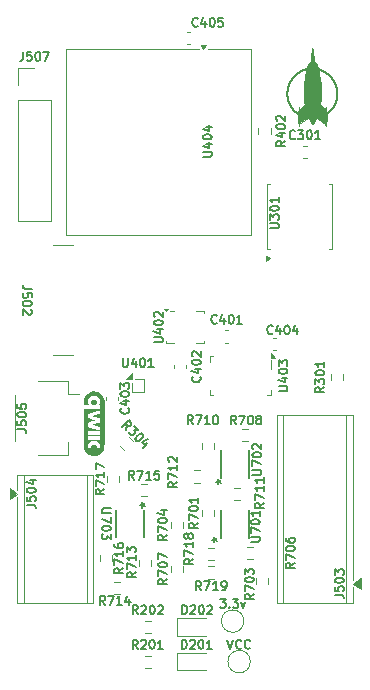
<source format=gbr>
%TF.GenerationSoftware,KiCad,Pcbnew,9.0.2*%
%TF.CreationDate,2025-06-24T13:56:40-05:00*%
%TF.ProjectId,Flight Computer,466c6967-6874-4204-936f-6d7075746572,rev?*%
%TF.SameCoordinates,Original*%
%TF.FileFunction,Legend,Top*%
%TF.FilePolarity,Positive*%
%FSLAX46Y46*%
G04 Gerber Fmt 4.6, Leading zero omitted, Abs format (unit mm)*
G04 Created by KiCad (PCBNEW 9.0.2) date 2025-06-24 13:56:40*
%MOMM*%
%LPD*%
G01*
G04 APERTURE LIST*
%ADD10C,0.000000*%
%ADD11C,0.138906*%
%ADD12C,0.046302*%
%ADD13C,0.150000*%
%ADD14C,0.120000*%
%ADD15C,0.152400*%
G04 APERTURE END LIST*
D10*
G36*
X123453752Y-58961186D02*
G01*
X123402690Y-58931061D01*
X123451585Y-58802462D01*
X123453752Y-58961186D01*
G37*
D11*
X123458289Y-64785997D02*
X123471390Y-64785957D01*
X123484481Y-64785837D01*
X123497563Y-64785638D01*
X123510635Y-64785358D01*
X123523696Y-64784999D01*
X123536748Y-64784560D01*
X123549789Y-64784042D01*
X123562819Y-64783444D01*
X123575838Y-64782766D01*
X123588846Y-64782009D01*
X123601842Y-64781173D01*
X123614826Y-64780257D01*
X123627799Y-64779262D01*
X123640759Y-64778188D01*
X123653706Y-64777035D01*
X123666641Y-64775803D01*
X123679562Y-64774491D01*
X123692470Y-64773101D01*
X123705364Y-64771632D01*
X123718245Y-64770084D01*
X123731111Y-64768457D01*
X123743962Y-64766751D01*
X123756799Y-64764967D01*
X123769621Y-64763104D01*
X123782427Y-64761162D01*
X123795217Y-64759143D01*
X123807992Y-64757044D01*
X123820750Y-64754868D01*
X123833491Y-64752613D01*
X123846216Y-64750280D01*
X123858923Y-64747869D01*
X123871613Y-64745380D01*
X123884285Y-64742813D01*
X123896938Y-64740168D01*
X123909573Y-64737445D01*
X123922190Y-64734645D01*
X123934787Y-64731766D01*
X123947364Y-64728811D01*
X123959922Y-64725778D01*
X123972459Y-64722667D01*
X123984976Y-64719480D01*
X123997472Y-64716215D01*
X124009947Y-64712873D01*
X124022400Y-64709454D01*
X124034832Y-64705958D01*
X124047241Y-64702386D01*
X124059627Y-64698737D01*
X124071990Y-64695011D01*
X124084330Y-64691209D01*
X124096646Y-64687330D01*
X124108939Y-64683375D01*
X124121206Y-64679345D01*
X124133449Y-64675238D01*
X124145666Y-64671055D01*
X124157858Y-64666797D01*
X124170024Y-64662463D01*
X124182164Y-64658053D01*
X124194276Y-64653568D01*
X124206362Y-64649008D01*
X124218420Y-64644373D01*
X124230450Y-64639663D01*
X124242451Y-64634879D01*
X124254424Y-64630019D01*
X124266368Y-64625085D01*
X124278282Y-64620077D01*
X124290167Y-64614995D01*
X124302020Y-64609839D01*
X124313843Y-64604609D01*
X124325635Y-64599305D01*
X124337396Y-64593928D01*
X124349124Y-64588478D01*
X124360820Y-64582954D01*
X124372483Y-64577358D01*
X124384112Y-64571689D01*
X124395708Y-64565947D01*
X124407270Y-64560133D01*
X124418797Y-64554247D01*
X124430290Y-64548289D01*
X124441746Y-64542260D01*
X124453167Y-64536158D01*
X124464552Y-64529986D01*
X124475900Y-64523742D01*
X124487211Y-64517428D01*
X124498485Y-64511043D01*
X124509720Y-64504588D01*
X124520917Y-64498062D01*
X124532075Y-64491467D01*
X124543194Y-64484802D01*
X124554273Y-64478067D01*
X124565312Y-64471263D01*
X124576310Y-64464391D01*
X124587267Y-64457450D01*
X124598183Y-64450440D01*
X124609057Y-64443362D01*
X124619888Y-64436217D01*
X124630677Y-64429004D01*
X124641422Y-64421723D01*
X124652123Y-64414376D01*
X124662781Y-64406962D01*
X124673394Y-64399481D01*
X124683962Y-64391935D01*
X124694484Y-64384322D01*
X124704961Y-64376644D01*
X124715391Y-64368901D01*
X124725775Y-64361093D01*
X124736111Y-64353220D01*
X124746400Y-64345283D01*
X124756640Y-64337282D01*
X124766832Y-64329217D01*
X124776976Y-64321089D01*
X124787070Y-64312899D01*
X124797114Y-64304645D01*
X124807108Y-64296329D01*
X124817051Y-64287952D01*
X124826943Y-64279512D01*
X124836784Y-64271012D01*
X124846573Y-64262451D01*
X124856310Y-64253829D01*
X124865994Y-64245147D01*
X124875624Y-64236405D01*
X124885202Y-64227603D01*
X124894725Y-64218743D01*
X124904194Y-64209824D01*
X124913608Y-64200847D01*
X124922967Y-64191812D01*
X124932270Y-64182719D01*
X124941518Y-64173569D01*
X124950709Y-64164362D01*
X124955283Y-64159738D01*
X124959843Y-64155099D01*
X124964388Y-64150447D01*
X124968920Y-64145780D01*
X124973437Y-64141100D01*
X124977939Y-64136405D01*
X124982427Y-64131697D01*
X124986901Y-64126976D01*
X124991360Y-64122240D01*
X124995804Y-64117491D01*
X125000234Y-64112728D01*
X125004649Y-64107952D01*
X125009049Y-64103162D01*
X125013435Y-64098359D01*
X125017805Y-64093543D01*
X125022161Y-64088713D01*
X125026501Y-64083870D01*
X125030827Y-64079013D01*
X125035137Y-64074143D01*
X125039433Y-64069261D01*
X125043713Y-64064365D01*
X125047979Y-64059456D01*
X125052229Y-64054534D01*
X125056463Y-64049599D01*
X125060683Y-64044652D01*
X125064887Y-64039691D01*
X125069075Y-64034718D01*
X125073249Y-64029732D01*
X125077406Y-64024734D01*
X125081549Y-64019722D01*
X125085675Y-64014699D01*
X125089786Y-64009662D01*
X125093881Y-64004614D01*
X125097961Y-63999553D01*
X125102025Y-63994480D01*
X125106073Y-63989394D01*
X125110105Y-63984296D01*
X125114122Y-63979186D01*
X125118122Y-63974064D01*
X125122107Y-63968929D01*
X125126075Y-63963783D01*
X125130028Y-63958624D01*
X125133964Y-63953455D01*
X125137884Y-63948272D01*
X125141788Y-63943079D01*
X125145676Y-63937873D01*
X125149548Y-63932656D01*
X125153403Y-63927427D01*
X125157242Y-63922186D01*
X125161065Y-63916934D01*
X125164871Y-63911671D01*
X125168662Y-63906396D01*
X125172435Y-63901110D01*
X125176192Y-63895812D01*
X125179932Y-63890503D01*
X125183656Y-63885183D01*
X125187363Y-63879852D01*
X125191054Y-63874509D01*
X125194727Y-63869156D01*
X125198385Y-63863792D01*
X125202025Y-63858417D01*
X125205649Y-63853030D01*
X125209255Y-63847634D01*
X125212845Y-63842226D01*
X125216418Y-63836808D01*
X125219974Y-63831378D01*
X125223513Y-63825939D01*
X125227036Y-63820488D01*
X125230540Y-63815028D01*
X125234028Y-63809556D01*
X125237499Y-63804075D01*
X125240953Y-63798583D01*
X125244389Y-63793082D01*
X125247809Y-63787569D01*
X125251210Y-63782047D01*
X125254595Y-63776514D01*
X125257963Y-63770972D01*
X125261313Y-63765418D01*
X125264645Y-63759857D01*
X125267961Y-63754283D01*
X125271259Y-63748702D01*
X125274539Y-63743109D01*
X125277802Y-63737508D01*
X125281048Y-63731896D01*
X125284275Y-63726276D01*
X125287486Y-63720644D01*
X125290678Y-63715005D01*
X125293854Y-63709355D01*
X125297011Y-63703696D01*
X125300151Y-63698028D01*
X125303272Y-63692351D01*
X125306377Y-63686663D01*
X125309463Y-63680968D01*
X125312532Y-63675262D01*
X125315582Y-63669549D01*
X125318615Y-63663825D01*
X125321630Y-63658093D01*
X125324627Y-63652352D01*
X125327606Y-63646602D01*
X125330567Y-63640843D01*
X125333510Y-63635076D01*
X125336435Y-63629299D01*
X125339342Y-63623515D01*
X125342231Y-63617721D01*
X125345102Y-63611920D01*
X125347955Y-63606109D01*
X125350789Y-63600291D01*
X125353606Y-63594463D01*
X125356403Y-63588628D01*
X125359184Y-63582784D01*
X125361945Y-63576933D01*
X125364689Y-63571072D01*
X125367414Y-63565204D01*
X125370121Y-63559327D01*
X125372809Y-63553444D01*
X125375479Y-63547550D01*
X125378130Y-63541651D01*
X125380764Y-63535742D01*
X125383379Y-63529827D01*
X125385975Y-63523903D01*
X125388553Y-63517973D01*
X125391113Y-63512033D01*
X125393653Y-63506087D01*
X125396176Y-63500132D01*
X125398679Y-63494172D01*
X125401165Y-63488202D01*
X125403631Y-63482226D01*
X125406079Y-63476242D01*
X125408508Y-63470252D01*
X125410919Y-63464253D01*
X125413311Y-63458248D01*
X125415685Y-63452235D01*
X125418039Y-63446216D01*
X125420375Y-63440188D01*
X125422692Y-63434156D01*
X125424990Y-63428114D01*
X125427270Y-63422068D01*
X125429531Y-63416012D01*
X125431772Y-63409952D01*
X125433996Y-63403884D01*
X125436199Y-63397810D01*
X125438385Y-63391728D01*
X125440551Y-63385641D01*
X125442699Y-63379546D01*
X125444827Y-63373446D01*
X125446937Y-63367338D01*
X125449027Y-63361225D01*
X125451099Y-63355104D01*
X125453152Y-63348979D01*
X125455186Y-63342845D01*
X125457200Y-63336708D01*
X125459196Y-63330562D01*
X125461172Y-63324412D01*
X125463130Y-63318254D01*
X125465068Y-63312092D01*
X125466987Y-63305921D01*
X125468887Y-63299747D01*
X125470769Y-63293565D01*
X125472630Y-63287380D01*
X125474473Y-63281186D01*
X125476296Y-63274989D01*
X125478101Y-63268784D01*
X125479886Y-63262575D01*
X125481652Y-63256359D01*
X125483399Y-63250139D01*
X125485126Y-63243912D01*
X125486834Y-63237681D01*
X125488524Y-63231443D01*
X125490193Y-63225201D01*
X125491844Y-63218952D01*
X125493474Y-63212700D01*
X125495087Y-63206441D01*
X125496679Y-63200178D01*
X125498252Y-63193908D01*
X125499806Y-63187635D01*
X125501340Y-63181355D01*
X125502855Y-63175072D01*
X125504351Y-63168782D01*
X125505827Y-63162489D01*
X125507284Y-63156189D01*
X125508721Y-63149886D01*
X125510139Y-63143576D01*
X125511538Y-63137264D01*
X125512917Y-63130945D01*
X125514277Y-63124623D01*
X125515617Y-63118294D01*
X125516937Y-63111963D01*
X125518239Y-63105625D01*
X125519520Y-63099285D01*
X125520783Y-63092938D01*
X125522025Y-63086589D01*
X125523249Y-63080233D01*
X125524452Y-63073875D01*
X125525636Y-63067511D01*
X125526800Y-63061144D01*
X125527946Y-63054771D01*
X125529071Y-63048396D01*
X125530177Y-63042015D01*
X125531263Y-63035631D01*
X125532329Y-63029242D01*
X125533376Y-63022850D01*
X125534404Y-63016452D01*
X125535411Y-63010053D01*
X125536399Y-63003647D01*
X125537367Y-62997240D01*
X125538316Y-62990826D01*
X125539245Y-62984411D01*
X125540155Y-62977990D01*
X125541044Y-62971567D01*
X125541915Y-62965139D01*
X125542765Y-62958709D01*
X125543595Y-62952273D01*
X125544406Y-62945835D01*
X125545197Y-62939392D01*
X125545969Y-62932948D01*
X125546721Y-62926497D01*
X125547452Y-62920046D01*
X125548165Y-62913589D01*
X125548857Y-62907131D01*
X125549530Y-62900667D01*
X125550183Y-62894202D01*
X125550816Y-62887731D01*
X125551429Y-62881260D01*
X125552023Y-62874782D01*
X125552596Y-62868304D01*
X125553150Y-62861821D01*
X125553684Y-62855337D01*
X125554198Y-62848847D01*
X125554693Y-62842357D01*
X125555167Y-62835861D01*
X125555622Y-62829365D01*
X125556057Y-62822863D01*
X125556472Y-62816360D01*
X125556867Y-62809853D01*
X125557242Y-62803345D01*
X125557597Y-62796832D01*
X125557933Y-62790318D01*
X125558248Y-62783799D01*
X125558544Y-62777280D01*
X125558820Y-62770755D01*
X125559075Y-62764231D01*
X125559311Y-62757701D01*
X125559527Y-62751171D01*
X125559723Y-62744637D01*
X125559899Y-62738102D01*
X125560055Y-62731562D01*
X125560191Y-62725022D01*
X125560307Y-62718477D01*
X125560403Y-62711932D01*
X125560480Y-62705382D01*
X125560536Y-62698833D01*
X125560572Y-62692278D01*
X125560589Y-62683706D01*
D12*
X123478940Y-58932181D02*
X123480611Y-58935455D01*
X123484269Y-58947955D01*
X123488286Y-58967536D01*
X123492591Y-58993176D01*
X123501781Y-59058535D01*
X123511270Y-59135844D01*
X123540837Y-59400787D01*
X123544442Y-59445053D01*
X123547484Y-59510767D01*
X123551979Y-59672818D01*
X123555329Y-59883384D01*
X123601848Y-59941013D01*
X123650966Y-60005739D01*
X123679356Y-60044947D01*
X123709297Y-60087906D01*
X123740037Y-60134007D01*
X123770822Y-60182642D01*
X123800900Y-60233199D01*
X123829520Y-60285071D01*
X123855927Y-60337648D01*
X123868066Y-60364010D01*
X123879371Y-60390320D01*
X123889746Y-60416502D01*
X123899098Y-60442480D01*
X123907332Y-60468176D01*
X123914355Y-60493516D01*
X123943284Y-60613434D01*
X123977419Y-60767601D01*
X124014397Y-60949273D01*
X124051857Y-61151703D01*
X124087437Y-61368145D01*
X124118773Y-61591852D01*
X124143503Y-61816079D01*
X124152653Y-61926279D01*
X124159265Y-62034079D01*
X124166916Y-62216797D01*
X124172673Y-62423217D01*
X124175512Y-62642455D01*
X124174405Y-62863628D01*
X124168327Y-63075852D01*
X124156251Y-63268245D01*
X124147643Y-63353603D01*
X124137151Y-63429922D01*
X124124646Y-63495841D01*
X124110000Y-63550000D01*
X124501299Y-64002168D01*
X124502756Y-64003594D01*
X124504461Y-64005071D01*
X124506710Y-64006787D01*
X124509427Y-64008536D01*
X124510936Y-64009359D01*
X124512532Y-64010115D01*
X124514206Y-64010777D01*
X124515947Y-64011321D01*
X124517747Y-64011720D01*
X124519594Y-64011949D01*
X124521480Y-64011983D01*
X124523394Y-64011796D01*
X124525326Y-64011363D01*
X124527267Y-64010658D01*
X124529208Y-64009656D01*
X124531137Y-64008332D01*
X124533046Y-64006659D01*
X124534924Y-64004613D01*
X124536762Y-64002168D01*
X124538550Y-63999298D01*
X124540278Y-63995978D01*
X124541936Y-63992183D01*
X124543515Y-63987887D01*
X124545004Y-63983064D01*
X124546394Y-63977689D01*
X124547675Y-63971738D01*
X124553224Y-63946432D01*
X124559742Y-63921194D01*
X124566701Y-63897043D01*
X124573576Y-63874998D01*
X124584966Y-63841301D01*
X124589699Y-63828257D01*
X124609582Y-63955283D01*
X124627302Y-64105340D01*
X124636026Y-64199460D01*
X124643868Y-64305337D01*
X124650231Y-64422245D01*
X124654523Y-64549457D01*
X124656148Y-64686245D01*
X124654512Y-64831882D01*
X124649020Y-64985641D01*
X124639079Y-65146796D01*
X124624093Y-65314618D01*
X124603469Y-65488381D01*
X124557815Y-65310840D01*
X123807101Y-64732592D01*
X123805904Y-64732091D01*
X123804513Y-64731589D01*
X123802686Y-64731030D01*
X123800494Y-64730496D01*
X123798008Y-64730071D01*
X123796676Y-64729925D01*
X123795296Y-64729837D01*
X123793878Y-64729817D01*
X123792429Y-64729876D01*
X123790960Y-64730024D01*
X123789477Y-64730272D01*
X123787992Y-64730630D01*
X123786511Y-64731108D01*
X123785044Y-64731716D01*
X123783599Y-64732465D01*
X123782186Y-64733366D01*
X123780813Y-64734428D01*
X123779488Y-64735662D01*
X123778221Y-64737078D01*
X123777021Y-64738687D01*
X123775895Y-64740499D01*
X123774854Y-64742524D01*
X123773905Y-64744773D01*
X123773057Y-64747256D01*
X123772319Y-64749983D01*
X123762686Y-64775969D01*
X123740677Y-64826616D01*
X123708470Y-64895198D01*
X123668242Y-64974988D01*
X123645802Y-65016985D01*
X123622173Y-65059261D01*
X123597628Y-65100977D01*
X123572439Y-65141292D01*
X123546878Y-65179365D01*
X123521218Y-65214355D01*
X123495731Y-65245422D01*
X123470689Y-65271724D01*
X123477384Y-58931061D01*
X123478940Y-58932181D01*
G36*
X123478940Y-58932181D02*
G01*
X123480611Y-58935455D01*
X123484269Y-58947955D01*
X123488286Y-58967536D01*
X123492591Y-58993176D01*
X123501781Y-59058535D01*
X123511270Y-59135844D01*
X123540837Y-59400787D01*
X123544442Y-59445053D01*
X123547484Y-59510767D01*
X123551979Y-59672818D01*
X123555329Y-59883384D01*
X123601848Y-59941013D01*
X123650966Y-60005739D01*
X123679356Y-60044947D01*
X123709297Y-60087906D01*
X123740037Y-60134007D01*
X123770822Y-60182642D01*
X123800900Y-60233199D01*
X123829520Y-60285071D01*
X123855927Y-60337648D01*
X123868066Y-60364010D01*
X123879371Y-60390320D01*
X123889746Y-60416502D01*
X123899098Y-60442480D01*
X123907332Y-60468176D01*
X123914355Y-60493516D01*
X123943284Y-60613434D01*
X123977419Y-60767601D01*
X124014397Y-60949273D01*
X124051857Y-61151703D01*
X124087437Y-61368145D01*
X124118773Y-61591852D01*
X124143503Y-61816079D01*
X124152653Y-61926279D01*
X124159265Y-62034079D01*
X124166916Y-62216797D01*
X124172673Y-62423217D01*
X124175512Y-62642455D01*
X124174405Y-62863628D01*
X124168327Y-63075852D01*
X124156251Y-63268245D01*
X124147643Y-63353603D01*
X124137151Y-63429922D01*
X124124646Y-63495841D01*
X124110000Y-63550000D01*
X124501299Y-64002168D01*
X124502756Y-64003594D01*
X124504461Y-64005071D01*
X124506710Y-64006787D01*
X124509427Y-64008536D01*
X124510936Y-64009359D01*
X124512532Y-64010115D01*
X124514206Y-64010777D01*
X124515947Y-64011321D01*
X124517747Y-64011720D01*
X124519594Y-64011949D01*
X124521480Y-64011983D01*
X124523394Y-64011796D01*
X124525326Y-64011363D01*
X124527267Y-64010658D01*
X124529208Y-64009656D01*
X124531137Y-64008332D01*
X124533046Y-64006659D01*
X124534924Y-64004613D01*
X124536762Y-64002168D01*
X124538550Y-63999298D01*
X124540278Y-63995978D01*
X124541936Y-63992183D01*
X124543515Y-63987887D01*
X124545004Y-63983064D01*
X124546394Y-63977689D01*
X124547675Y-63971738D01*
X124553224Y-63946432D01*
X124559742Y-63921194D01*
X124566701Y-63897043D01*
X124573576Y-63874998D01*
X124584966Y-63841301D01*
X124589699Y-63828257D01*
X124609582Y-63955283D01*
X124627302Y-64105340D01*
X124636026Y-64199460D01*
X124643868Y-64305337D01*
X124650231Y-64422245D01*
X124654523Y-64549457D01*
X124656148Y-64686245D01*
X124654512Y-64831882D01*
X124649020Y-64985641D01*
X124639079Y-65146796D01*
X124624093Y-65314618D01*
X124603469Y-65488381D01*
X124557815Y-65310840D01*
X123807101Y-64732592D01*
X123805904Y-64732091D01*
X123804513Y-64731589D01*
X123802686Y-64731030D01*
X123800494Y-64730496D01*
X123798008Y-64730071D01*
X123796676Y-64729925D01*
X123795296Y-64729837D01*
X123793878Y-64729817D01*
X123792429Y-64729876D01*
X123790960Y-64730024D01*
X123789477Y-64730272D01*
X123787992Y-64730630D01*
X123786511Y-64731108D01*
X123785044Y-64731716D01*
X123783599Y-64732465D01*
X123782186Y-64733366D01*
X123780813Y-64734428D01*
X123779488Y-64735662D01*
X123778221Y-64737078D01*
X123777021Y-64738687D01*
X123775895Y-64740499D01*
X123774854Y-64742524D01*
X123773905Y-64744773D01*
X123773057Y-64747256D01*
X123772319Y-64749983D01*
X123762686Y-64775969D01*
X123740677Y-64826616D01*
X123708470Y-64895198D01*
X123668242Y-64974988D01*
X123645802Y-65016985D01*
X123622173Y-65059261D01*
X123597628Y-65100977D01*
X123572439Y-65141292D01*
X123546878Y-65179365D01*
X123521218Y-65214355D01*
X123495731Y-65245422D01*
X123470689Y-65271724D01*
X123477384Y-58931061D01*
X123478940Y-58932181D01*
G37*
D11*
X123437064Y-64785997D02*
X123423963Y-64785957D01*
X123410872Y-64785837D01*
X123397790Y-64785638D01*
X123384718Y-64785358D01*
X123371657Y-64784999D01*
X123358605Y-64784560D01*
X123345564Y-64784042D01*
X123332534Y-64783444D01*
X123319515Y-64782766D01*
X123306507Y-64782009D01*
X123293511Y-64781173D01*
X123280527Y-64780257D01*
X123267554Y-64779262D01*
X123254594Y-64778188D01*
X123241647Y-64777035D01*
X123228712Y-64775803D01*
X123215791Y-64774491D01*
X123202883Y-64773101D01*
X123189989Y-64771632D01*
X123177108Y-64770084D01*
X123164242Y-64768457D01*
X123151391Y-64766751D01*
X123138554Y-64764967D01*
X123125733Y-64763104D01*
X123112927Y-64761162D01*
X123100136Y-64759143D01*
X123087362Y-64757044D01*
X123074604Y-64754868D01*
X123061862Y-64752613D01*
X123049138Y-64750280D01*
X123036431Y-64747869D01*
X123023741Y-64745380D01*
X123011069Y-64742813D01*
X122998415Y-64740168D01*
X122985780Y-64737445D01*
X122973164Y-64734645D01*
X122960567Y-64731767D01*
X122947990Y-64728811D01*
X122935432Y-64725778D01*
X122922895Y-64722668D01*
X122910378Y-64719480D01*
X122897882Y-64716215D01*
X122885407Y-64712873D01*
X122872954Y-64709454D01*
X122860523Y-64705959D01*
X122848114Y-64702386D01*
X122835727Y-64698737D01*
X122823364Y-64695011D01*
X122811024Y-64691209D01*
X122798708Y-64687330D01*
X122786416Y-64683376D01*
X122774148Y-64679345D01*
X122761906Y-64675238D01*
X122749688Y-64671055D01*
X122737496Y-64666797D01*
X122725331Y-64662463D01*
X122713191Y-64658053D01*
X122701078Y-64653569D01*
X122688993Y-64649009D01*
X122676935Y-64644373D01*
X122664905Y-64639663D01*
X122652904Y-64634879D01*
X122640931Y-64630019D01*
X122628987Y-64625086D01*
X122617073Y-64620078D01*
X122605189Y-64614995D01*
X122593335Y-64609839D01*
X122581512Y-64604609D01*
X122569720Y-64599306D01*
X122557960Y-64593928D01*
X122546232Y-64588478D01*
X122534536Y-64582955D01*
X122522873Y-64577358D01*
X122511243Y-64571689D01*
X122499648Y-64565948D01*
X122488086Y-64560134D01*
X122476559Y-64554248D01*
X122465066Y-64548290D01*
X122453610Y-64542260D01*
X122442189Y-64536159D01*
X122430804Y-64529986D01*
X122419456Y-64523743D01*
X122408145Y-64517429D01*
X122396872Y-64511044D01*
X122385636Y-64504588D01*
X122374439Y-64498063D01*
X122363281Y-64491467D01*
X122352163Y-64484802D01*
X122341084Y-64478068D01*
X122330045Y-64471264D01*
X122319047Y-64464391D01*
X122308090Y-64457450D01*
X122297174Y-64450441D01*
X122286300Y-64443363D01*
X122275469Y-64436217D01*
X122264681Y-64429004D01*
X122253935Y-64421724D01*
X122243234Y-64414377D01*
X122232576Y-64406962D01*
X122221963Y-64399482D01*
X122211396Y-64391935D01*
X122200873Y-64384323D01*
X122190397Y-64376645D01*
X122179967Y-64368901D01*
X122169583Y-64361093D01*
X122159247Y-64353221D01*
X122148958Y-64345284D01*
X122138718Y-64337283D01*
X122128525Y-64329218D01*
X122118382Y-64321090D01*
X122108288Y-64312899D01*
X122098244Y-64304646D01*
X122088250Y-64296330D01*
X122078307Y-64287953D01*
X122068415Y-64279513D01*
X122058574Y-64271013D01*
X122048785Y-64262451D01*
X122039049Y-64253830D01*
X122029365Y-64245147D01*
X122019734Y-64236406D01*
X122010157Y-64227604D01*
X122000634Y-64218744D01*
X121991165Y-64209825D01*
X121981751Y-64200848D01*
X121972392Y-64191812D01*
X121963089Y-64182720D01*
X121953841Y-64173570D01*
X121944650Y-64164363D01*
X121940076Y-64159739D01*
X121935516Y-64155100D01*
X121930971Y-64150447D01*
X121926439Y-64145781D01*
X121921922Y-64141101D01*
X121917420Y-64136406D01*
X121912932Y-64131698D01*
X121908458Y-64126976D01*
X121903999Y-64122241D01*
X121899555Y-64117492D01*
X121895125Y-64112729D01*
X121890710Y-64107953D01*
X121886310Y-64103163D01*
X121881925Y-64098360D01*
X121877554Y-64093544D01*
X121873199Y-64088714D01*
X121868858Y-64083870D01*
X121864532Y-64079014D01*
X121860222Y-64074144D01*
X121855926Y-64069262D01*
X121851646Y-64064366D01*
X121847381Y-64059457D01*
X121843131Y-64054535D01*
X121838896Y-64049600D01*
X121834677Y-64044653D01*
X121830473Y-64039692D01*
X121826284Y-64034719D01*
X121822111Y-64029733D01*
X121817953Y-64024735D01*
X121813811Y-64019723D01*
X121809685Y-64014700D01*
X121805574Y-64009663D01*
X121801479Y-64004615D01*
X121797399Y-63999554D01*
X121793335Y-63994481D01*
X121789287Y-63989395D01*
X121785255Y-63984297D01*
X121781238Y-63979187D01*
X121777238Y-63974065D01*
X121773253Y-63968930D01*
X121769285Y-63963784D01*
X121765332Y-63958625D01*
X121761396Y-63953455D01*
X121757476Y-63948273D01*
X121753572Y-63943080D01*
X121749684Y-63937874D01*
X121745812Y-63932657D01*
X121741957Y-63927427D01*
X121738118Y-63922187D01*
X121734295Y-63916935D01*
X121730489Y-63911672D01*
X121726699Y-63906396D01*
X121722926Y-63901111D01*
X121719168Y-63895813D01*
X121715428Y-63890504D01*
X121711704Y-63885184D01*
X121707997Y-63879853D01*
X121704306Y-63874510D01*
X121700633Y-63869157D01*
X121696975Y-63863792D01*
X121693335Y-63858418D01*
X121689712Y-63853031D01*
X121686105Y-63847635D01*
X121682515Y-63842226D01*
X121678942Y-63836808D01*
X121675386Y-63831379D01*
X121671847Y-63825940D01*
X121668325Y-63820489D01*
X121664820Y-63815029D01*
X121661332Y-63809557D01*
X121657862Y-63804076D01*
X121654408Y-63798584D01*
X121650972Y-63793082D01*
X121647552Y-63787569D01*
X121644150Y-63782048D01*
X121640765Y-63776514D01*
X121637398Y-63770972D01*
X121634048Y-63765419D01*
X121630715Y-63759857D01*
X121627400Y-63754284D01*
X121624102Y-63748703D01*
X121620821Y-63743110D01*
X121617559Y-63737509D01*
X121614313Y-63731897D01*
X121611086Y-63726276D01*
X121607875Y-63720645D01*
X121604683Y-63715006D01*
X121601507Y-63709355D01*
X121598350Y-63703697D01*
X121595210Y-63698028D01*
X121592089Y-63692351D01*
X121588984Y-63686664D01*
X121585898Y-63680969D01*
X121582830Y-63675263D01*
X121579779Y-63669549D01*
X121576746Y-63663825D01*
X121573731Y-63658094D01*
X121570734Y-63652352D01*
X121567755Y-63646603D01*
X121564794Y-63640844D01*
X121561851Y-63635077D01*
X121558926Y-63629300D01*
X121556019Y-63623516D01*
X121553130Y-63617722D01*
X121550260Y-63611921D01*
X121547406Y-63606109D01*
X121544572Y-63600291D01*
X121541756Y-63594463D01*
X121538958Y-63588629D01*
X121536178Y-63582784D01*
X121533416Y-63576933D01*
X121530673Y-63571072D01*
X121527948Y-63565205D01*
X121525241Y-63559327D01*
X121522553Y-63553444D01*
X121519882Y-63547551D01*
X121517231Y-63541651D01*
X121514597Y-63535743D01*
X121511983Y-63529828D01*
X121509386Y-63523903D01*
X121506809Y-63517973D01*
X121504249Y-63512033D01*
X121501708Y-63506087D01*
X121499186Y-63500132D01*
X121496682Y-63494172D01*
X121494197Y-63488202D01*
X121491731Y-63482226D01*
X121489282Y-63476242D01*
X121486853Y-63470252D01*
X121484442Y-63464253D01*
X121482051Y-63458248D01*
X121479677Y-63452235D01*
X121477323Y-63446216D01*
X121474987Y-63440188D01*
X121472670Y-63434156D01*
X121470371Y-63428114D01*
X121468092Y-63422068D01*
X121465831Y-63416012D01*
X121463590Y-63409952D01*
X121461366Y-63403883D01*
X121459162Y-63397810D01*
X121456977Y-63391728D01*
X121454811Y-63385641D01*
X121452663Y-63379546D01*
X121450535Y-63373446D01*
X121448425Y-63367338D01*
X121446335Y-63361225D01*
X121444263Y-63355104D01*
X121442210Y-63348979D01*
X121440176Y-63342845D01*
X121438162Y-63336707D01*
X121436166Y-63330561D01*
X121434190Y-63324411D01*
X121432232Y-63318253D01*
X121430294Y-63312091D01*
X121428375Y-63305921D01*
X121426475Y-63299747D01*
X121424593Y-63293565D01*
X121422732Y-63287379D01*
X121420889Y-63281186D01*
X121419066Y-63274988D01*
X121417261Y-63268783D01*
X121415476Y-63262575D01*
X121413710Y-63256358D01*
X121411963Y-63250139D01*
X121410236Y-63243911D01*
X121408528Y-63237681D01*
X121406839Y-63231442D01*
X121405169Y-63225201D01*
X121403518Y-63218952D01*
X121401888Y-63212699D01*
X121400276Y-63206440D01*
X121398683Y-63200177D01*
X121397110Y-63193907D01*
X121395557Y-63187634D01*
X121394022Y-63181354D01*
X121392507Y-63175071D01*
X121391011Y-63168781D01*
X121389535Y-63162488D01*
X121388078Y-63156188D01*
X121386641Y-63149885D01*
X121385223Y-63143575D01*
X121383824Y-63137263D01*
X121382445Y-63130943D01*
X121381086Y-63124622D01*
X121379745Y-63118293D01*
X121378425Y-63111962D01*
X121377123Y-63105624D01*
X121375842Y-63099284D01*
X121374580Y-63092937D01*
X121373337Y-63086588D01*
X121372114Y-63080232D01*
X121370910Y-63073874D01*
X121369726Y-63067509D01*
X121368562Y-63061143D01*
X121367417Y-63054770D01*
X121366292Y-63048395D01*
X121365186Y-63042013D01*
X121364100Y-63035630D01*
X121363033Y-63029240D01*
X121361986Y-63022849D01*
X121360959Y-63016451D01*
X121359951Y-63010051D01*
X121358963Y-63003645D01*
X121357995Y-62997238D01*
X121357046Y-62990824D01*
X121356117Y-62984409D01*
X121355208Y-62977988D01*
X121354318Y-62971565D01*
X121353448Y-62965137D01*
X121352598Y-62958707D01*
X121351767Y-62952271D01*
X121350956Y-62945833D01*
X121350165Y-62939390D01*
X121349394Y-62932946D01*
X121348642Y-62926495D01*
X121347910Y-62920044D01*
X121347198Y-62913587D01*
X121346506Y-62907128D01*
X121345833Y-62900664D01*
X121345180Y-62894199D01*
X121344547Y-62887729D01*
X121343934Y-62881257D01*
X121343340Y-62874780D01*
X121342767Y-62868302D01*
X121342213Y-62861819D01*
X121341679Y-62855334D01*
X121341164Y-62848845D01*
X121340670Y-62842354D01*
X121340196Y-62835858D01*
X121339741Y-62829362D01*
X121339306Y-62822860D01*
X121338891Y-62816358D01*
X121338496Y-62809850D01*
X121338121Y-62803342D01*
X121337766Y-62796829D01*
X121337430Y-62790315D01*
X121337115Y-62783796D01*
X121336819Y-62777277D01*
X121336543Y-62770753D01*
X121336288Y-62764228D01*
X121336052Y-62757698D01*
X121335836Y-62751168D01*
X121335640Y-62744634D01*
X121335464Y-62738099D01*
X121335308Y-62731559D01*
X121335172Y-62725019D01*
X121335056Y-62718474D01*
X121334960Y-62711929D01*
X121334883Y-62705379D01*
X121334827Y-62698829D01*
X121334791Y-62692275D01*
X121334774Y-62683706D01*
D12*
X123424665Y-65271724D02*
X123412249Y-65259221D01*
X123399750Y-65245422D01*
X123374620Y-65214355D01*
X123349515Y-65179365D01*
X123324672Y-65141292D01*
X123300333Y-65100977D01*
X123276736Y-65059261D01*
X123254121Y-65016985D01*
X123232726Y-64974988D01*
X123194558Y-64895198D01*
X123164148Y-64826616D01*
X123143409Y-64775969D01*
X123134258Y-64749983D01*
X123133520Y-64747256D01*
X123132672Y-64744773D01*
X123131723Y-64742524D01*
X123130681Y-64740499D01*
X123129556Y-64738687D01*
X123128355Y-64737078D01*
X123127089Y-64735662D01*
X123125764Y-64734428D01*
X123124391Y-64733366D01*
X123122978Y-64732465D01*
X123121533Y-64731716D01*
X123120066Y-64731108D01*
X123118585Y-64730630D01*
X123117099Y-64730272D01*
X123115617Y-64730024D01*
X123114148Y-64729876D01*
X123112699Y-64729817D01*
X123111281Y-64729837D01*
X123109901Y-64729925D01*
X123108569Y-64730071D01*
X123106082Y-64730496D01*
X123103891Y-64731030D01*
X123102064Y-64731589D01*
X123100673Y-64732091D01*
X123099476Y-64732592D01*
X122348762Y-65310840D01*
X122303108Y-65488381D01*
X122282483Y-65314618D01*
X122267498Y-65146796D01*
X122257557Y-64985641D01*
X122252065Y-64831882D01*
X122250429Y-64686245D01*
X122252054Y-64549457D01*
X122256346Y-64422245D01*
X122262709Y-64305337D01*
X122270550Y-64199460D01*
X122279275Y-64105340D01*
X122296995Y-63955283D01*
X122316878Y-63828257D01*
X122321612Y-63841301D01*
X122333005Y-63874998D01*
X122339882Y-63897043D01*
X122346843Y-63921194D01*
X122353361Y-63946432D01*
X122358911Y-63971738D01*
X122360192Y-63977689D01*
X122361582Y-63983064D01*
X122363071Y-63987887D01*
X122364650Y-63992183D01*
X122366308Y-63995978D01*
X122368036Y-63999298D01*
X122369824Y-64002168D01*
X122371662Y-64004613D01*
X122373540Y-64006659D01*
X122375449Y-64008332D01*
X122377378Y-64009656D01*
X122379319Y-64010658D01*
X122381260Y-64011363D01*
X122383193Y-64011796D01*
X122385107Y-64011983D01*
X122386992Y-64011949D01*
X122388839Y-64011720D01*
X122390639Y-64011321D01*
X122392380Y-64010777D01*
X122394054Y-64010115D01*
X122395650Y-64009359D01*
X122397159Y-64008536D01*
X122399876Y-64006787D01*
X122402125Y-64005071D01*
X122403830Y-64003594D01*
X122405287Y-64002168D01*
X122796586Y-63550000D01*
X122781940Y-63495841D01*
X122769435Y-63429922D01*
X122758942Y-63353603D01*
X122750334Y-63268245D01*
X122738256Y-63075852D01*
X122732176Y-62863628D01*
X122731068Y-62642455D01*
X122733905Y-62423217D01*
X122739662Y-62216797D01*
X122747311Y-62034079D01*
X122753925Y-61926279D01*
X122763076Y-61816079D01*
X122787808Y-61591852D01*
X122819145Y-61368145D01*
X122854724Y-61151703D01*
X122892184Y-60949273D01*
X122929164Y-60767601D01*
X122963300Y-60613434D01*
X122992231Y-60493516D01*
X122999256Y-60468176D01*
X123007497Y-60442480D01*
X123016861Y-60416502D01*
X123027252Y-60390320D01*
X123038576Y-60364010D01*
X123050739Y-60337648D01*
X123077203Y-60285071D01*
X123105890Y-60233199D01*
X123136045Y-60182642D01*
X123166911Y-60134007D01*
X123197735Y-60087906D01*
X123227760Y-60044947D01*
X123256232Y-60005739D01*
X123305495Y-59941013D01*
X123352156Y-59883384D01*
X123355478Y-59672815D01*
X123359969Y-59510763D01*
X123363021Y-59445051D01*
X123366648Y-59400787D01*
X123395690Y-59135702D01*
X123404957Y-59058435D01*
X123413950Y-58993123D01*
X123418175Y-58967504D01*
X123422131Y-58947939D01*
X123425749Y-58935451D01*
X123427410Y-58932180D01*
X123428962Y-58931061D01*
X123424665Y-65271724D01*
G36*
X123424665Y-65271724D02*
G01*
X123412249Y-65259221D01*
X123399750Y-65245422D01*
X123374620Y-65214355D01*
X123349515Y-65179365D01*
X123324672Y-65141292D01*
X123300333Y-65100977D01*
X123276736Y-65059261D01*
X123254121Y-65016985D01*
X123232726Y-64974988D01*
X123194558Y-64895198D01*
X123164148Y-64826616D01*
X123143409Y-64775969D01*
X123134258Y-64749983D01*
X123133520Y-64747256D01*
X123132672Y-64744773D01*
X123131723Y-64742524D01*
X123130681Y-64740499D01*
X123129556Y-64738687D01*
X123128355Y-64737078D01*
X123127089Y-64735662D01*
X123125764Y-64734428D01*
X123124391Y-64733366D01*
X123122978Y-64732465D01*
X123121533Y-64731716D01*
X123120066Y-64731108D01*
X123118585Y-64730630D01*
X123117099Y-64730272D01*
X123115617Y-64730024D01*
X123114148Y-64729876D01*
X123112699Y-64729817D01*
X123111281Y-64729837D01*
X123109901Y-64729925D01*
X123108569Y-64730071D01*
X123106082Y-64730496D01*
X123103891Y-64731030D01*
X123102064Y-64731589D01*
X123100673Y-64732091D01*
X123099476Y-64732592D01*
X122348762Y-65310840D01*
X122303108Y-65488381D01*
X122282483Y-65314618D01*
X122267498Y-65146796D01*
X122257557Y-64985641D01*
X122252065Y-64831882D01*
X122250429Y-64686245D01*
X122252054Y-64549457D01*
X122256346Y-64422245D01*
X122262709Y-64305337D01*
X122270550Y-64199460D01*
X122279275Y-64105340D01*
X122296995Y-63955283D01*
X122316878Y-63828257D01*
X122321612Y-63841301D01*
X122333005Y-63874998D01*
X122339882Y-63897043D01*
X122346843Y-63921194D01*
X122353361Y-63946432D01*
X122358911Y-63971738D01*
X122360192Y-63977689D01*
X122361582Y-63983064D01*
X122363071Y-63987887D01*
X122364650Y-63992183D01*
X122366308Y-63995978D01*
X122368036Y-63999298D01*
X122369824Y-64002168D01*
X122371662Y-64004613D01*
X122373540Y-64006659D01*
X122375449Y-64008332D01*
X122377378Y-64009656D01*
X122379319Y-64010658D01*
X122381260Y-64011363D01*
X122383193Y-64011796D01*
X122385107Y-64011983D01*
X122386992Y-64011949D01*
X122388839Y-64011720D01*
X122390639Y-64011321D01*
X122392380Y-64010777D01*
X122394054Y-64010115D01*
X122395650Y-64009359D01*
X122397159Y-64008536D01*
X122399876Y-64006787D01*
X122402125Y-64005071D01*
X122403830Y-64003594D01*
X122405287Y-64002168D01*
X122796586Y-63550000D01*
X122781940Y-63495841D01*
X122769435Y-63429922D01*
X122758942Y-63353603D01*
X122750334Y-63268245D01*
X122738256Y-63075852D01*
X122732176Y-62863628D01*
X122731068Y-62642455D01*
X122733905Y-62423217D01*
X122739662Y-62216797D01*
X122747311Y-62034079D01*
X122753925Y-61926279D01*
X122763076Y-61816079D01*
X122787808Y-61591852D01*
X122819145Y-61368145D01*
X122854724Y-61151703D01*
X122892184Y-60949273D01*
X122929164Y-60767601D01*
X122963300Y-60613434D01*
X122992231Y-60493516D01*
X122999256Y-60468176D01*
X123007497Y-60442480D01*
X123016861Y-60416502D01*
X123027252Y-60390320D01*
X123038576Y-60364010D01*
X123050739Y-60337648D01*
X123077203Y-60285071D01*
X123105890Y-60233199D01*
X123136045Y-60182642D01*
X123166911Y-60134007D01*
X123197735Y-60087906D01*
X123227760Y-60044947D01*
X123256232Y-60005739D01*
X123305495Y-59941013D01*
X123352156Y-59883384D01*
X123355478Y-59672815D01*
X123359969Y-59510763D01*
X123363021Y-59445051D01*
X123366648Y-59400787D01*
X123395690Y-59135702D01*
X123404957Y-59058435D01*
X123413950Y-58993123D01*
X123418175Y-58967504D01*
X123422131Y-58947939D01*
X123425749Y-58935451D01*
X123427410Y-58932180D01*
X123428962Y-58931061D01*
X123424665Y-65271724D01*
G37*
D10*
G36*
X123502276Y-58927765D02*
G01*
X123452168Y-58967992D01*
X123451585Y-58802462D01*
X123502276Y-58927765D01*
G37*
D11*
X125560589Y-62683706D02*
X125560549Y-62670606D01*
X125560429Y-62657515D01*
X125560230Y-62644433D01*
X125559950Y-62631362D01*
X125559591Y-62618300D01*
X125559152Y-62605249D01*
X125558634Y-62592208D01*
X125558036Y-62579178D01*
X125557358Y-62566159D01*
X125556601Y-62553152D01*
X125555765Y-62540156D01*
X125554849Y-62527172D01*
X125553854Y-62514200D01*
X125552780Y-62501240D01*
X125551627Y-62488293D01*
X125550395Y-62475358D01*
X125549083Y-62462437D01*
X125547693Y-62449529D01*
X125546224Y-62436635D01*
X125544675Y-62423755D01*
X125543049Y-62410889D01*
X125541343Y-62398038D01*
X125539559Y-62385202D01*
X125537696Y-62372380D01*
X125535754Y-62359574D01*
X125533735Y-62346784D01*
X125531636Y-62334010D01*
X125529460Y-62321252D01*
X125527205Y-62308511D01*
X125524872Y-62295786D01*
X125522461Y-62283079D01*
X125519972Y-62270390D01*
X125517405Y-62257718D01*
X125514760Y-62245065D01*
X125512037Y-62232430D01*
X125509236Y-62219814D01*
X125506358Y-62207217D01*
X125503403Y-62194640D01*
X125500370Y-62182082D01*
X125497259Y-62169545D01*
X125494072Y-62157028D01*
X125490807Y-62144532D01*
X125487465Y-62132058D01*
X125484046Y-62119604D01*
X125480550Y-62107173D01*
X125476978Y-62094765D01*
X125473328Y-62082378D01*
X125469603Y-62070015D01*
X125465800Y-62057675D01*
X125461922Y-62045359D01*
X125457967Y-62033067D01*
X125453936Y-62020800D01*
X125449829Y-62008557D01*
X125445647Y-61996340D01*
X125441388Y-61984148D01*
X125437054Y-61971982D01*
X125432645Y-61959843D01*
X125428160Y-61947731D01*
X125423600Y-61935645D01*
X125418965Y-61923587D01*
X125414255Y-61911557D01*
X125409470Y-61899556D01*
X125404611Y-61887583D01*
X125399677Y-61875639D01*
X125394669Y-61863725D01*
X125389586Y-61851841D01*
X125384430Y-61839988D01*
X125379200Y-61828165D01*
X125373896Y-61816373D01*
X125368519Y-61804613D01*
X125363069Y-61792885D01*
X125357545Y-61781189D01*
X125351949Y-61769526D01*
X125346280Y-61757896D01*
X125340538Y-61746301D01*
X125334724Y-61734739D01*
X125328838Y-61723212D01*
X125322880Y-61711719D01*
X125316850Y-61700263D01*
X125310749Y-61688842D01*
X125304577Y-61677457D01*
X125298333Y-61666109D01*
X125292019Y-61654798D01*
X125285634Y-61643525D01*
X125279178Y-61632290D01*
X125272653Y-61621093D01*
X125266057Y-61609935D01*
X125259392Y-61598816D01*
X125252657Y-61587737D01*
X125245854Y-61576698D01*
X125238981Y-61565700D01*
X125232040Y-61554743D01*
X125225030Y-61543827D01*
X125217952Y-61532954D01*
X125210807Y-61522122D01*
X125203594Y-61511334D01*
X125196313Y-61500589D01*
X125188966Y-61489887D01*
X125181551Y-61479230D01*
X125174071Y-61468617D01*
X125166524Y-61458049D01*
X125158911Y-61447526D01*
X125151233Y-61437050D01*
X125143490Y-61426620D01*
X125135682Y-61416236D01*
X125127809Y-61405900D01*
X125119872Y-61395611D01*
X125111871Y-61385371D01*
X125103806Y-61375178D01*
X125095678Y-61365035D01*
X125087487Y-61354941D01*
X125079234Y-61344897D01*
X125070918Y-61334903D01*
X125062540Y-61324960D01*
X125054101Y-61315068D01*
X125045600Y-61305227D01*
X125037039Y-61295438D01*
X125028417Y-61285702D01*
X125019735Y-61276018D01*
X125010993Y-61266387D01*
X125002191Y-61256810D01*
X124993331Y-61247286D01*
X124984412Y-61237818D01*
X124975434Y-61228404D01*
X124966399Y-61219045D01*
X124957306Y-61209741D01*
X124948156Y-61200494D01*
X124938949Y-61191303D01*
X124934325Y-61186729D01*
X124929686Y-61182169D01*
X124925034Y-61177623D01*
X124920367Y-61173092D01*
X124915687Y-61168575D01*
X124910992Y-61164072D01*
X124906284Y-61159584D01*
X124901562Y-61155110D01*
X124896827Y-61150652D01*
X124892078Y-61146207D01*
X124887315Y-61141778D01*
X124882539Y-61137363D01*
X124877749Y-61132962D01*
X124872946Y-61128577D01*
X124868129Y-61124207D01*
X124863299Y-61119851D01*
X124858456Y-61115510D01*
X124853599Y-61111185D01*
X124848730Y-61106874D01*
X124843847Y-61102579D01*
X124838951Y-61098298D01*
X124834042Y-61094033D01*
X124829120Y-61089783D01*
X124824185Y-61085548D01*
X124819238Y-61081329D01*
X124814277Y-61077125D01*
X124809304Y-61072936D01*
X124804318Y-61068763D01*
X124799320Y-61064605D01*
X124794308Y-61060463D01*
X124789285Y-61056337D01*
X124784248Y-61052226D01*
X124779200Y-61048130D01*
X124774138Y-61044051D01*
X124769065Y-61039987D01*
X124763979Y-61035939D01*
X124758881Y-61031907D01*
X124753771Y-61027890D01*
X124748649Y-61023890D01*
X124743514Y-61019905D01*
X124738368Y-61015937D01*
X124733210Y-61011984D01*
X124728040Y-61008048D01*
X124722857Y-61004128D01*
X124717664Y-61000224D01*
X124712458Y-60996336D01*
X124707241Y-60992464D01*
X124702011Y-60988608D01*
X124696771Y-60984770D01*
X124691519Y-60980947D01*
X124686256Y-60977141D01*
X124680980Y-60973350D01*
X124675694Y-60969577D01*
X124670396Y-60965820D01*
X124665088Y-60962080D01*
X124659767Y-60958356D01*
X124654436Y-60954649D01*
X124649094Y-60950958D01*
X124643741Y-60947284D01*
X124638376Y-60943627D01*
X124633001Y-60939987D01*
X124627614Y-60936363D01*
X124622218Y-60932757D01*
X124616810Y-60929166D01*
X124611392Y-60925594D01*
X124605962Y-60922037D01*
X124600523Y-60918499D01*
X124595072Y-60914976D01*
X124589612Y-60911472D01*
X124584140Y-60907983D01*
X124578659Y-60904513D01*
X124573167Y-60901059D01*
X124567665Y-60897623D01*
X124562152Y-60894203D01*
X124556630Y-60890802D01*
X124551097Y-60887417D01*
X124545555Y-60884049D01*
X124540002Y-60880699D01*
X124534440Y-60877367D01*
X124528867Y-60874051D01*
X124523285Y-60870753D01*
X124517692Y-60867473D01*
X124512091Y-60864210D01*
X124506479Y-60860964D01*
X124500859Y-60857737D01*
X124495227Y-60854526D01*
X124489588Y-60851334D01*
X124483938Y-60848158D01*
X124478279Y-60845002D01*
X124472610Y-60841862D01*
X124466933Y-60838740D01*
X124461246Y-60835635D01*
X124455550Y-60832549D01*
X124449845Y-60829481D01*
X124444131Y-60826430D01*
X124438407Y-60823397D01*
X124432676Y-60820382D01*
X124426934Y-60817385D01*
X124421185Y-60814406D01*
X124415425Y-60811445D01*
X124409658Y-60808502D01*
X124403882Y-60805577D01*
X124398097Y-60802670D01*
X124392303Y-60799781D01*
X124386502Y-60796910D01*
X124380691Y-60794057D01*
X124374873Y-60791223D01*
X124369045Y-60788407D01*
X124363210Y-60785609D01*
X124357365Y-60782828D01*
X124351514Y-60780067D01*
X124345653Y-60777323D01*
X124339786Y-60774599D01*
X124333909Y-60771892D01*
X124328025Y-60769204D01*
X124322132Y-60766533D01*
X124316233Y-60763882D01*
X124310324Y-60761248D01*
X124304409Y-60758634D01*
X124298484Y-60756037D01*
X124292554Y-60753459D01*
X124286614Y-60750900D01*
X124280668Y-60748359D01*
X124274713Y-60745836D01*
X124268753Y-60743333D01*
X124262783Y-60740847D01*
X124256807Y-60738381D01*
X124250823Y-60735933D01*
X124244833Y-60733504D01*
X124238833Y-60731093D01*
X124232829Y-60728701D01*
X124226815Y-60726328D01*
X124220797Y-60723974D01*
X124214769Y-60721637D01*
X124208736Y-60719321D01*
X124202695Y-60717022D01*
X124196648Y-60714743D01*
X124190593Y-60712482D01*
X124184533Y-60710240D01*
X124178464Y-60708017D01*
X124172390Y-60705813D01*
X124166308Y-60703627D01*
X124160221Y-60701461D01*
X124154126Y-60699314D01*
X124148026Y-60697185D01*
X124141918Y-60695075D01*
X124135805Y-60692985D01*
X124129684Y-60690913D01*
X124123559Y-60688861D01*
X124117425Y-60686827D01*
X124111288Y-60684813D01*
X124105142Y-60682817D01*
X124098992Y-60680841D01*
X124092833Y-60678883D01*
X124086671Y-60676945D01*
X124080501Y-60675025D01*
X124074327Y-60673125D01*
X124068145Y-60671244D01*
X124061959Y-60669382D01*
X124055766Y-60667539D01*
X124049569Y-60665716D01*
X124043363Y-60663912D01*
X124037155Y-60662127D01*
X124030938Y-60660360D01*
X124024719Y-60658614D01*
X124018491Y-60656886D01*
X124012261Y-60655178D01*
X124006022Y-60653489D01*
X123999781Y-60651820D01*
X123993532Y-60650169D01*
X123987279Y-60648538D01*
X123981020Y-60646926D01*
X123974757Y-60645334D01*
X123968487Y-60643761D01*
X123962214Y-60642207D01*
X123955934Y-60640673D01*
X123949651Y-60639158D01*
X123943361Y-60637662D01*
X123937068Y-60636186D01*
X123930768Y-60634729D01*
X123924465Y-60633292D01*
X123918155Y-60631873D01*
X123911843Y-60630475D01*
X123905523Y-60629096D01*
X123899201Y-60627736D01*
X123892873Y-60626396D01*
X123886542Y-60625076D01*
X123880204Y-60623774D01*
X123873864Y-60622493D01*
X123867517Y-60621230D01*
X123861168Y-60619988D01*
X123854812Y-60618765D01*
X123848454Y-60617561D01*
X123842089Y-60616377D01*
X123835723Y-60615213D01*
X123829350Y-60614068D01*
X123822975Y-60612942D01*
X123816593Y-60611836D01*
X123810210Y-60610751D01*
X123803820Y-60609684D01*
X123797428Y-60608637D01*
X123791031Y-60607610D01*
X123784631Y-60606602D01*
X123778225Y-60605614D01*
X123771818Y-60604646D01*
X123765404Y-60603697D01*
X123758989Y-60602768D01*
X123752568Y-60601858D01*
X123746145Y-60600969D01*
X123739717Y-60600099D01*
X123733287Y-60599249D01*
X123726851Y-60598418D01*
X123720413Y-60597607D01*
X123713970Y-60596816D01*
X123707526Y-60596045D01*
X123701075Y-60595293D01*
X123694624Y-60594561D01*
X123688167Y-60593849D01*
X123681708Y-60593156D01*
X123675244Y-60592484D01*
X123668780Y-60591831D01*
X123662309Y-60591198D01*
X123655837Y-60590585D01*
X123649360Y-60589991D01*
X123642882Y-60589417D01*
X123636399Y-60588864D01*
X123629915Y-60588330D01*
X123623425Y-60587815D01*
X123616934Y-60587321D01*
X123610439Y-60586846D01*
X123603942Y-60586392D01*
X123597440Y-60585957D01*
X123590938Y-60585542D01*
X123584431Y-60585147D01*
X123577923Y-60584772D01*
X123571409Y-60584416D01*
X123564896Y-60584081D01*
X123558377Y-60583766D01*
X123551857Y-60583470D01*
X123545333Y-60583194D01*
X123538809Y-60582939D01*
X123532279Y-60582703D01*
X123525749Y-60582487D01*
X123519214Y-60582291D01*
X123512679Y-60582115D01*
X123506139Y-60581959D01*
X123499599Y-60581823D01*
X123493054Y-60581707D01*
X123486510Y-60581611D01*
X123479960Y-60581534D01*
X123473410Y-60581478D01*
X123466856Y-60581442D01*
X123458289Y-60581425D01*
X121334774Y-62683706D02*
X121334814Y-62670605D01*
X121334934Y-62657514D01*
X121335133Y-62644433D01*
X121335413Y-62631361D01*
X121335772Y-62618299D01*
X121336211Y-62605248D01*
X121336729Y-62592207D01*
X121337327Y-62579177D01*
X121338005Y-62566158D01*
X121338762Y-62553151D01*
X121339598Y-62540155D01*
X121340514Y-62527170D01*
X121341509Y-62514198D01*
X121342583Y-62501238D01*
X121343736Y-62488291D01*
X121344968Y-62475356D01*
X121346280Y-62462435D01*
X121347670Y-62449527D01*
X121349139Y-62436633D01*
X121350687Y-62423753D01*
X121352314Y-62410887D01*
X121354020Y-62398035D01*
X121355804Y-62385199D01*
X121357667Y-62372377D01*
X121359609Y-62359571D01*
X121361628Y-62346781D01*
X121363727Y-62334007D01*
X121365903Y-62321249D01*
X121368158Y-62308507D01*
X121370491Y-62295783D01*
X121372902Y-62283076D01*
X121375391Y-62270386D01*
X121377958Y-62257714D01*
X121380603Y-62245061D01*
X121383326Y-62232426D01*
X121386127Y-62219810D01*
X121389005Y-62207213D01*
X121391960Y-62194635D01*
X121394993Y-62182078D01*
X121398104Y-62169541D01*
X121401291Y-62157024D01*
X121404556Y-62144528D01*
X121407898Y-62132053D01*
X121411317Y-62119600D01*
X121414813Y-62107169D01*
X121418385Y-62094760D01*
X121422034Y-62082374D01*
X121425760Y-62070010D01*
X121429562Y-62057670D01*
X121433441Y-62045354D01*
X121437396Y-62033062D01*
X121441427Y-62020795D01*
X121445533Y-62008552D01*
X121449716Y-61996335D01*
X121453975Y-61984143D01*
X121458309Y-61971977D01*
X121462718Y-61959838D01*
X121467203Y-61947725D01*
X121471763Y-61935640D01*
X121476398Y-61923582D01*
X121481108Y-61911552D01*
X121485893Y-61899550D01*
X121490752Y-61887577D01*
X121495686Y-61875634D01*
X121500694Y-61863720D01*
X121505776Y-61851836D01*
X121510932Y-61839982D01*
X121516162Y-61828159D01*
X121521466Y-61816367D01*
X121526843Y-61804607D01*
X121532294Y-61792879D01*
X121537817Y-61781183D01*
X121543413Y-61769520D01*
X121549082Y-61757890D01*
X121554824Y-61746295D01*
X121560638Y-61734733D01*
X121566524Y-61723206D01*
X121572482Y-61711713D01*
X121578512Y-61700257D01*
X121584613Y-61688836D01*
X121590785Y-61677451D01*
X121597029Y-61666103D01*
X121603343Y-61654792D01*
X121609728Y-61643519D01*
X121616184Y-61632283D01*
X121622709Y-61621087D01*
X121629305Y-61609929D01*
X121635970Y-61598810D01*
X121642704Y-61587731D01*
X121649508Y-61576692D01*
X121656381Y-61565694D01*
X121663322Y-61554737D01*
X121670332Y-61543821D01*
X121677409Y-61532948D01*
X121684555Y-61522116D01*
X121691768Y-61511328D01*
X121699048Y-61500583D01*
X121706396Y-61489881D01*
X121713810Y-61479224D01*
X121721291Y-61468611D01*
X121728837Y-61458043D01*
X121736450Y-61447521D01*
X121744128Y-61437044D01*
X121751871Y-61426614D01*
X121759679Y-61416230D01*
X121767552Y-61405894D01*
X121775489Y-61395605D01*
X121783490Y-61385365D01*
X121791555Y-61375173D01*
X121799683Y-61365030D01*
X121807873Y-61354936D01*
X121816127Y-61344892D01*
X121824443Y-61334898D01*
X121832820Y-61324955D01*
X121841260Y-61315062D01*
X121849760Y-61305222D01*
X121858321Y-61295433D01*
X121866943Y-61285696D01*
X121875625Y-61276012D01*
X121884367Y-61266382D01*
X121893169Y-61256804D01*
X121902029Y-61247281D01*
X121910948Y-61237812D01*
X121919925Y-61228398D01*
X121928961Y-61219040D01*
X121938053Y-61209736D01*
X121947203Y-61200489D01*
X121956410Y-61191298D01*
X121961035Y-61186724D01*
X121965673Y-61182164D01*
X121970326Y-61177618D01*
X121974992Y-61173087D01*
X121979673Y-61168570D01*
X121984367Y-61164067D01*
X121989075Y-61159579D01*
X121993797Y-61155106D01*
X121998532Y-61150647D01*
X122003281Y-61146203D01*
X122008044Y-61141773D01*
X122012820Y-61137358D01*
X122017610Y-61132958D01*
X122022413Y-61128572D01*
X122027230Y-61124202D01*
X122032060Y-61119846D01*
X122036903Y-61115506D01*
X122041759Y-61111180D01*
X122046629Y-61106870D01*
X122051512Y-61102574D01*
X122056408Y-61098294D01*
X122061317Y-61094029D01*
X122066238Y-61089779D01*
X122071173Y-61085544D01*
X122076121Y-61081325D01*
X122081081Y-61077121D01*
X122086054Y-61072932D01*
X122091040Y-61068759D01*
X122096039Y-61064601D01*
X122101050Y-61060459D01*
X122106074Y-61056333D01*
X122111110Y-61052221D01*
X122116159Y-61048126D01*
X122121220Y-61044047D01*
X122126293Y-61039983D01*
X122131379Y-61035935D01*
X122136477Y-61031903D01*
X122141587Y-61027886D01*
X122146709Y-61023886D01*
X122151844Y-61019901D01*
X122156990Y-61015933D01*
X122162148Y-61011980D01*
X122167318Y-61008044D01*
X122172501Y-61004124D01*
X122177694Y-61000220D01*
X122182900Y-60996332D01*
X122188117Y-60992460D01*
X122193346Y-60988605D01*
X122198586Y-60984766D01*
X122203839Y-60980943D01*
X122209102Y-60977137D01*
X122214377Y-60973347D01*
X122219663Y-60969574D01*
X122224961Y-60965816D01*
X122230270Y-60962076D01*
X122235590Y-60958352D01*
X122240921Y-60954645D01*
X122246264Y-60950955D01*
X122251617Y-60947281D01*
X122256981Y-60943624D01*
X122262356Y-60939984D01*
X122267743Y-60936360D01*
X122273139Y-60932753D01*
X122278547Y-60929163D01*
X122283965Y-60925591D01*
X122289395Y-60922034D01*
X122294834Y-60918496D01*
X122300285Y-60914973D01*
X122305745Y-60911469D01*
X122311217Y-60907980D01*
X122316697Y-60904510D01*
X122322190Y-60901056D01*
X122327691Y-60897620D01*
X122333204Y-60894200D01*
X122338726Y-60890799D01*
X122344259Y-60887414D01*
X122349801Y-60884047D01*
X122355355Y-60880696D01*
X122360917Y-60877364D01*
X122366490Y-60874048D01*
X122372071Y-60870751D01*
X122377664Y-60867470D01*
X122383265Y-60864207D01*
X122388877Y-60860962D01*
X122394498Y-60857734D01*
X122400129Y-60854524D01*
X122405768Y-60851331D01*
X122411418Y-60848156D01*
X122417077Y-60844999D01*
X122422746Y-60841859D01*
X122428423Y-60838738D01*
X122434110Y-60835633D01*
X122439805Y-60832547D01*
X122445511Y-60829478D01*
X122451225Y-60826428D01*
X122456949Y-60823395D01*
X122462680Y-60820380D01*
X122468422Y-60817383D01*
X122474171Y-60814404D01*
X122479930Y-60811443D01*
X122485697Y-60808500D01*
X122491474Y-60805575D01*
X122497258Y-60802668D01*
X122503052Y-60799779D01*
X122508853Y-60796908D01*
X122514664Y-60794055D01*
X122520482Y-60791221D01*
X122526310Y-60788404D01*
X122532145Y-60785607D01*
X122537990Y-60782826D01*
X122543841Y-60780065D01*
X122549702Y-60777321D01*
X122555569Y-60774597D01*
X122561446Y-60771890D01*
X122567330Y-60769202D01*
X122573223Y-60766531D01*
X122579122Y-60763880D01*
X122585031Y-60761246D01*
X122590946Y-60758632D01*
X122596871Y-60756035D01*
X122602801Y-60753458D01*
X122608741Y-60750898D01*
X122614686Y-60748357D01*
X122620641Y-60745835D01*
X122626602Y-60743331D01*
X122632572Y-60740846D01*
X122638547Y-60738380D01*
X122644532Y-60735931D01*
X122650522Y-60733502D01*
X122656521Y-60731091D01*
X122662526Y-60728700D01*
X122668539Y-60726326D01*
X122674558Y-60723972D01*
X122680586Y-60721636D01*
X122686618Y-60719319D01*
X122692660Y-60717021D01*
X122698706Y-60714741D01*
X122704762Y-60712480D01*
X122710822Y-60710239D01*
X122716890Y-60708016D01*
X122722964Y-60705812D01*
X122729046Y-60703626D01*
X122735133Y-60701460D01*
X122741228Y-60699312D01*
X122747328Y-60697184D01*
X122753436Y-60695074D01*
X122759549Y-60692984D01*
X122765670Y-60690912D01*
X122771795Y-60688860D01*
X122777929Y-60686826D01*
X122784067Y-60684811D01*
X122790213Y-60682816D01*
X122796362Y-60680839D01*
X122802521Y-60678882D01*
X122808683Y-60676944D01*
X122814853Y-60675024D01*
X122821027Y-60673124D01*
X122827209Y-60671243D01*
X122833395Y-60669381D01*
X122839588Y-60667538D01*
X122845785Y-60665715D01*
X122851991Y-60663911D01*
X122858199Y-60662126D01*
X122864415Y-60660360D01*
X122870635Y-60658613D01*
X122876863Y-60656885D01*
X122883093Y-60655178D01*
X122889332Y-60653488D01*
X122895573Y-60651819D01*
X122901822Y-60650168D01*
X122908074Y-60648537D01*
X122914334Y-60646925D01*
X122920597Y-60645333D01*
X122926867Y-60643760D01*
X122933140Y-60642206D01*
X122939420Y-60640672D01*
X122945703Y-60639157D01*
X122951993Y-60637661D01*
X122958286Y-60636185D01*
X122964586Y-60634728D01*
X122970889Y-60633291D01*
X122977199Y-60631873D01*
X122983511Y-60630474D01*
X122989831Y-60629095D01*
X122996152Y-60627736D01*
X123002481Y-60626395D01*
X123008812Y-60625075D01*
X123015150Y-60623774D01*
X123021490Y-60622492D01*
X123027837Y-60621230D01*
X123034186Y-60619987D01*
X123040542Y-60618764D01*
X123046900Y-60617561D01*
X123053265Y-60616376D01*
X123059631Y-60615212D01*
X123066004Y-60614067D01*
X123072379Y-60612942D01*
X123078761Y-60611836D01*
X123085144Y-60610750D01*
X123091534Y-60609683D01*
X123097925Y-60608637D01*
X123104323Y-60607609D01*
X123110723Y-60606602D01*
X123117129Y-60605614D01*
X123123536Y-60604645D01*
X123129950Y-60603696D01*
X123136365Y-60602768D01*
X123142786Y-60601858D01*
X123149209Y-60600969D01*
X123155637Y-60600098D01*
X123162067Y-60599248D01*
X123168503Y-60598418D01*
X123174941Y-60597607D01*
X123181384Y-60596816D01*
X123187828Y-60596044D01*
X123194279Y-60595293D01*
X123200730Y-60594561D01*
X123207187Y-60593848D01*
X123213646Y-60593156D01*
X123220110Y-60592483D01*
X123226575Y-60591831D01*
X123233045Y-60591198D01*
X123239517Y-60590584D01*
X123245994Y-60589991D01*
X123252472Y-60589417D01*
X123258956Y-60588863D01*
X123265440Y-60588329D01*
X123271930Y-60587815D01*
X123278420Y-60587321D01*
X123284916Y-60586846D01*
X123291412Y-60586392D01*
X123297914Y-60585957D01*
X123304416Y-60585542D01*
X123310924Y-60585147D01*
X123317432Y-60584772D01*
X123323945Y-60584416D01*
X123330459Y-60584081D01*
X123336978Y-60583765D01*
X123343497Y-60583470D01*
X123350022Y-60583194D01*
X123356546Y-60582938D01*
X123363076Y-60582703D01*
X123369606Y-60582487D01*
X123376141Y-60582291D01*
X123382676Y-60582115D01*
X123389216Y-60581959D01*
X123395756Y-60581823D01*
X123402301Y-60581707D01*
X123408846Y-60581611D01*
X123415395Y-60581534D01*
X123421945Y-60581478D01*
X123428500Y-60581442D01*
X123437064Y-60581425D01*
D10*
G36*
X123453752Y-58964954D02*
G01*
X123426266Y-58921690D01*
X123451112Y-58803694D01*
X123453752Y-58964954D01*
G37*
D13*
X124459164Y-87561786D02*
X124102021Y-87811786D01*
X124459164Y-87990357D02*
X123709164Y-87990357D01*
X123709164Y-87990357D02*
X123709164Y-87704643D01*
X123709164Y-87704643D02*
X123744878Y-87633214D01*
X123744878Y-87633214D02*
X123780592Y-87597500D01*
X123780592Y-87597500D02*
X123852021Y-87561786D01*
X123852021Y-87561786D02*
X123959164Y-87561786D01*
X123959164Y-87561786D02*
X124030592Y-87597500D01*
X124030592Y-87597500D02*
X124066307Y-87633214D01*
X124066307Y-87633214D02*
X124102021Y-87704643D01*
X124102021Y-87704643D02*
X124102021Y-87990357D01*
X123709164Y-87311786D02*
X123709164Y-86847500D01*
X123709164Y-86847500D02*
X123994878Y-87097500D01*
X123994878Y-87097500D02*
X123994878Y-86990357D01*
X123994878Y-86990357D02*
X124030592Y-86918929D01*
X124030592Y-86918929D02*
X124066307Y-86883214D01*
X124066307Y-86883214D02*
X124137735Y-86847500D01*
X124137735Y-86847500D02*
X124316307Y-86847500D01*
X124316307Y-86847500D02*
X124387735Y-86883214D01*
X124387735Y-86883214D02*
X124423450Y-86918929D01*
X124423450Y-86918929D02*
X124459164Y-86990357D01*
X124459164Y-86990357D02*
X124459164Y-87204643D01*
X124459164Y-87204643D02*
X124423450Y-87276071D01*
X124423450Y-87276071D02*
X124387735Y-87311786D01*
X123709164Y-86383214D02*
X123709164Y-86311785D01*
X123709164Y-86311785D02*
X123744878Y-86240357D01*
X123744878Y-86240357D02*
X123780592Y-86204643D01*
X123780592Y-86204643D02*
X123852021Y-86168928D01*
X123852021Y-86168928D02*
X123994878Y-86133214D01*
X123994878Y-86133214D02*
X124173450Y-86133214D01*
X124173450Y-86133214D02*
X124316307Y-86168928D01*
X124316307Y-86168928D02*
X124387735Y-86204643D01*
X124387735Y-86204643D02*
X124423450Y-86240357D01*
X124423450Y-86240357D02*
X124459164Y-86311785D01*
X124459164Y-86311785D02*
X124459164Y-86383214D01*
X124459164Y-86383214D02*
X124423450Y-86454643D01*
X124423450Y-86454643D02*
X124387735Y-86490357D01*
X124387735Y-86490357D02*
X124316307Y-86526071D01*
X124316307Y-86526071D02*
X124173450Y-86561785D01*
X124173450Y-86561785D02*
X123994878Y-86561785D01*
X123994878Y-86561785D02*
X123852021Y-86526071D01*
X123852021Y-86526071D02*
X123780592Y-86490357D01*
X123780592Y-86490357D02*
X123744878Y-86454643D01*
X123744878Y-86454643D02*
X123709164Y-86383214D01*
X124459164Y-85418928D02*
X124459164Y-85847499D01*
X124459164Y-85633214D02*
X123709164Y-85633214D01*
X123709164Y-85633214D02*
X123816307Y-85704642D01*
X123816307Y-85704642D02*
X123887735Y-85776071D01*
X123887735Y-85776071D02*
X123923450Y-85847499D01*
X112374642Y-109719164D02*
X112374642Y-108969164D01*
X112374642Y-108969164D02*
X112553213Y-108969164D01*
X112553213Y-108969164D02*
X112660356Y-109004878D01*
X112660356Y-109004878D02*
X112731785Y-109076307D01*
X112731785Y-109076307D02*
X112767499Y-109147735D01*
X112767499Y-109147735D02*
X112803213Y-109290592D01*
X112803213Y-109290592D02*
X112803213Y-109397735D01*
X112803213Y-109397735D02*
X112767499Y-109540592D01*
X112767499Y-109540592D02*
X112731785Y-109612021D01*
X112731785Y-109612021D02*
X112660356Y-109683450D01*
X112660356Y-109683450D02*
X112553213Y-109719164D01*
X112553213Y-109719164D02*
X112374642Y-109719164D01*
X113088928Y-109040592D02*
X113124642Y-109004878D01*
X113124642Y-109004878D02*
X113196071Y-108969164D01*
X113196071Y-108969164D02*
X113374642Y-108969164D01*
X113374642Y-108969164D02*
X113446071Y-109004878D01*
X113446071Y-109004878D02*
X113481785Y-109040592D01*
X113481785Y-109040592D02*
X113517499Y-109112021D01*
X113517499Y-109112021D02*
X113517499Y-109183450D01*
X113517499Y-109183450D02*
X113481785Y-109290592D01*
X113481785Y-109290592D02*
X113053213Y-109719164D01*
X113053213Y-109719164D02*
X113517499Y-109719164D01*
X113981785Y-108969164D02*
X114053214Y-108969164D01*
X114053214Y-108969164D02*
X114124642Y-109004878D01*
X114124642Y-109004878D02*
X114160357Y-109040592D01*
X114160357Y-109040592D02*
X114196071Y-109112021D01*
X114196071Y-109112021D02*
X114231785Y-109254878D01*
X114231785Y-109254878D02*
X114231785Y-109433450D01*
X114231785Y-109433450D02*
X114196071Y-109576307D01*
X114196071Y-109576307D02*
X114160357Y-109647735D01*
X114160357Y-109647735D02*
X114124642Y-109683450D01*
X114124642Y-109683450D02*
X114053214Y-109719164D01*
X114053214Y-109719164D02*
X113981785Y-109719164D01*
X113981785Y-109719164D02*
X113910357Y-109683450D01*
X113910357Y-109683450D02*
X113874642Y-109647735D01*
X113874642Y-109647735D02*
X113838928Y-109576307D01*
X113838928Y-109576307D02*
X113803214Y-109433450D01*
X113803214Y-109433450D02*
X113803214Y-109254878D01*
X113803214Y-109254878D02*
X113838928Y-109112021D01*
X113838928Y-109112021D02*
X113874642Y-109040592D01*
X113874642Y-109040592D02*
X113910357Y-109004878D01*
X113910357Y-109004878D02*
X113981785Y-108969164D01*
X114946071Y-109719164D02*
X114517500Y-109719164D01*
X114731785Y-109719164D02*
X114731785Y-108969164D01*
X114731785Y-108969164D02*
X114660357Y-109076307D01*
X114660357Y-109076307D02*
X114588928Y-109147735D01*
X114588928Y-109147735D02*
X114517500Y-109183450D01*
X111149164Y-103799286D02*
X110792021Y-104049286D01*
X111149164Y-104227857D02*
X110399164Y-104227857D01*
X110399164Y-104227857D02*
X110399164Y-103942143D01*
X110399164Y-103942143D02*
X110434878Y-103870714D01*
X110434878Y-103870714D02*
X110470592Y-103835000D01*
X110470592Y-103835000D02*
X110542021Y-103799286D01*
X110542021Y-103799286D02*
X110649164Y-103799286D01*
X110649164Y-103799286D02*
X110720592Y-103835000D01*
X110720592Y-103835000D02*
X110756307Y-103870714D01*
X110756307Y-103870714D02*
X110792021Y-103942143D01*
X110792021Y-103942143D02*
X110792021Y-104227857D01*
X110399164Y-103549286D02*
X110399164Y-103049286D01*
X110399164Y-103049286D02*
X111149164Y-103370714D01*
X110399164Y-102620714D02*
X110399164Y-102549285D01*
X110399164Y-102549285D02*
X110434878Y-102477857D01*
X110434878Y-102477857D02*
X110470592Y-102442143D01*
X110470592Y-102442143D02*
X110542021Y-102406428D01*
X110542021Y-102406428D02*
X110684878Y-102370714D01*
X110684878Y-102370714D02*
X110863450Y-102370714D01*
X110863450Y-102370714D02*
X111006307Y-102406428D01*
X111006307Y-102406428D02*
X111077735Y-102442143D01*
X111077735Y-102442143D02*
X111113450Y-102477857D01*
X111113450Y-102477857D02*
X111149164Y-102549285D01*
X111149164Y-102549285D02*
X111149164Y-102620714D01*
X111149164Y-102620714D02*
X111113450Y-102692143D01*
X111113450Y-102692143D02*
X111077735Y-102727857D01*
X111077735Y-102727857D02*
X111006307Y-102763571D01*
X111006307Y-102763571D02*
X110863450Y-102799285D01*
X110863450Y-102799285D02*
X110684878Y-102799285D01*
X110684878Y-102799285D02*
X110542021Y-102763571D01*
X110542021Y-102763571D02*
X110470592Y-102727857D01*
X110470592Y-102727857D02*
X110434878Y-102692143D01*
X110434878Y-102692143D02*
X110399164Y-102620714D01*
X110399164Y-102120714D02*
X110399164Y-101620714D01*
X110399164Y-101620714D02*
X111149164Y-101942142D01*
X113917735Y-86659286D02*
X113953450Y-86695000D01*
X113953450Y-86695000D02*
X113989164Y-86802143D01*
X113989164Y-86802143D02*
X113989164Y-86873571D01*
X113989164Y-86873571D02*
X113953450Y-86980714D01*
X113953450Y-86980714D02*
X113882021Y-87052143D01*
X113882021Y-87052143D02*
X113810592Y-87087857D01*
X113810592Y-87087857D02*
X113667735Y-87123571D01*
X113667735Y-87123571D02*
X113560592Y-87123571D01*
X113560592Y-87123571D02*
X113417735Y-87087857D01*
X113417735Y-87087857D02*
X113346307Y-87052143D01*
X113346307Y-87052143D02*
X113274878Y-86980714D01*
X113274878Y-86980714D02*
X113239164Y-86873571D01*
X113239164Y-86873571D02*
X113239164Y-86802143D01*
X113239164Y-86802143D02*
X113274878Y-86695000D01*
X113274878Y-86695000D02*
X113310592Y-86659286D01*
X113489164Y-86016429D02*
X113989164Y-86016429D01*
X113203450Y-86195000D02*
X113739164Y-86373571D01*
X113739164Y-86373571D02*
X113739164Y-85909286D01*
X113239164Y-85480714D02*
X113239164Y-85409285D01*
X113239164Y-85409285D02*
X113274878Y-85337857D01*
X113274878Y-85337857D02*
X113310592Y-85302143D01*
X113310592Y-85302143D02*
X113382021Y-85266428D01*
X113382021Y-85266428D02*
X113524878Y-85230714D01*
X113524878Y-85230714D02*
X113703450Y-85230714D01*
X113703450Y-85230714D02*
X113846307Y-85266428D01*
X113846307Y-85266428D02*
X113917735Y-85302143D01*
X113917735Y-85302143D02*
X113953450Y-85337857D01*
X113953450Y-85337857D02*
X113989164Y-85409285D01*
X113989164Y-85409285D02*
X113989164Y-85480714D01*
X113989164Y-85480714D02*
X113953450Y-85552143D01*
X113953450Y-85552143D02*
X113917735Y-85587857D01*
X113917735Y-85587857D02*
X113846307Y-85623571D01*
X113846307Y-85623571D02*
X113703450Y-85659285D01*
X113703450Y-85659285D02*
X113524878Y-85659285D01*
X113524878Y-85659285D02*
X113382021Y-85623571D01*
X113382021Y-85623571D02*
X113310592Y-85587857D01*
X113310592Y-85587857D02*
X113274878Y-85552143D01*
X113274878Y-85552143D02*
X113239164Y-85480714D01*
X113310592Y-84944999D02*
X113274878Y-84909285D01*
X113274878Y-84909285D02*
X113239164Y-84837857D01*
X113239164Y-84837857D02*
X113239164Y-84659285D01*
X113239164Y-84659285D02*
X113274878Y-84587857D01*
X113274878Y-84587857D02*
X113310592Y-84552142D01*
X113310592Y-84552142D02*
X113382021Y-84516428D01*
X113382021Y-84516428D02*
X113453450Y-84516428D01*
X113453450Y-84516428D02*
X113560592Y-84552142D01*
X113560592Y-84552142D02*
X113989164Y-84980714D01*
X113989164Y-84980714D02*
X113989164Y-84516428D01*
X107439164Y-102896786D02*
X107082021Y-103146786D01*
X107439164Y-103325357D02*
X106689164Y-103325357D01*
X106689164Y-103325357D02*
X106689164Y-103039643D01*
X106689164Y-103039643D02*
X106724878Y-102968214D01*
X106724878Y-102968214D02*
X106760592Y-102932500D01*
X106760592Y-102932500D02*
X106832021Y-102896786D01*
X106832021Y-102896786D02*
X106939164Y-102896786D01*
X106939164Y-102896786D02*
X107010592Y-102932500D01*
X107010592Y-102932500D02*
X107046307Y-102968214D01*
X107046307Y-102968214D02*
X107082021Y-103039643D01*
X107082021Y-103039643D02*
X107082021Y-103325357D01*
X106689164Y-102646786D02*
X106689164Y-102146786D01*
X106689164Y-102146786D02*
X107439164Y-102468214D01*
X107439164Y-101468214D02*
X107439164Y-101896785D01*
X107439164Y-101682500D02*
X106689164Y-101682500D01*
X106689164Y-101682500D02*
X106796307Y-101753928D01*
X106796307Y-101753928D02*
X106867735Y-101825357D01*
X106867735Y-101825357D02*
X106903450Y-101896785D01*
X106689164Y-100825357D02*
X106689164Y-100968214D01*
X106689164Y-100968214D02*
X106724878Y-101039642D01*
X106724878Y-101039642D02*
X106760592Y-101075357D01*
X106760592Y-101075357D02*
X106867735Y-101146785D01*
X106867735Y-101146785D02*
X107010592Y-101182499D01*
X107010592Y-101182499D02*
X107296307Y-101182499D01*
X107296307Y-101182499D02*
X107367735Y-101146785D01*
X107367735Y-101146785D02*
X107403450Y-101111071D01*
X107403450Y-101111071D02*
X107439164Y-101039642D01*
X107439164Y-101039642D02*
X107439164Y-100896785D01*
X107439164Y-100896785D02*
X107403450Y-100825357D01*
X107403450Y-100825357D02*
X107367735Y-100789642D01*
X107367735Y-100789642D02*
X107296307Y-100753928D01*
X107296307Y-100753928D02*
X107117735Y-100753928D01*
X107117735Y-100753928D02*
X107046307Y-100789642D01*
X107046307Y-100789642D02*
X107010592Y-100825357D01*
X107010592Y-100825357D02*
X106974878Y-100896785D01*
X106974878Y-100896785D02*
X106974878Y-101039642D01*
X106974878Y-101039642D02*
X107010592Y-101111071D01*
X107010592Y-101111071D02*
X107046307Y-101146785D01*
X107046307Y-101146785D02*
X107117735Y-101182499D01*
X118369164Y-94975714D02*
X118976307Y-94975714D01*
X118976307Y-94975714D02*
X119047735Y-94940000D01*
X119047735Y-94940000D02*
X119083450Y-94904286D01*
X119083450Y-94904286D02*
X119119164Y-94832857D01*
X119119164Y-94832857D02*
X119119164Y-94690000D01*
X119119164Y-94690000D02*
X119083450Y-94618571D01*
X119083450Y-94618571D02*
X119047735Y-94582857D01*
X119047735Y-94582857D02*
X118976307Y-94547143D01*
X118976307Y-94547143D02*
X118369164Y-94547143D01*
X118369164Y-94261429D02*
X118369164Y-93761429D01*
X118369164Y-93761429D02*
X119119164Y-94082857D01*
X118369164Y-93332857D02*
X118369164Y-93261428D01*
X118369164Y-93261428D02*
X118404878Y-93190000D01*
X118404878Y-93190000D02*
X118440592Y-93154286D01*
X118440592Y-93154286D02*
X118512021Y-93118571D01*
X118512021Y-93118571D02*
X118654878Y-93082857D01*
X118654878Y-93082857D02*
X118833450Y-93082857D01*
X118833450Y-93082857D02*
X118976307Y-93118571D01*
X118976307Y-93118571D02*
X119047735Y-93154286D01*
X119047735Y-93154286D02*
X119083450Y-93190000D01*
X119083450Y-93190000D02*
X119119164Y-93261428D01*
X119119164Y-93261428D02*
X119119164Y-93332857D01*
X119119164Y-93332857D02*
X119083450Y-93404286D01*
X119083450Y-93404286D02*
X119047735Y-93440000D01*
X119047735Y-93440000D02*
X118976307Y-93475714D01*
X118976307Y-93475714D02*
X118833450Y-93511428D01*
X118833450Y-93511428D02*
X118654878Y-93511428D01*
X118654878Y-93511428D02*
X118512021Y-93475714D01*
X118512021Y-93475714D02*
X118440592Y-93440000D01*
X118440592Y-93440000D02*
X118404878Y-93404286D01*
X118404878Y-93404286D02*
X118369164Y-93332857D01*
X118440592Y-92797142D02*
X118404878Y-92761428D01*
X118404878Y-92761428D02*
X118369164Y-92690000D01*
X118369164Y-92690000D02*
X118369164Y-92511428D01*
X118369164Y-92511428D02*
X118404878Y-92440000D01*
X118404878Y-92440000D02*
X118440592Y-92404285D01*
X118440592Y-92404285D02*
X118512021Y-92368571D01*
X118512021Y-92368571D02*
X118583450Y-92368571D01*
X118583450Y-92368571D02*
X118690592Y-92404285D01*
X118690592Y-92404285D02*
X119119164Y-92832857D01*
X119119164Y-92832857D02*
X119119164Y-92368571D01*
X115304819Y-95559999D02*
X115542914Y-95559999D01*
X115447676Y-95798094D02*
X115542914Y-95559999D01*
X115542914Y-95559999D02*
X115447676Y-95321904D01*
X115733390Y-95702856D02*
X115542914Y-95559999D01*
X115542914Y-95559999D02*
X115733390Y-95417142D01*
X119339164Y-97349286D02*
X118982021Y-97599286D01*
X119339164Y-97777857D02*
X118589164Y-97777857D01*
X118589164Y-97777857D02*
X118589164Y-97492143D01*
X118589164Y-97492143D02*
X118624878Y-97420714D01*
X118624878Y-97420714D02*
X118660592Y-97385000D01*
X118660592Y-97385000D02*
X118732021Y-97349286D01*
X118732021Y-97349286D02*
X118839164Y-97349286D01*
X118839164Y-97349286D02*
X118910592Y-97385000D01*
X118910592Y-97385000D02*
X118946307Y-97420714D01*
X118946307Y-97420714D02*
X118982021Y-97492143D01*
X118982021Y-97492143D02*
X118982021Y-97777857D01*
X118589164Y-97099286D02*
X118589164Y-96599286D01*
X118589164Y-96599286D02*
X119339164Y-96920714D01*
X119339164Y-95920714D02*
X119339164Y-96349285D01*
X119339164Y-96135000D02*
X118589164Y-96135000D01*
X118589164Y-96135000D02*
X118696307Y-96206428D01*
X118696307Y-96206428D02*
X118767735Y-96277857D01*
X118767735Y-96277857D02*
X118803450Y-96349285D01*
X119339164Y-95206428D02*
X119339164Y-95634999D01*
X119339164Y-95420714D02*
X118589164Y-95420714D01*
X118589164Y-95420714D02*
X118696307Y-95492142D01*
X118696307Y-95492142D02*
X118767735Y-95563571D01*
X118767735Y-95563571D02*
X118803450Y-95634999D01*
X121980713Y-66477735D02*
X121944999Y-66513450D01*
X121944999Y-66513450D02*
X121837856Y-66549164D01*
X121837856Y-66549164D02*
X121766428Y-66549164D01*
X121766428Y-66549164D02*
X121659285Y-66513450D01*
X121659285Y-66513450D02*
X121587856Y-66442021D01*
X121587856Y-66442021D02*
X121552142Y-66370592D01*
X121552142Y-66370592D02*
X121516428Y-66227735D01*
X121516428Y-66227735D02*
X121516428Y-66120592D01*
X121516428Y-66120592D02*
X121552142Y-65977735D01*
X121552142Y-65977735D02*
X121587856Y-65906307D01*
X121587856Y-65906307D02*
X121659285Y-65834878D01*
X121659285Y-65834878D02*
X121766428Y-65799164D01*
X121766428Y-65799164D02*
X121837856Y-65799164D01*
X121837856Y-65799164D02*
X121944999Y-65834878D01*
X121944999Y-65834878D02*
X121980713Y-65870592D01*
X122230713Y-65799164D02*
X122694999Y-65799164D01*
X122694999Y-65799164D02*
X122444999Y-66084878D01*
X122444999Y-66084878D02*
X122552142Y-66084878D01*
X122552142Y-66084878D02*
X122623571Y-66120592D01*
X122623571Y-66120592D02*
X122659285Y-66156307D01*
X122659285Y-66156307D02*
X122694999Y-66227735D01*
X122694999Y-66227735D02*
X122694999Y-66406307D01*
X122694999Y-66406307D02*
X122659285Y-66477735D01*
X122659285Y-66477735D02*
X122623571Y-66513450D01*
X122623571Y-66513450D02*
X122552142Y-66549164D01*
X122552142Y-66549164D02*
X122337856Y-66549164D01*
X122337856Y-66549164D02*
X122266428Y-66513450D01*
X122266428Y-66513450D02*
X122230713Y-66477735D01*
X123159285Y-65799164D02*
X123230714Y-65799164D01*
X123230714Y-65799164D02*
X123302142Y-65834878D01*
X123302142Y-65834878D02*
X123337857Y-65870592D01*
X123337857Y-65870592D02*
X123373571Y-65942021D01*
X123373571Y-65942021D02*
X123409285Y-66084878D01*
X123409285Y-66084878D02*
X123409285Y-66263450D01*
X123409285Y-66263450D02*
X123373571Y-66406307D01*
X123373571Y-66406307D02*
X123337857Y-66477735D01*
X123337857Y-66477735D02*
X123302142Y-66513450D01*
X123302142Y-66513450D02*
X123230714Y-66549164D01*
X123230714Y-66549164D02*
X123159285Y-66549164D01*
X123159285Y-66549164D02*
X123087857Y-66513450D01*
X123087857Y-66513450D02*
X123052142Y-66477735D01*
X123052142Y-66477735D02*
X123016428Y-66406307D01*
X123016428Y-66406307D02*
X122980714Y-66263450D01*
X122980714Y-66263450D02*
X122980714Y-66084878D01*
X122980714Y-66084878D02*
X123016428Y-65942021D01*
X123016428Y-65942021D02*
X123052142Y-65870592D01*
X123052142Y-65870592D02*
X123087857Y-65834878D01*
X123087857Y-65834878D02*
X123159285Y-65799164D01*
X124123571Y-66549164D02*
X123695000Y-66549164D01*
X123909285Y-66549164D02*
X123909285Y-65799164D01*
X123909285Y-65799164D02*
X123837857Y-65906307D01*
X123837857Y-65906307D02*
X123766428Y-65977735D01*
X123766428Y-65977735D02*
X123695000Y-66013450D01*
X113320713Y-90709164D02*
X113070713Y-90352021D01*
X112892142Y-90709164D02*
X112892142Y-89959164D01*
X112892142Y-89959164D02*
X113177856Y-89959164D01*
X113177856Y-89959164D02*
X113249285Y-89994878D01*
X113249285Y-89994878D02*
X113284999Y-90030592D01*
X113284999Y-90030592D02*
X113320713Y-90102021D01*
X113320713Y-90102021D02*
X113320713Y-90209164D01*
X113320713Y-90209164D02*
X113284999Y-90280592D01*
X113284999Y-90280592D02*
X113249285Y-90316307D01*
X113249285Y-90316307D02*
X113177856Y-90352021D01*
X113177856Y-90352021D02*
X112892142Y-90352021D01*
X113570713Y-89959164D02*
X114070713Y-89959164D01*
X114070713Y-89959164D02*
X113749285Y-90709164D01*
X114749285Y-90709164D02*
X114320714Y-90709164D01*
X114534999Y-90709164D02*
X114534999Y-89959164D01*
X114534999Y-89959164D02*
X114463571Y-90066307D01*
X114463571Y-90066307D02*
X114392142Y-90137735D01*
X114392142Y-90137735D02*
X114320714Y-90173450D01*
X115213571Y-89959164D02*
X115285000Y-89959164D01*
X115285000Y-89959164D02*
X115356428Y-89994878D01*
X115356428Y-89994878D02*
X115392143Y-90030592D01*
X115392143Y-90030592D02*
X115427857Y-90102021D01*
X115427857Y-90102021D02*
X115463571Y-90244878D01*
X115463571Y-90244878D02*
X115463571Y-90423450D01*
X115463571Y-90423450D02*
X115427857Y-90566307D01*
X115427857Y-90566307D02*
X115392143Y-90637735D01*
X115392143Y-90637735D02*
X115356428Y-90673450D01*
X115356428Y-90673450D02*
X115285000Y-90709164D01*
X115285000Y-90709164D02*
X115213571Y-90709164D01*
X115213571Y-90709164D02*
X115142143Y-90673450D01*
X115142143Y-90673450D02*
X115106428Y-90637735D01*
X115106428Y-90637735D02*
X115070714Y-90566307D01*
X115070714Y-90566307D02*
X115035000Y-90423450D01*
X115035000Y-90423450D02*
X115035000Y-90244878D01*
X115035000Y-90244878D02*
X115070714Y-90102021D01*
X115070714Y-90102021D02*
X115106428Y-90030592D01*
X115106428Y-90030592D02*
X115142143Y-89994878D01*
X115142143Y-89994878D02*
X115213571Y-89959164D01*
X107394285Y-85109164D02*
X107394285Y-85716307D01*
X107394285Y-85716307D02*
X107429999Y-85787735D01*
X107429999Y-85787735D02*
X107465714Y-85823450D01*
X107465714Y-85823450D02*
X107537142Y-85859164D01*
X107537142Y-85859164D02*
X107679999Y-85859164D01*
X107679999Y-85859164D02*
X107751428Y-85823450D01*
X107751428Y-85823450D02*
X107787142Y-85787735D01*
X107787142Y-85787735D02*
X107822856Y-85716307D01*
X107822856Y-85716307D02*
X107822856Y-85109164D01*
X108501428Y-85359164D02*
X108501428Y-85859164D01*
X108322856Y-85073450D02*
X108144285Y-85609164D01*
X108144285Y-85609164D02*
X108608570Y-85609164D01*
X109037142Y-85109164D02*
X109108571Y-85109164D01*
X109108571Y-85109164D02*
X109179999Y-85144878D01*
X109179999Y-85144878D02*
X109215714Y-85180592D01*
X109215714Y-85180592D02*
X109251428Y-85252021D01*
X109251428Y-85252021D02*
X109287142Y-85394878D01*
X109287142Y-85394878D02*
X109287142Y-85573450D01*
X109287142Y-85573450D02*
X109251428Y-85716307D01*
X109251428Y-85716307D02*
X109215714Y-85787735D01*
X109215714Y-85787735D02*
X109179999Y-85823450D01*
X109179999Y-85823450D02*
X109108571Y-85859164D01*
X109108571Y-85859164D02*
X109037142Y-85859164D01*
X109037142Y-85859164D02*
X108965714Y-85823450D01*
X108965714Y-85823450D02*
X108929999Y-85787735D01*
X108929999Y-85787735D02*
X108894285Y-85716307D01*
X108894285Y-85716307D02*
X108858571Y-85573450D01*
X108858571Y-85573450D02*
X108858571Y-85394878D01*
X108858571Y-85394878D02*
X108894285Y-85252021D01*
X108894285Y-85252021D02*
X108929999Y-85180592D01*
X108929999Y-85180592D02*
X108965714Y-85144878D01*
X108965714Y-85144878D02*
X109037142Y-85109164D01*
X110001428Y-85859164D02*
X109572857Y-85859164D01*
X109787142Y-85859164D02*
X109787142Y-85109164D01*
X109787142Y-85109164D02*
X109715714Y-85216307D01*
X109715714Y-85216307D02*
X109644285Y-85287735D01*
X109644285Y-85287735D02*
X109572857Y-85323450D01*
X108675713Y-106769164D02*
X108425713Y-106412021D01*
X108247142Y-106769164D02*
X108247142Y-106019164D01*
X108247142Y-106019164D02*
X108532856Y-106019164D01*
X108532856Y-106019164D02*
X108604285Y-106054878D01*
X108604285Y-106054878D02*
X108639999Y-106090592D01*
X108639999Y-106090592D02*
X108675713Y-106162021D01*
X108675713Y-106162021D02*
X108675713Y-106269164D01*
X108675713Y-106269164D02*
X108639999Y-106340592D01*
X108639999Y-106340592D02*
X108604285Y-106376307D01*
X108604285Y-106376307D02*
X108532856Y-106412021D01*
X108532856Y-106412021D02*
X108247142Y-106412021D01*
X108961428Y-106090592D02*
X108997142Y-106054878D01*
X108997142Y-106054878D02*
X109068571Y-106019164D01*
X109068571Y-106019164D02*
X109247142Y-106019164D01*
X109247142Y-106019164D02*
X109318571Y-106054878D01*
X109318571Y-106054878D02*
X109354285Y-106090592D01*
X109354285Y-106090592D02*
X109389999Y-106162021D01*
X109389999Y-106162021D02*
X109389999Y-106233450D01*
X109389999Y-106233450D02*
X109354285Y-106340592D01*
X109354285Y-106340592D02*
X108925713Y-106769164D01*
X108925713Y-106769164D02*
X109389999Y-106769164D01*
X109854285Y-106019164D02*
X109925714Y-106019164D01*
X109925714Y-106019164D02*
X109997142Y-106054878D01*
X109997142Y-106054878D02*
X110032857Y-106090592D01*
X110032857Y-106090592D02*
X110068571Y-106162021D01*
X110068571Y-106162021D02*
X110104285Y-106304878D01*
X110104285Y-106304878D02*
X110104285Y-106483450D01*
X110104285Y-106483450D02*
X110068571Y-106626307D01*
X110068571Y-106626307D02*
X110032857Y-106697735D01*
X110032857Y-106697735D02*
X109997142Y-106733450D01*
X109997142Y-106733450D02*
X109925714Y-106769164D01*
X109925714Y-106769164D02*
X109854285Y-106769164D01*
X109854285Y-106769164D02*
X109782857Y-106733450D01*
X109782857Y-106733450D02*
X109747142Y-106697735D01*
X109747142Y-106697735D02*
X109711428Y-106626307D01*
X109711428Y-106626307D02*
X109675714Y-106483450D01*
X109675714Y-106483450D02*
X109675714Y-106304878D01*
X109675714Y-106304878D02*
X109711428Y-106162021D01*
X109711428Y-106162021D02*
X109747142Y-106090592D01*
X109747142Y-106090592D02*
X109782857Y-106054878D01*
X109782857Y-106054878D02*
X109854285Y-106019164D01*
X110390000Y-106090592D02*
X110425714Y-106054878D01*
X110425714Y-106054878D02*
X110497143Y-106019164D01*
X110497143Y-106019164D02*
X110675714Y-106019164D01*
X110675714Y-106019164D02*
X110747143Y-106054878D01*
X110747143Y-106054878D02*
X110782857Y-106090592D01*
X110782857Y-106090592D02*
X110818571Y-106162021D01*
X110818571Y-106162021D02*
X110818571Y-106233450D01*
X110818571Y-106233450D02*
X110782857Y-106340592D01*
X110782857Y-106340592D02*
X110354285Y-106769164D01*
X110354285Y-106769164D02*
X110818571Y-106769164D01*
X108499164Y-103219286D02*
X108142021Y-103469286D01*
X108499164Y-103647857D02*
X107749164Y-103647857D01*
X107749164Y-103647857D02*
X107749164Y-103362143D01*
X107749164Y-103362143D02*
X107784878Y-103290714D01*
X107784878Y-103290714D02*
X107820592Y-103255000D01*
X107820592Y-103255000D02*
X107892021Y-103219286D01*
X107892021Y-103219286D02*
X107999164Y-103219286D01*
X107999164Y-103219286D02*
X108070592Y-103255000D01*
X108070592Y-103255000D02*
X108106307Y-103290714D01*
X108106307Y-103290714D02*
X108142021Y-103362143D01*
X108142021Y-103362143D02*
X108142021Y-103647857D01*
X107749164Y-102969286D02*
X107749164Y-102469286D01*
X107749164Y-102469286D02*
X108499164Y-102790714D01*
X108499164Y-101790714D02*
X108499164Y-102219285D01*
X108499164Y-102005000D02*
X107749164Y-102005000D01*
X107749164Y-102005000D02*
X107856307Y-102076428D01*
X107856307Y-102076428D02*
X107927735Y-102147857D01*
X107927735Y-102147857D02*
X107963450Y-102219285D01*
X107749164Y-101540714D02*
X107749164Y-101076428D01*
X107749164Y-101076428D02*
X108034878Y-101326428D01*
X108034878Y-101326428D02*
X108034878Y-101219285D01*
X108034878Y-101219285D02*
X108070592Y-101147857D01*
X108070592Y-101147857D02*
X108106307Y-101112142D01*
X108106307Y-101112142D02*
X108177735Y-101076428D01*
X108177735Y-101076428D02*
X108356307Y-101076428D01*
X108356307Y-101076428D02*
X108427735Y-101112142D01*
X108427735Y-101112142D02*
X108463450Y-101147857D01*
X108463450Y-101147857D02*
X108499164Y-101219285D01*
X108499164Y-101219285D02*
X108499164Y-101433571D01*
X108499164Y-101433571D02*
X108463450Y-101504999D01*
X108463450Y-101504999D02*
X108427735Y-101540714D01*
X117000713Y-90719164D02*
X116750713Y-90362021D01*
X116572142Y-90719164D02*
X116572142Y-89969164D01*
X116572142Y-89969164D02*
X116857856Y-89969164D01*
X116857856Y-89969164D02*
X116929285Y-90004878D01*
X116929285Y-90004878D02*
X116964999Y-90040592D01*
X116964999Y-90040592D02*
X117000713Y-90112021D01*
X117000713Y-90112021D02*
X117000713Y-90219164D01*
X117000713Y-90219164D02*
X116964999Y-90290592D01*
X116964999Y-90290592D02*
X116929285Y-90326307D01*
X116929285Y-90326307D02*
X116857856Y-90362021D01*
X116857856Y-90362021D02*
X116572142Y-90362021D01*
X117250713Y-89969164D02*
X117750713Y-89969164D01*
X117750713Y-89969164D02*
X117429285Y-90719164D01*
X118179285Y-89969164D02*
X118250714Y-89969164D01*
X118250714Y-89969164D02*
X118322142Y-90004878D01*
X118322142Y-90004878D02*
X118357857Y-90040592D01*
X118357857Y-90040592D02*
X118393571Y-90112021D01*
X118393571Y-90112021D02*
X118429285Y-90254878D01*
X118429285Y-90254878D02*
X118429285Y-90433450D01*
X118429285Y-90433450D02*
X118393571Y-90576307D01*
X118393571Y-90576307D02*
X118357857Y-90647735D01*
X118357857Y-90647735D02*
X118322142Y-90683450D01*
X118322142Y-90683450D02*
X118250714Y-90719164D01*
X118250714Y-90719164D02*
X118179285Y-90719164D01*
X118179285Y-90719164D02*
X118107857Y-90683450D01*
X118107857Y-90683450D02*
X118072142Y-90647735D01*
X118072142Y-90647735D02*
X118036428Y-90576307D01*
X118036428Y-90576307D02*
X118000714Y-90433450D01*
X118000714Y-90433450D02*
X118000714Y-90254878D01*
X118000714Y-90254878D02*
X118036428Y-90112021D01*
X118036428Y-90112021D02*
X118072142Y-90040592D01*
X118072142Y-90040592D02*
X118107857Y-90004878D01*
X118107857Y-90004878D02*
X118179285Y-89969164D01*
X118857857Y-90290592D02*
X118786428Y-90254878D01*
X118786428Y-90254878D02*
X118750714Y-90219164D01*
X118750714Y-90219164D02*
X118715000Y-90147735D01*
X118715000Y-90147735D02*
X118715000Y-90112021D01*
X118715000Y-90112021D02*
X118750714Y-90040592D01*
X118750714Y-90040592D02*
X118786428Y-90004878D01*
X118786428Y-90004878D02*
X118857857Y-89969164D01*
X118857857Y-89969164D02*
X119000714Y-89969164D01*
X119000714Y-89969164D02*
X119072143Y-90004878D01*
X119072143Y-90004878D02*
X119107857Y-90040592D01*
X119107857Y-90040592D02*
X119143571Y-90112021D01*
X119143571Y-90112021D02*
X119143571Y-90147735D01*
X119143571Y-90147735D02*
X119107857Y-90219164D01*
X119107857Y-90219164D02*
X119072143Y-90254878D01*
X119072143Y-90254878D02*
X119000714Y-90290592D01*
X119000714Y-90290592D02*
X118857857Y-90290592D01*
X118857857Y-90290592D02*
X118786428Y-90326307D01*
X118786428Y-90326307D02*
X118750714Y-90362021D01*
X118750714Y-90362021D02*
X118715000Y-90433450D01*
X118715000Y-90433450D02*
X118715000Y-90576307D01*
X118715000Y-90576307D02*
X118750714Y-90647735D01*
X118750714Y-90647735D02*
X118786428Y-90683450D01*
X118786428Y-90683450D02*
X118857857Y-90719164D01*
X118857857Y-90719164D02*
X119000714Y-90719164D01*
X119000714Y-90719164D02*
X119072143Y-90683450D01*
X119072143Y-90683450D02*
X119107857Y-90647735D01*
X119107857Y-90647735D02*
X119143571Y-90576307D01*
X119143571Y-90576307D02*
X119143571Y-90433450D01*
X119143571Y-90433450D02*
X119107857Y-90362021D01*
X119107857Y-90362021D02*
X119072143Y-90326307D01*
X119072143Y-90326307D02*
X119000714Y-90290592D01*
X114189164Y-68045714D02*
X114796307Y-68045714D01*
X114796307Y-68045714D02*
X114867735Y-68010000D01*
X114867735Y-68010000D02*
X114903450Y-67974286D01*
X114903450Y-67974286D02*
X114939164Y-67902857D01*
X114939164Y-67902857D02*
X114939164Y-67760000D01*
X114939164Y-67760000D02*
X114903450Y-67688571D01*
X114903450Y-67688571D02*
X114867735Y-67652857D01*
X114867735Y-67652857D02*
X114796307Y-67617143D01*
X114796307Y-67617143D02*
X114189164Y-67617143D01*
X114439164Y-66938572D02*
X114939164Y-66938572D01*
X114153450Y-67117143D02*
X114689164Y-67295714D01*
X114689164Y-67295714D02*
X114689164Y-66831429D01*
X114189164Y-66402857D02*
X114189164Y-66331428D01*
X114189164Y-66331428D02*
X114224878Y-66260000D01*
X114224878Y-66260000D02*
X114260592Y-66224286D01*
X114260592Y-66224286D02*
X114332021Y-66188571D01*
X114332021Y-66188571D02*
X114474878Y-66152857D01*
X114474878Y-66152857D02*
X114653450Y-66152857D01*
X114653450Y-66152857D02*
X114796307Y-66188571D01*
X114796307Y-66188571D02*
X114867735Y-66224286D01*
X114867735Y-66224286D02*
X114903450Y-66260000D01*
X114903450Y-66260000D02*
X114939164Y-66331428D01*
X114939164Y-66331428D02*
X114939164Y-66402857D01*
X114939164Y-66402857D02*
X114903450Y-66474286D01*
X114903450Y-66474286D02*
X114867735Y-66510000D01*
X114867735Y-66510000D02*
X114796307Y-66545714D01*
X114796307Y-66545714D02*
X114653450Y-66581428D01*
X114653450Y-66581428D02*
X114474878Y-66581428D01*
X114474878Y-66581428D02*
X114332021Y-66545714D01*
X114332021Y-66545714D02*
X114260592Y-66510000D01*
X114260592Y-66510000D02*
X114224878Y-66474286D01*
X114224878Y-66474286D02*
X114189164Y-66402857D01*
X114439164Y-65510000D02*
X114939164Y-65510000D01*
X114153450Y-65688571D02*
X114689164Y-65867142D01*
X114689164Y-65867142D02*
X114689164Y-65402857D01*
X99259164Y-97544284D02*
X99794878Y-97544284D01*
X99794878Y-97544284D02*
X99902021Y-97579999D01*
X99902021Y-97579999D02*
X99973450Y-97651427D01*
X99973450Y-97651427D02*
X100009164Y-97758570D01*
X100009164Y-97758570D02*
X100009164Y-97829999D01*
X99259164Y-96829998D02*
X99259164Y-97187141D01*
X99259164Y-97187141D02*
X99616307Y-97222855D01*
X99616307Y-97222855D02*
X99580592Y-97187141D01*
X99580592Y-97187141D02*
X99544878Y-97115713D01*
X99544878Y-97115713D02*
X99544878Y-96937141D01*
X99544878Y-96937141D02*
X99580592Y-96865713D01*
X99580592Y-96865713D02*
X99616307Y-96829998D01*
X99616307Y-96829998D02*
X99687735Y-96794284D01*
X99687735Y-96794284D02*
X99866307Y-96794284D01*
X99866307Y-96794284D02*
X99937735Y-96829998D01*
X99937735Y-96829998D02*
X99973450Y-96865713D01*
X99973450Y-96865713D02*
X100009164Y-96937141D01*
X100009164Y-96937141D02*
X100009164Y-97115713D01*
X100009164Y-97115713D02*
X99973450Y-97187141D01*
X99973450Y-97187141D02*
X99937735Y-97222855D01*
X99259164Y-96329998D02*
X99259164Y-96258569D01*
X99259164Y-96258569D02*
X99294878Y-96187141D01*
X99294878Y-96187141D02*
X99330592Y-96151427D01*
X99330592Y-96151427D02*
X99402021Y-96115712D01*
X99402021Y-96115712D02*
X99544878Y-96079998D01*
X99544878Y-96079998D02*
X99723450Y-96079998D01*
X99723450Y-96079998D02*
X99866307Y-96115712D01*
X99866307Y-96115712D02*
X99937735Y-96151427D01*
X99937735Y-96151427D02*
X99973450Y-96187141D01*
X99973450Y-96187141D02*
X100009164Y-96258569D01*
X100009164Y-96258569D02*
X100009164Y-96329998D01*
X100009164Y-96329998D02*
X99973450Y-96401427D01*
X99973450Y-96401427D02*
X99937735Y-96437141D01*
X99937735Y-96437141D02*
X99866307Y-96472855D01*
X99866307Y-96472855D02*
X99723450Y-96508569D01*
X99723450Y-96508569D02*
X99544878Y-96508569D01*
X99544878Y-96508569D02*
X99402021Y-96472855D01*
X99402021Y-96472855D02*
X99330592Y-96437141D01*
X99330592Y-96437141D02*
X99294878Y-96401427D01*
X99294878Y-96401427D02*
X99259164Y-96329998D01*
X99509164Y-95437141D02*
X100009164Y-95437141D01*
X99223450Y-95615712D02*
X99759164Y-95794283D01*
X99759164Y-95794283D02*
X99759164Y-95329998D01*
X118489164Y-105079286D02*
X118132021Y-105329286D01*
X118489164Y-105507857D02*
X117739164Y-105507857D01*
X117739164Y-105507857D02*
X117739164Y-105222143D01*
X117739164Y-105222143D02*
X117774878Y-105150714D01*
X117774878Y-105150714D02*
X117810592Y-105115000D01*
X117810592Y-105115000D02*
X117882021Y-105079286D01*
X117882021Y-105079286D02*
X117989164Y-105079286D01*
X117989164Y-105079286D02*
X118060592Y-105115000D01*
X118060592Y-105115000D02*
X118096307Y-105150714D01*
X118096307Y-105150714D02*
X118132021Y-105222143D01*
X118132021Y-105222143D02*
X118132021Y-105507857D01*
X117739164Y-104829286D02*
X117739164Y-104329286D01*
X117739164Y-104329286D02*
X118489164Y-104650714D01*
X117739164Y-103900714D02*
X117739164Y-103829285D01*
X117739164Y-103829285D02*
X117774878Y-103757857D01*
X117774878Y-103757857D02*
X117810592Y-103722143D01*
X117810592Y-103722143D02*
X117882021Y-103686428D01*
X117882021Y-103686428D02*
X118024878Y-103650714D01*
X118024878Y-103650714D02*
X118203450Y-103650714D01*
X118203450Y-103650714D02*
X118346307Y-103686428D01*
X118346307Y-103686428D02*
X118417735Y-103722143D01*
X118417735Y-103722143D02*
X118453450Y-103757857D01*
X118453450Y-103757857D02*
X118489164Y-103829285D01*
X118489164Y-103829285D02*
X118489164Y-103900714D01*
X118489164Y-103900714D02*
X118453450Y-103972143D01*
X118453450Y-103972143D02*
X118417735Y-104007857D01*
X118417735Y-104007857D02*
X118346307Y-104043571D01*
X118346307Y-104043571D02*
X118203450Y-104079285D01*
X118203450Y-104079285D02*
X118024878Y-104079285D01*
X118024878Y-104079285D02*
X117882021Y-104043571D01*
X117882021Y-104043571D02*
X117810592Y-104007857D01*
X117810592Y-104007857D02*
X117774878Y-103972143D01*
X117774878Y-103972143D02*
X117739164Y-103900714D01*
X117739164Y-103400714D02*
X117739164Y-102936428D01*
X117739164Y-102936428D02*
X118024878Y-103186428D01*
X118024878Y-103186428D02*
X118024878Y-103079285D01*
X118024878Y-103079285D02*
X118060592Y-103007857D01*
X118060592Y-103007857D02*
X118096307Y-102972142D01*
X118096307Y-102972142D02*
X118167735Y-102936428D01*
X118167735Y-102936428D02*
X118346307Y-102936428D01*
X118346307Y-102936428D02*
X118417735Y-102972142D01*
X118417735Y-102972142D02*
X118453450Y-103007857D01*
X118453450Y-103007857D02*
X118489164Y-103079285D01*
X118489164Y-103079285D02*
X118489164Y-103293571D01*
X118489164Y-103293571D02*
X118453450Y-103364999D01*
X118453450Y-103364999D02*
X118417735Y-103400714D01*
X114040713Y-104739164D02*
X113790713Y-104382021D01*
X113612142Y-104739164D02*
X113612142Y-103989164D01*
X113612142Y-103989164D02*
X113897856Y-103989164D01*
X113897856Y-103989164D02*
X113969285Y-104024878D01*
X113969285Y-104024878D02*
X114004999Y-104060592D01*
X114004999Y-104060592D02*
X114040713Y-104132021D01*
X114040713Y-104132021D02*
X114040713Y-104239164D01*
X114040713Y-104239164D02*
X114004999Y-104310592D01*
X114004999Y-104310592D02*
X113969285Y-104346307D01*
X113969285Y-104346307D02*
X113897856Y-104382021D01*
X113897856Y-104382021D02*
X113612142Y-104382021D01*
X114290713Y-103989164D02*
X114790713Y-103989164D01*
X114790713Y-103989164D02*
X114469285Y-104739164D01*
X115469285Y-104739164D02*
X115040714Y-104739164D01*
X115254999Y-104739164D02*
X115254999Y-103989164D01*
X115254999Y-103989164D02*
X115183571Y-104096307D01*
X115183571Y-104096307D02*
X115112142Y-104167735D01*
X115112142Y-104167735D02*
X115040714Y-104203450D01*
X115826428Y-104739164D02*
X115969285Y-104739164D01*
X115969285Y-104739164D02*
X116040714Y-104703450D01*
X116040714Y-104703450D02*
X116076428Y-104667735D01*
X116076428Y-104667735D02*
X116147857Y-104560592D01*
X116147857Y-104560592D02*
X116183571Y-104417735D01*
X116183571Y-104417735D02*
X116183571Y-104132021D01*
X116183571Y-104132021D02*
X116147857Y-104060592D01*
X116147857Y-104060592D02*
X116112143Y-104024878D01*
X116112143Y-104024878D02*
X116040714Y-103989164D01*
X116040714Y-103989164D02*
X115897857Y-103989164D01*
X115897857Y-103989164D02*
X115826428Y-104024878D01*
X115826428Y-104024878D02*
X115790714Y-104060592D01*
X115790714Y-104060592D02*
X115755000Y-104132021D01*
X115755000Y-104132021D02*
X115755000Y-104310592D01*
X115755000Y-104310592D02*
X115790714Y-104382021D01*
X115790714Y-104382021D02*
X115826428Y-104417735D01*
X115826428Y-104417735D02*
X115897857Y-104453450D01*
X115897857Y-104453450D02*
X116040714Y-104453450D01*
X116040714Y-104453450D02*
X116112143Y-104417735D01*
X116112143Y-104417735D02*
X116147857Y-104382021D01*
X116147857Y-104382021D02*
X116183571Y-104310592D01*
X98474164Y-91124285D02*
X99009878Y-91124285D01*
X99009878Y-91124285D02*
X99117021Y-91160000D01*
X99117021Y-91160000D02*
X99188450Y-91231428D01*
X99188450Y-91231428D02*
X99224164Y-91338571D01*
X99224164Y-91338571D02*
X99224164Y-91410000D01*
X98474164Y-90409999D02*
X98474164Y-90767142D01*
X98474164Y-90767142D02*
X98831307Y-90802856D01*
X98831307Y-90802856D02*
X98795592Y-90767142D01*
X98795592Y-90767142D02*
X98759878Y-90695714D01*
X98759878Y-90695714D02*
X98759878Y-90517142D01*
X98759878Y-90517142D02*
X98795592Y-90445714D01*
X98795592Y-90445714D02*
X98831307Y-90409999D01*
X98831307Y-90409999D02*
X98902735Y-90374285D01*
X98902735Y-90374285D02*
X99081307Y-90374285D01*
X99081307Y-90374285D02*
X99152735Y-90409999D01*
X99152735Y-90409999D02*
X99188450Y-90445714D01*
X99188450Y-90445714D02*
X99224164Y-90517142D01*
X99224164Y-90517142D02*
X99224164Y-90695714D01*
X99224164Y-90695714D02*
X99188450Y-90767142D01*
X99188450Y-90767142D02*
X99152735Y-90802856D01*
X98474164Y-89909999D02*
X98474164Y-89838570D01*
X98474164Y-89838570D02*
X98509878Y-89767142D01*
X98509878Y-89767142D02*
X98545592Y-89731428D01*
X98545592Y-89731428D02*
X98617021Y-89695713D01*
X98617021Y-89695713D02*
X98759878Y-89659999D01*
X98759878Y-89659999D02*
X98938450Y-89659999D01*
X98938450Y-89659999D02*
X99081307Y-89695713D01*
X99081307Y-89695713D02*
X99152735Y-89731428D01*
X99152735Y-89731428D02*
X99188450Y-89767142D01*
X99188450Y-89767142D02*
X99224164Y-89838570D01*
X99224164Y-89838570D02*
X99224164Y-89909999D01*
X99224164Y-89909999D02*
X99188450Y-89981428D01*
X99188450Y-89981428D02*
X99152735Y-90017142D01*
X99152735Y-90017142D02*
X99081307Y-90052856D01*
X99081307Y-90052856D02*
X98938450Y-90088570D01*
X98938450Y-90088570D02*
X98759878Y-90088570D01*
X98759878Y-90088570D02*
X98617021Y-90052856D01*
X98617021Y-90052856D02*
X98545592Y-90017142D01*
X98545592Y-90017142D02*
X98509878Y-89981428D01*
X98509878Y-89981428D02*
X98474164Y-89909999D01*
X98474164Y-88981427D02*
X98474164Y-89338570D01*
X98474164Y-89338570D02*
X98831307Y-89374284D01*
X98831307Y-89374284D02*
X98795592Y-89338570D01*
X98795592Y-89338570D02*
X98759878Y-89267142D01*
X98759878Y-89267142D02*
X98759878Y-89088570D01*
X98759878Y-89088570D02*
X98795592Y-89017142D01*
X98795592Y-89017142D02*
X98831307Y-88981427D01*
X98831307Y-88981427D02*
X98902735Y-88945713D01*
X98902735Y-88945713D02*
X99081307Y-88945713D01*
X99081307Y-88945713D02*
X99152735Y-88981427D01*
X99152735Y-88981427D02*
X99188450Y-89017142D01*
X99188450Y-89017142D02*
X99224164Y-89088570D01*
X99224164Y-89088570D02*
X99224164Y-89267142D01*
X99224164Y-89267142D02*
X99188450Y-89338570D01*
X99188450Y-89338570D02*
X99152735Y-89374284D01*
X98955714Y-59159164D02*
X98955714Y-59694878D01*
X98955714Y-59694878D02*
X98919999Y-59802021D01*
X98919999Y-59802021D02*
X98848571Y-59873450D01*
X98848571Y-59873450D02*
X98741428Y-59909164D01*
X98741428Y-59909164D02*
X98669999Y-59909164D01*
X99670000Y-59159164D02*
X99312857Y-59159164D01*
X99312857Y-59159164D02*
X99277143Y-59516307D01*
X99277143Y-59516307D02*
X99312857Y-59480592D01*
X99312857Y-59480592D02*
X99384286Y-59444878D01*
X99384286Y-59444878D02*
X99562857Y-59444878D01*
X99562857Y-59444878D02*
X99634286Y-59480592D01*
X99634286Y-59480592D02*
X99670000Y-59516307D01*
X99670000Y-59516307D02*
X99705714Y-59587735D01*
X99705714Y-59587735D02*
X99705714Y-59766307D01*
X99705714Y-59766307D02*
X99670000Y-59837735D01*
X99670000Y-59837735D02*
X99634286Y-59873450D01*
X99634286Y-59873450D02*
X99562857Y-59909164D01*
X99562857Y-59909164D02*
X99384286Y-59909164D01*
X99384286Y-59909164D02*
X99312857Y-59873450D01*
X99312857Y-59873450D02*
X99277143Y-59837735D01*
X100170000Y-59159164D02*
X100241429Y-59159164D01*
X100241429Y-59159164D02*
X100312857Y-59194878D01*
X100312857Y-59194878D02*
X100348572Y-59230592D01*
X100348572Y-59230592D02*
X100384286Y-59302021D01*
X100384286Y-59302021D02*
X100420000Y-59444878D01*
X100420000Y-59444878D02*
X100420000Y-59623450D01*
X100420000Y-59623450D02*
X100384286Y-59766307D01*
X100384286Y-59766307D02*
X100348572Y-59837735D01*
X100348572Y-59837735D02*
X100312857Y-59873450D01*
X100312857Y-59873450D02*
X100241429Y-59909164D01*
X100241429Y-59909164D02*
X100170000Y-59909164D01*
X100170000Y-59909164D02*
X100098572Y-59873450D01*
X100098572Y-59873450D02*
X100062857Y-59837735D01*
X100062857Y-59837735D02*
X100027143Y-59766307D01*
X100027143Y-59766307D02*
X99991429Y-59623450D01*
X99991429Y-59623450D02*
X99991429Y-59444878D01*
X99991429Y-59444878D02*
X100027143Y-59302021D01*
X100027143Y-59302021D02*
X100062857Y-59230592D01*
X100062857Y-59230592D02*
X100098572Y-59194878D01*
X100098572Y-59194878D02*
X100170000Y-59159164D01*
X100670000Y-59159164D02*
X101170000Y-59159164D01*
X101170000Y-59159164D02*
X100848572Y-59909164D01*
X113359164Y-102089286D02*
X113002021Y-102339286D01*
X113359164Y-102517857D02*
X112609164Y-102517857D01*
X112609164Y-102517857D02*
X112609164Y-102232143D01*
X112609164Y-102232143D02*
X112644878Y-102160714D01*
X112644878Y-102160714D02*
X112680592Y-102125000D01*
X112680592Y-102125000D02*
X112752021Y-102089286D01*
X112752021Y-102089286D02*
X112859164Y-102089286D01*
X112859164Y-102089286D02*
X112930592Y-102125000D01*
X112930592Y-102125000D02*
X112966307Y-102160714D01*
X112966307Y-102160714D02*
X113002021Y-102232143D01*
X113002021Y-102232143D02*
X113002021Y-102517857D01*
X112609164Y-101839286D02*
X112609164Y-101339286D01*
X112609164Y-101339286D02*
X113359164Y-101660714D01*
X113359164Y-100660714D02*
X113359164Y-101089285D01*
X113359164Y-100875000D02*
X112609164Y-100875000D01*
X112609164Y-100875000D02*
X112716307Y-100946428D01*
X112716307Y-100946428D02*
X112787735Y-101017857D01*
X112787735Y-101017857D02*
X112823450Y-101089285D01*
X112930592Y-100232142D02*
X112894878Y-100303571D01*
X112894878Y-100303571D02*
X112859164Y-100339285D01*
X112859164Y-100339285D02*
X112787735Y-100374999D01*
X112787735Y-100374999D02*
X112752021Y-100374999D01*
X112752021Y-100374999D02*
X112680592Y-100339285D01*
X112680592Y-100339285D02*
X112644878Y-100303571D01*
X112644878Y-100303571D02*
X112609164Y-100232142D01*
X112609164Y-100232142D02*
X112609164Y-100089285D01*
X112609164Y-100089285D02*
X112644878Y-100017857D01*
X112644878Y-100017857D02*
X112680592Y-99982142D01*
X112680592Y-99982142D02*
X112752021Y-99946428D01*
X112752021Y-99946428D02*
X112787735Y-99946428D01*
X112787735Y-99946428D02*
X112859164Y-99982142D01*
X112859164Y-99982142D02*
X112894878Y-100017857D01*
X112894878Y-100017857D02*
X112930592Y-100089285D01*
X112930592Y-100089285D02*
X112930592Y-100232142D01*
X112930592Y-100232142D02*
X112966307Y-100303571D01*
X112966307Y-100303571D02*
X113002021Y-100339285D01*
X113002021Y-100339285D02*
X113073450Y-100374999D01*
X113073450Y-100374999D02*
X113216307Y-100374999D01*
X113216307Y-100374999D02*
X113287735Y-100339285D01*
X113287735Y-100339285D02*
X113323450Y-100303571D01*
X113323450Y-100303571D02*
X113359164Y-100232142D01*
X113359164Y-100232142D02*
X113359164Y-100089285D01*
X113359164Y-100089285D02*
X113323450Y-100017857D01*
X113323450Y-100017857D02*
X113287735Y-99982142D01*
X113287735Y-99982142D02*
X113216307Y-99946428D01*
X113216307Y-99946428D02*
X113073450Y-99946428D01*
X113073450Y-99946428D02*
X113002021Y-99982142D01*
X113002021Y-99982142D02*
X112966307Y-100017857D01*
X112966307Y-100017857D02*
X112930592Y-100089285D01*
X99670835Y-79235714D02*
X99135121Y-79235714D01*
X99135121Y-79235714D02*
X99027978Y-79199999D01*
X99027978Y-79199999D02*
X98956550Y-79128571D01*
X98956550Y-79128571D02*
X98920835Y-79021428D01*
X98920835Y-79021428D02*
X98920835Y-78949999D01*
X99670835Y-79950000D02*
X99670835Y-79592857D01*
X99670835Y-79592857D02*
X99313692Y-79557143D01*
X99313692Y-79557143D02*
X99349407Y-79592857D01*
X99349407Y-79592857D02*
X99385121Y-79664286D01*
X99385121Y-79664286D02*
X99385121Y-79842857D01*
X99385121Y-79842857D02*
X99349407Y-79914286D01*
X99349407Y-79914286D02*
X99313692Y-79950000D01*
X99313692Y-79950000D02*
X99242264Y-79985714D01*
X99242264Y-79985714D02*
X99063692Y-79985714D01*
X99063692Y-79985714D02*
X98992264Y-79950000D01*
X98992264Y-79950000D02*
X98956550Y-79914286D01*
X98956550Y-79914286D02*
X98920835Y-79842857D01*
X98920835Y-79842857D02*
X98920835Y-79664286D01*
X98920835Y-79664286D02*
X98956550Y-79592857D01*
X98956550Y-79592857D02*
X98992264Y-79557143D01*
X99670835Y-80450000D02*
X99670835Y-80521429D01*
X99670835Y-80521429D02*
X99635121Y-80592857D01*
X99635121Y-80592857D02*
X99599407Y-80628572D01*
X99599407Y-80628572D02*
X99527978Y-80664286D01*
X99527978Y-80664286D02*
X99385121Y-80700000D01*
X99385121Y-80700000D02*
X99206550Y-80700000D01*
X99206550Y-80700000D02*
X99063692Y-80664286D01*
X99063692Y-80664286D02*
X98992264Y-80628572D01*
X98992264Y-80628572D02*
X98956550Y-80592857D01*
X98956550Y-80592857D02*
X98920835Y-80521429D01*
X98920835Y-80521429D02*
X98920835Y-80450000D01*
X98920835Y-80450000D02*
X98956550Y-80378572D01*
X98956550Y-80378572D02*
X98992264Y-80342857D01*
X98992264Y-80342857D02*
X99063692Y-80307143D01*
X99063692Y-80307143D02*
X99206550Y-80271429D01*
X99206550Y-80271429D02*
X99385121Y-80271429D01*
X99385121Y-80271429D02*
X99527978Y-80307143D01*
X99527978Y-80307143D02*
X99599407Y-80342857D01*
X99599407Y-80342857D02*
X99635121Y-80378572D01*
X99635121Y-80378572D02*
X99670835Y-80450000D01*
X99599407Y-80985715D02*
X99635121Y-81021429D01*
X99635121Y-81021429D02*
X99670835Y-81092858D01*
X99670835Y-81092858D02*
X99670835Y-81271429D01*
X99670835Y-81271429D02*
X99635121Y-81342858D01*
X99635121Y-81342858D02*
X99599407Y-81378572D01*
X99599407Y-81378572D02*
X99527978Y-81414286D01*
X99527978Y-81414286D02*
X99456550Y-81414286D01*
X99456550Y-81414286D02*
X99349407Y-81378572D01*
X99349407Y-81378572D02*
X98920835Y-80950000D01*
X98920835Y-80950000D02*
X98920835Y-81414286D01*
X125339164Y-105164285D02*
X125874878Y-105164285D01*
X125874878Y-105164285D02*
X125982021Y-105200000D01*
X125982021Y-105200000D02*
X126053450Y-105271428D01*
X126053450Y-105271428D02*
X126089164Y-105378571D01*
X126089164Y-105378571D02*
X126089164Y-105450000D01*
X125339164Y-104449999D02*
X125339164Y-104807142D01*
X125339164Y-104807142D02*
X125696307Y-104842856D01*
X125696307Y-104842856D02*
X125660592Y-104807142D01*
X125660592Y-104807142D02*
X125624878Y-104735714D01*
X125624878Y-104735714D02*
X125624878Y-104557142D01*
X125624878Y-104557142D02*
X125660592Y-104485714D01*
X125660592Y-104485714D02*
X125696307Y-104449999D01*
X125696307Y-104449999D02*
X125767735Y-104414285D01*
X125767735Y-104414285D02*
X125946307Y-104414285D01*
X125946307Y-104414285D02*
X126017735Y-104449999D01*
X126017735Y-104449999D02*
X126053450Y-104485714D01*
X126053450Y-104485714D02*
X126089164Y-104557142D01*
X126089164Y-104557142D02*
X126089164Y-104735714D01*
X126089164Y-104735714D02*
X126053450Y-104807142D01*
X126053450Y-104807142D02*
X126017735Y-104842856D01*
X125339164Y-103949999D02*
X125339164Y-103878570D01*
X125339164Y-103878570D02*
X125374878Y-103807142D01*
X125374878Y-103807142D02*
X125410592Y-103771428D01*
X125410592Y-103771428D02*
X125482021Y-103735713D01*
X125482021Y-103735713D02*
X125624878Y-103699999D01*
X125624878Y-103699999D02*
X125803450Y-103699999D01*
X125803450Y-103699999D02*
X125946307Y-103735713D01*
X125946307Y-103735713D02*
X126017735Y-103771428D01*
X126017735Y-103771428D02*
X126053450Y-103807142D01*
X126053450Y-103807142D02*
X126089164Y-103878570D01*
X126089164Y-103878570D02*
X126089164Y-103949999D01*
X126089164Y-103949999D02*
X126053450Y-104021428D01*
X126053450Y-104021428D02*
X126017735Y-104057142D01*
X126017735Y-104057142D02*
X125946307Y-104092856D01*
X125946307Y-104092856D02*
X125803450Y-104128570D01*
X125803450Y-104128570D02*
X125624878Y-104128570D01*
X125624878Y-104128570D02*
X125482021Y-104092856D01*
X125482021Y-104092856D02*
X125410592Y-104057142D01*
X125410592Y-104057142D02*
X125374878Y-104021428D01*
X125374878Y-104021428D02*
X125339164Y-103949999D01*
X125339164Y-103449999D02*
X125339164Y-102985713D01*
X125339164Y-102985713D02*
X125624878Y-103235713D01*
X125624878Y-103235713D02*
X125624878Y-103128570D01*
X125624878Y-103128570D02*
X125660592Y-103057142D01*
X125660592Y-103057142D02*
X125696307Y-103021427D01*
X125696307Y-103021427D02*
X125767735Y-102985713D01*
X125767735Y-102985713D02*
X125946307Y-102985713D01*
X125946307Y-102985713D02*
X126017735Y-103021427D01*
X126017735Y-103021427D02*
X126053450Y-103057142D01*
X126053450Y-103057142D02*
X126089164Y-103128570D01*
X126089164Y-103128570D02*
X126089164Y-103342856D01*
X126089164Y-103342856D02*
X126053450Y-103414284D01*
X126053450Y-103414284D02*
X126017735Y-103449999D01*
X120090713Y-83007734D02*
X120054999Y-83043449D01*
X120054999Y-83043449D02*
X119947856Y-83079163D01*
X119947856Y-83079163D02*
X119876428Y-83079163D01*
X119876428Y-83079163D02*
X119769285Y-83043449D01*
X119769285Y-83043449D02*
X119697856Y-82972020D01*
X119697856Y-82972020D02*
X119662142Y-82900591D01*
X119662142Y-82900591D02*
X119626428Y-82757734D01*
X119626428Y-82757734D02*
X119626428Y-82650591D01*
X119626428Y-82650591D02*
X119662142Y-82507734D01*
X119662142Y-82507734D02*
X119697856Y-82436306D01*
X119697856Y-82436306D02*
X119769285Y-82364877D01*
X119769285Y-82364877D02*
X119876428Y-82329163D01*
X119876428Y-82329163D02*
X119947856Y-82329163D01*
X119947856Y-82329163D02*
X120054999Y-82364877D01*
X120054999Y-82364877D02*
X120090713Y-82400591D01*
X120733571Y-82579163D02*
X120733571Y-83079163D01*
X120554999Y-82293449D02*
X120376428Y-82829163D01*
X120376428Y-82829163D02*
X120840713Y-82829163D01*
X121269285Y-82329163D02*
X121340714Y-82329163D01*
X121340714Y-82329163D02*
X121412142Y-82364877D01*
X121412142Y-82364877D02*
X121447857Y-82400591D01*
X121447857Y-82400591D02*
X121483571Y-82472020D01*
X121483571Y-82472020D02*
X121519285Y-82614877D01*
X121519285Y-82614877D02*
X121519285Y-82793449D01*
X121519285Y-82793449D02*
X121483571Y-82936306D01*
X121483571Y-82936306D02*
X121447857Y-83007734D01*
X121447857Y-83007734D02*
X121412142Y-83043449D01*
X121412142Y-83043449D02*
X121340714Y-83079163D01*
X121340714Y-83079163D02*
X121269285Y-83079163D01*
X121269285Y-83079163D02*
X121197857Y-83043449D01*
X121197857Y-83043449D02*
X121162142Y-83007734D01*
X121162142Y-83007734D02*
X121126428Y-82936306D01*
X121126428Y-82936306D02*
X121090714Y-82793449D01*
X121090714Y-82793449D02*
X121090714Y-82614877D01*
X121090714Y-82614877D02*
X121126428Y-82472020D01*
X121126428Y-82472020D02*
X121162142Y-82400591D01*
X121162142Y-82400591D02*
X121197857Y-82364877D01*
X121197857Y-82364877D02*
X121269285Y-82329163D01*
X122162143Y-82579163D02*
X122162143Y-83079163D01*
X121983571Y-82293449D02*
X121805000Y-82829163D01*
X121805000Y-82829163D02*
X122269285Y-82829163D01*
X119854164Y-74103214D02*
X120461307Y-74103214D01*
X120461307Y-74103214D02*
X120532735Y-74067500D01*
X120532735Y-74067500D02*
X120568450Y-74031786D01*
X120568450Y-74031786D02*
X120604164Y-73960357D01*
X120604164Y-73960357D02*
X120604164Y-73817500D01*
X120604164Y-73817500D02*
X120568450Y-73746071D01*
X120568450Y-73746071D02*
X120532735Y-73710357D01*
X120532735Y-73710357D02*
X120461307Y-73674643D01*
X120461307Y-73674643D02*
X119854164Y-73674643D01*
X119854164Y-73388929D02*
X119854164Y-72924643D01*
X119854164Y-72924643D02*
X120139878Y-73174643D01*
X120139878Y-73174643D02*
X120139878Y-73067500D01*
X120139878Y-73067500D02*
X120175592Y-72996072D01*
X120175592Y-72996072D02*
X120211307Y-72960357D01*
X120211307Y-72960357D02*
X120282735Y-72924643D01*
X120282735Y-72924643D02*
X120461307Y-72924643D01*
X120461307Y-72924643D02*
X120532735Y-72960357D01*
X120532735Y-72960357D02*
X120568450Y-72996072D01*
X120568450Y-72996072D02*
X120604164Y-73067500D01*
X120604164Y-73067500D02*
X120604164Y-73281786D01*
X120604164Y-73281786D02*
X120568450Y-73353214D01*
X120568450Y-73353214D02*
X120532735Y-73388929D01*
X119854164Y-72460357D02*
X119854164Y-72388928D01*
X119854164Y-72388928D02*
X119889878Y-72317500D01*
X119889878Y-72317500D02*
X119925592Y-72281786D01*
X119925592Y-72281786D02*
X119997021Y-72246071D01*
X119997021Y-72246071D02*
X120139878Y-72210357D01*
X120139878Y-72210357D02*
X120318450Y-72210357D01*
X120318450Y-72210357D02*
X120461307Y-72246071D01*
X120461307Y-72246071D02*
X120532735Y-72281786D01*
X120532735Y-72281786D02*
X120568450Y-72317500D01*
X120568450Y-72317500D02*
X120604164Y-72388928D01*
X120604164Y-72388928D02*
X120604164Y-72460357D01*
X120604164Y-72460357D02*
X120568450Y-72531786D01*
X120568450Y-72531786D02*
X120532735Y-72567500D01*
X120532735Y-72567500D02*
X120461307Y-72603214D01*
X120461307Y-72603214D02*
X120318450Y-72638928D01*
X120318450Y-72638928D02*
X120139878Y-72638928D01*
X120139878Y-72638928D02*
X119997021Y-72603214D01*
X119997021Y-72603214D02*
X119925592Y-72567500D01*
X119925592Y-72567500D02*
X119889878Y-72531786D01*
X119889878Y-72531786D02*
X119854164Y-72460357D01*
X120604164Y-71496071D02*
X120604164Y-71924642D01*
X120604164Y-71710357D02*
X119854164Y-71710357D01*
X119854164Y-71710357D02*
X119961307Y-71781785D01*
X119961307Y-71781785D02*
X120032735Y-71853214D01*
X120032735Y-71853214D02*
X120068450Y-71924642D01*
X121949164Y-102439286D02*
X121592021Y-102689286D01*
X121949164Y-102867857D02*
X121199164Y-102867857D01*
X121199164Y-102867857D02*
X121199164Y-102582143D01*
X121199164Y-102582143D02*
X121234878Y-102510714D01*
X121234878Y-102510714D02*
X121270592Y-102475000D01*
X121270592Y-102475000D02*
X121342021Y-102439286D01*
X121342021Y-102439286D02*
X121449164Y-102439286D01*
X121449164Y-102439286D02*
X121520592Y-102475000D01*
X121520592Y-102475000D02*
X121556307Y-102510714D01*
X121556307Y-102510714D02*
X121592021Y-102582143D01*
X121592021Y-102582143D02*
X121592021Y-102867857D01*
X121199164Y-102189286D02*
X121199164Y-101689286D01*
X121199164Y-101689286D02*
X121949164Y-102010714D01*
X121199164Y-101260714D02*
X121199164Y-101189285D01*
X121199164Y-101189285D02*
X121234878Y-101117857D01*
X121234878Y-101117857D02*
X121270592Y-101082143D01*
X121270592Y-101082143D02*
X121342021Y-101046428D01*
X121342021Y-101046428D02*
X121484878Y-101010714D01*
X121484878Y-101010714D02*
X121663450Y-101010714D01*
X121663450Y-101010714D02*
X121806307Y-101046428D01*
X121806307Y-101046428D02*
X121877735Y-101082143D01*
X121877735Y-101082143D02*
X121913450Y-101117857D01*
X121913450Y-101117857D02*
X121949164Y-101189285D01*
X121949164Y-101189285D02*
X121949164Y-101260714D01*
X121949164Y-101260714D02*
X121913450Y-101332143D01*
X121913450Y-101332143D02*
X121877735Y-101367857D01*
X121877735Y-101367857D02*
X121806307Y-101403571D01*
X121806307Y-101403571D02*
X121663450Y-101439285D01*
X121663450Y-101439285D02*
X121484878Y-101439285D01*
X121484878Y-101439285D02*
X121342021Y-101403571D01*
X121342021Y-101403571D02*
X121270592Y-101367857D01*
X121270592Y-101367857D02*
X121234878Y-101332143D01*
X121234878Y-101332143D02*
X121199164Y-101260714D01*
X121199164Y-100367857D02*
X121199164Y-100510714D01*
X121199164Y-100510714D02*
X121234878Y-100582142D01*
X121234878Y-100582142D02*
X121270592Y-100617857D01*
X121270592Y-100617857D02*
X121377735Y-100689285D01*
X121377735Y-100689285D02*
X121520592Y-100724999D01*
X121520592Y-100724999D02*
X121806307Y-100724999D01*
X121806307Y-100724999D02*
X121877735Y-100689285D01*
X121877735Y-100689285D02*
X121913450Y-100653571D01*
X121913450Y-100653571D02*
X121949164Y-100582142D01*
X121949164Y-100582142D02*
X121949164Y-100439285D01*
X121949164Y-100439285D02*
X121913450Y-100367857D01*
X121913450Y-100367857D02*
X121877735Y-100332142D01*
X121877735Y-100332142D02*
X121806307Y-100296428D01*
X121806307Y-100296428D02*
X121627735Y-100296428D01*
X121627735Y-100296428D02*
X121556307Y-100332142D01*
X121556307Y-100332142D02*
X121520592Y-100367857D01*
X121520592Y-100367857D02*
X121484878Y-100439285D01*
X121484878Y-100439285D02*
X121484878Y-100582142D01*
X121484878Y-100582142D02*
X121520592Y-100653571D01*
X121520592Y-100653571D02*
X121556307Y-100689285D01*
X121556307Y-100689285D02*
X121627735Y-100724999D01*
X106372834Y-97824285D02*
X105765691Y-97824285D01*
X105765691Y-97824285D02*
X105694263Y-97859999D01*
X105694263Y-97859999D02*
X105658549Y-97895714D01*
X105658549Y-97895714D02*
X105622834Y-97967142D01*
X105622834Y-97967142D02*
X105622834Y-98109999D01*
X105622834Y-98109999D02*
X105658549Y-98181428D01*
X105658549Y-98181428D02*
X105694263Y-98217142D01*
X105694263Y-98217142D02*
X105765691Y-98252856D01*
X105765691Y-98252856D02*
X106372834Y-98252856D01*
X106372834Y-98538570D02*
X106372834Y-99038570D01*
X106372834Y-99038570D02*
X105622834Y-98717142D01*
X106372834Y-99467142D02*
X106372834Y-99538571D01*
X106372834Y-99538571D02*
X106337120Y-99609999D01*
X106337120Y-99609999D02*
X106301406Y-99645714D01*
X106301406Y-99645714D02*
X106229977Y-99681428D01*
X106229977Y-99681428D02*
X106087120Y-99717142D01*
X106087120Y-99717142D02*
X105908549Y-99717142D01*
X105908549Y-99717142D02*
X105765691Y-99681428D01*
X105765691Y-99681428D02*
X105694263Y-99645714D01*
X105694263Y-99645714D02*
X105658549Y-99609999D01*
X105658549Y-99609999D02*
X105622834Y-99538571D01*
X105622834Y-99538571D02*
X105622834Y-99467142D01*
X105622834Y-99467142D02*
X105658549Y-99395714D01*
X105658549Y-99395714D02*
X105694263Y-99359999D01*
X105694263Y-99359999D02*
X105765691Y-99324285D01*
X105765691Y-99324285D02*
X105908549Y-99288571D01*
X105908549Y-99288571D02*
X106087120Y-99288571D01*
X106087120Y-99288571D02*
X106229977Y-99324285D01*
X106229977Y-99324285D02*
X106301406Y-99359999D01*
X106301406Y-99359999D02*
X106337120Y-99395714D01*
X106337120Y-99395714D02*
X106372834Y-99467142D01*
X106372834Y-99967142D02*
X106372834Y-100431428D01*
X106372834Y-100431428D02*
X106087120Y-100181428D01*
X106087120Y-100181428D02*
X106087120Y-100288571D01*
X106087120Y-100288571D02*
X106051406Y-100360000D01*
X106051406Y-100360000D02*
X106015691Y-100395714D01*
X106015691Y-100395714D02*
X105944263Y-100431428D01*
X105944263Y-100431428D02*
X105765691Y-100431428D01*
X105765691Y-100431428D02*
X105694263Y-100395714D01*
X105694263Y-100395714D02*
X105658549Y-100360000D01*
X105658549Y-100360000D02*
X105622834Y-100288571D01*
X105622834Y-100288571D02*
X105622834Y-100074285D01*
X105622834Y-100074285D02*
X105658549Y-100002857D01*
X105658549Y-100002857D02*
X105694263Y-99967142D01*
X108884819Y-97519999D02*
X109122914Y-97519999D01*
X109027676Y-97758094D02*
X109122914Y-97519999D01*
X109122914Y-97519999D02*
X109027676Y-97281904D01*
X109313390Y-97662856D02*
X109122914Y-97519999D01*
X109122914Y-97519999D02*
X109313390Y-97377142D01*
X111119164Y-100066786D02*
X110762021Y-100316786D01*
X111119164Y-100495357D02*
X110369164Y-100495357D01*
X110369164Y-100495357D02*
X110369164Y-100209643D01*
X110369164Y-100209643D02*
X110404878Y-100138214D01*
X110404878Y-100138214D02*
X110440592Y-100102500D01*
X110440592Y-100102500D02*
X110512021Y-100066786D01*
X110512021Y-100066786D02*
X110619164Y-100066786D01*
X110619164Y-100066786D02*
X110690592Y-100102500D01*
X110690592Y-100102500D02*
X110726307Y-100138214D01*
X110726307Y-100138214D02*
X110762021Y-100209643D01*
X110762021Y-100209643D02*
X110762021Y-100495357D01*
X110369164Y-99816786D02*
X110369164Y-99316786D01*
X110369164Y-99316786D02*
X111119164Y-99638214D01*
X110369164Y-98888214D02*
X110369164Y-98816785D01*
X110369164Y-98816785D02*
X110404878Y-98745357D01*
X110404878Y-98745357D02*
X110440592Y-98709643D01*
X110440592Y-98709643D02*
X110512021Y-98673928D01*
X110512021Y-98673928D02*
X110654878Y-98638214D01*
X110654878Y-98638214D02*
X110833450Y-98638214D01*
X110833450Y-98638214D02*
X110976307Y-98673928D01*
X110976307Y-98673928D02*
X111047735Y-98709643D01*
X111047735Y-98709643D02*
X111083450Y-98745357D01*
X111083450Y-98745357D02*
X111119164Y-98816785D01*
X111119164Y-98816785D02*
X111119164Y-98888214D01*
X111119164Y-98888214D02*
X111083450Y-98959643D01*
X111083450Y-98959643D02*
X111047735Y-98995357D01*
X111047735Y-98995357D02*
X110976307Y-99031071D01*
X110976307Y-99031071D02*
X110833450Y-99066785D01*
X110833450Y-99066785D02*
X110654878Y-99066785D01*
X110654878Y-99066785D02*
X110512021Y-99031071D01*
X110512021Y-99031071D02*
X110440592Y-98995357D01*
X110440592Y-98995357D02*
X110404878Y-98959643D01*
X110404878Y-98959643D02*
X110369164Y-98888214D01*
X110619164Y-97995357D02*
X111119164Y-97995357D01*
X110333450Y-98173928D02*
X110869164Y-98352499D01*
X110869164Y-98352499D02*
X110869164Y-97888214D01*
X110029164Y-83775714D02*
X110636307Y-83775714D01*
X110636307Y-83775714D02*
X110707735Y-83740000D01*
X110707735Y-83740000D02*
X110743450Y-83704286D01*
X110743450Y-83704286D02*
X110779164Y-83632857D01*
X110779164Y-83632857D02*
X110779164Y-83490000D01*
X110779164Y-83490000D02*
X110743450Y-83418571D01*
X110743450Y-83418571D02*
X110707735Y-83382857D01*
X110707735Y-83382857D02*
X110636307Y-83347143D01*
X110636307Y-83347143D02*
X110029164Y-83347143D01*
X110279164Y-82668572D02*
X110779164Y-82668572D01*
X109993450Y-82847143D02*
X110529164Y-83025714D01*
X110529164Y-83025714D02*
X110529164Y-82561429D01*
X110029164Y-82132857D02*
X110029164Y-82061428D01*
X110029164Y-82061428D02*
X110064878Y-81990000D01*
X110064878Y-81990000D02*
X110100592Y-81954286D01*
X110100592Y-81954286D02*
X110172021Y-81918571D01*
X110172021Y-81918571D02*
X110314878Y-81882857D01*
X110314878Y-81882857D02*
X110493450Y-81882857D01*
X110493450Y-81882857D02*
X110636307Y-81918571D01*
X110636307Y-81918571D02*
X110707735Y-81954286D01*
X110707735Y-81954286D02*
X110743450Y-81990000D01*
X110743450Y-81990000D02*
X110779164Y-82061428D01*
X110779164Y-82061428D02*
X110779164Y-82132857D01*
X110779164Y-82132857D02*
X110743450Y-82204286D01*
X110743450Y-82204286D02*
X110707735Y-82240000D01*
X110707735Y-82240000D02*
X110636307Y-82275714D01*
X110636307Y-82275714D02*
X110493450Y-82311428D01*
X110493450Y-82311428D02*
X110314878Y-82311428D01*
X110314878Y-82311428D02*
X110172021Y-82275714D01*
X110172021Y-82275714D02*
X110100592Y-82240000D01*
X110100592Y-82240000D02*
X110064878Y-82204286D01*
X110064878Y-82204286D02*
X110029164Y-82132857D01*
X110100592Y-81597142D02*
X110064878Y-81561428D01*
X110064878Y-81561428D02*
X110029164Y-81490000D01*
X110029164Y-81490000D02*
X110029164Y-81311428D01*
X110029164Y-81311428D02*
X110064878Y-81240000D01*
X110064878Y-81240000D02*
X110100592Y-81204285D01*
X110100592Y-81204285D02*
X110172021Y-81168571D01*
X110172021Y-81168571D02*
X110243450Y-81168571D01*
X110243450Y-81168571D02*
X110350592Y-81204285D01*
X110350592Y-81204285D02*
X110779164Y-81632857D01*
X110779164Y-81632857D02*
X110779164Y-81168571D01*
X115350713Y-82107735D02*
X115314999Y-82143450D01*
X115314999Y-82143450D02*
X115207856Y-82179164D01*
X115207856Y-82179164D02*
X115136428Y-82179164D01*
X115136428Y-82179164D02*
X115029285Y-82143450D01*
X115029285Y-82143450D02*
X114957856Y-82072021D01*
X114957856Y-82072021D02*
X114922142Y-82000592D01*
X114922142Y-82000592D02*
X114886428Y-81857735D01*
X114886428Y-81857735D02*
X114886428Y-81750592D01*
X114886428Y-81750592D02*
X114922142Y-81607735D01*
X114922142Y-81607735D02*
X114957856Y-81536307D01*
X114957856Y-81536307D02*
X115029285Y-81464878D01*
X115029285Y-81464878D02*
X115136428Y-81429164D01*
X115136428Y-81429164D02*
X115207856Y-81429164D01*
X115207856Y-81429164D02*
X115314999Y-81464878D01*
X115314999Y-81464878D02*
X115350713Y-81500592D01*
X115993571Y-81679164D02*
X115993571Y-82179164D01*
X115814999Y-81393450D02*
X115636428Y-81929164D01*
X115636428Y-81929164D02*
X116100713Y-81929164D01*
X116529285Y-81429164D02*
X116600714Y-81429164D01*
X116600714Y-81429164D02*
X116672142Y-81464878D01*
X116672142Y-81464878D02*
X116707857Y-81500592D01*
X116707857Y-81500592D02*
X116743571Y-81572021D01*
X116743571Y-81572021D02*
X116779285Y-81714878D01*
X116779285Y-81714878D02*
X116779285Y-81893450D01*
X116779285Y-81893450D02*
X116743571Y-82036307D01*
X116743571Y-82036307D02*
X116707857Y-82107735D01*
X116707857Y-82107735D02*
X116672142Y-82143450D01*
X116672142Y-82143450D02*
X116600714Y-82179164D01*
X116600714Y-82179164D02*
X116529285Y-82179164D01*
X116529285Y-82179164D02*
X116457857Y-82143450D01*
X116457857Y-82143450D02*
X116422142Y-82107735D01*
X116422142Y-82107735D02*
X116386428Y-82036307D01*
X116386428Y-82036307D02*
X116350714Y-81893450D01*
X116350714Y-81893450D02*
X116350714Y-81714878D01*
X116350714Y-81714878D02*
X116386428Y-81572021D01*
X116386428Y-81572021D02*
X116422142Y-81500592D01*
X116422142Y-81500592D02*
X116457857Y-81464878D01*
X116457857Y-81464878D02*
X116529285Y-81429164D01*
X117493571Y-82179164D02*
X117065000Y-82179164D01*
X117279285Y-82179164D02*
X117279285Y-81429164D01*
X117279285Y-81429164D02*
X117207857Y-81536307D01*
X117207857Y-81536307D02*
X117136428Y-81607735D01*
X117136428Y-81607735D02*
X117065000Y-81643450D01*
X108363213Y-95379164D02*
X108113213Y-95022021D01*
X107934642Y-95379164D02*
X107934642Y-94629164D01*
X107934642Y-94629164D02*
X108220356Y-94629164D01*
X108220356Y-94629164D02*
X108291785Y-94664878D01*
X108291785Y-94664878D02*
X108327499Y-94700592D01*
X108327499Y-94700592D02*
X108363213Y-94772021D01*
X108363213Y-94772021D02*
X108363213Y-94879164D01*
X108363213Y-94879164D02*
X108327499Y-94950592D01*
X108327499Y-94950592D02*
X108291785Y-94986307D01*
X108291785Y-94986307D02*
X108220356Y-95022021D01*
X108220356Y-95022021D02*
X107934642Y-95022021D01*
X108613213Y-94629164D02*
X109113213Y-94629164D01*
X109113213Y-94629164D02*
X108791785Y-95379164D01*
X109791785Y-95379164D02*
X109363214Y-95379164D01*
X109577499Y-95379164D02*
X109577499Y-94629164D01*
X109577499Y-94629164D02*
X109506071Y-94736307D01*
X109506071Y-94736307D02*
X109434642Y-94807735D01*
X109434642Y-94807735D02*
X109363214Y-94843450D01*
X110470357Y-94629164D02*
X110113214Y-94629164D01*
X110113214Y-94629164D02*
X110077500Y-94986307D01*
X110077500Y-94986307D02*
X110113214Y-94950592D01*
X110113214Y-94950592D02*
X110184643Y-94914878D01*
X110184643Y-94914878D02*
X110363214Y-94914878D01*
X110363214Y-94914878D02*
X110434643Y-94950592D01*
X110434643Y-94950592D02*
X110470357Y-94986307D01*
X110470357Y-94986307D02*
X110506071Y-95057735D01*
X110506071Y-95057735D02*
X110506071Y-95236307D01*
X110506071Y-95236307D02*
X110470357Y-95307735D01*
X110470357Y-95307735D02*
X110434643Y-95343450D01*
X110434643Y-95343450D02*
X110363214Y-95379164D01*
X110363214Y-95379164D02*
X110184643Y-95379164D01*
X110184643Y-95379164D02*
X110113214Y-95343450D01*
X110113214Y-95343450D02*
X110077500Y-95307735D01*
X113759164Y-99046786D02*
X113402021Y-99296786D01*
X113759164Y-99475357D02*
X113009164Y-99475357D01*
X113009164Y-99475357D02*
X113009164Y-99189643D01*
X113009164Y-99189643D02*
X113044878Y-99118214D01*
X113044878Y-99118214D02*
X113080592Y-99082500D01*
X113080592Y-99082500D02*
X113152021Y-99046786D01*
X113152021Y-99046786D02*
X113259164Y-99046786D01*
X113259164Y-99046786D02*
X113330592Y-99082500D01*
X113330592Y-99082500D02*
X113366307Y-99118214D01*
X113366307Y-99118214D02*
X113402021Y-99189643D01*
X113402021Y-99189643D02*
X113402021Y-99475357D01*
X113009164Y-98796786D02*
X113009164Y-98296786D01*
X113009164Y-98296786D02*
X113759164Y-98618214D01*
X113009164Y-97868214D02*
X113009164Y-97796785D01*
X113009164Y-97796785D02*
X113044878Y-97725357D01*
X113044878Y-97725357D02*
X113080592Y-97689643D01*
X113080592Y-97689643D02*
X113152021Y-97653928D01*
X113152021Y-97653928D02*
X113294878Y-97618214D01*
X113294878Y-97618214D02*
X113473450Y-97618214D01*
X113473450Y-97618214D02*
X113616307Y-97653928D01*
X113616307Y-97653928D02*
X113687735Y-97689643D01*
X113687735Y-97689643D02*
X113723450Y-97725357D01*
X113723450Y-97725357D02*
X113759164Y-97796785D01*
X113759164Y-97796785D02*
X113759164Y-97868214D01*
X113759164Y-97868214D02*
X113723450Y-97939643D01*
X113723450Y-97939643D02*
X113687735Y-97975357D01*
X113687735Y-97975357D02*
X113616307Y-98011071D01*
X113616307Y-98011071D02*
X113473450Y-98046785D01*
X113473450Y-98046785D02*
X113294878Y-98046785D01*
X113294878Y-98046785D02*
X113152021Y-98011071D01*
X113152021Y-98011071D02*
X113080592Y-97975357D01*
X113080592Y-97975357D02*
X113044878Y-97939643D01*
X113044878Y-97939643D02*
X113009164Y-97868214D01*
X113759164Y-96903928D02*
X113759164Y-97332499D01*
X113759164Y-97118214D02*
X113009164Y-97118214D01*
X113009164Y-97118214D02*
X113116307Y-97189642D01*
X113116307Y-97189642D02*
X113187735Y-97261071D01*
X113187735Y-97261071D02*
X113223450Y-97332499D01*
X105839164Y-96199286D02*
X105482021Y-96449286D01*
X105839164Y-96627857D02*
X105089164Y-96627857D01*
X105089164Y-96627857D02*
X105089164Y-96342143D01*
X105089164Y-96342143D02*
X105124878Y-96270714D01*
X105124878Y-96270714D02*
X105160592Y-96235000D01*
X105160592Y-96235000D02*
X105232021Y-96199286D01*
X105232021Y-96199286D02*
X105339164Y-96199286D01*
X105339164Y-96199286D02*
X105410592Y-96235000D01*
X105410592Y-96235000D02*
X105446307Y-96270714D01*
X105446307Y-96270714D02*
X105482021Y-96342143D01*
X105482021Y-96342143D02*
X105482021Y-96627857D01*
X105089164Y-95949286D02*
X105089164Y-95449286D01*
X105089164Y-95449286D02*
X105839164Y-95770714D01*
X105839164Y-94770714D02*
X105839164Y-95199285D01*
X105839164Y-94985000D02*
X105089164Y-94985000D01*
X105089164Y-94985000D02*
X105196307Y-95056428D01*
X105196307Y-95056428D02*
X105267735Y-95127857D01*
X105267735Y-95127857D02*
X105303450Y-95199285D01*
X105089164Y-94520714D02*
X105089164Y-94020714D01*
X105089164Y-94020714D02*
X105839164Y-94342142D01*
X107666709Y-91206360D02*
X107742471Y-90777045D01*
X107363663Y-90903314D02*
X107893994Y-90372984D01*
X107893994Y-90372984D02*
X108096024Y-90575015D01*
X108096024Y-90575015D02*
X108121278Y-90650776D01*
X108121278Y-90650776D02*
X108121278Y-90701284D01*
X108121278Y-90701284D02*
X108096024Y-90777045D01*
X108096024Y-90777045D02*
X108020263Y-90852807D01*
X108020263Y-90852807D02*
X107944501Y-90878060D01*
X107944501Y-90878060D02*
X107893994Y-90878060D01*
X107893994Y-90878060D02*
X107818232Y-90852807D01*
X107818232Y-90852807D02*
X107616202Y-90650776D01*
X108373816Y-90852807D02*
X108702116Y-91181106D01*
X108702116Y-91181106D02*
X108323308Y-91206360D01*
X108323308Y-91206360D02*
X108399070Y-91282121D01*
X108399070Y-91282121D02*
X108424324Y-91357883D01*
X108424324Y-91357883D02*
X108424324Y-91408390D01*
X108424324Y-91408390D02*
X108399070Y-91484152D01*
X108399070Y-91484152D02*
X108272801Y-91610421D01*
X108272801Y-91610421D02*
X108197039Y-91635675D01*
X108197039Y-91635675D02*
X108146532Y-91635675D01*
X108146532Y-91635675D02*
X108070770Y-91610421D01*
X108070770Y-91610421D02*
X107919247Y-91458898D01*
X107919247Y-91458898D02*
X107893994Y-91383137D01*
X107893994Y-91383137D02*
X107893994Y-91332629D01*
X109030415Y-91509406D02*
X109080923Y-91559914D01*
X109080923Y-91559914D02*
X109106177Y-91635675D01*
X109106177Y-91635675D02*
X109106177Y-91686183D01*
X109106177Y-91686183D02*
X109080923Y-91761944D01*
X109080923Y-91761944D02*
X109005162Y-91888213D01*
X109005162Y-91888213D02*
X108878892Y-92014482D01*
X108878892Y-92014482D02*
X108752623Y-92090244D01*
X108752623Y-92090244D02*
X108676862Y-92115497D01*
X108676862Y-92115497D02*
X108626354Y-92115497D01*
X108626354Y-92115497D02*
X108550593Y-92090244D01*
X108550593Y-92090244D02*
X108500085Y-92039736D01*
X108500085Y-92039736D02*
X108474831Y-91963975D01*
X108474831Y-91963975D02*
X108474831Y-91913467D01*
X108474831Y-91913467D02*
X108500085Y-91837705D01*
X108500085Y-91837705D02*
X108575847Y-91711436D01*
X108575847Y-91711436D02*
X108702116Y-91585167D01*
X108702116Y-91585167D02*
X108828385Y-91509406D01*
X108828385Y-91509406D02*
X108904146Y-91484152D01*
X108904146Y-91484152D02*
X108954654Y-91484152D01*
X108954654Y-91484152D02*
X109030415Y-91509406D01*
X109484984Y-92317528D02*
X109131431Y-92671082D01*
X109560746Y-91989229D02*
X109055669Y-92241767D01*
X109055669Y-92241767D02*
X109383969Y-92570066D01*
X118239164Y-100645714D02*
X118846307Y-100645714D01*
X118846307Y-100645714D02*
X118917735Y-100610000D01*
X118917735Y-100610000D02*
X118953450Y-100574286D01*
X118953450Y-100574286D02*
X118989164Y-100502857D01*
X118989164Y-100502857D02*
X118989164Y-100360000D01*
X118989164Y-100360000D02*
X118953450Y-100288571D01*
X118953450Y-100288571D02*
X118917735Y-100252857D01*
X118917735Y-100252857D02*
X118846307Y-100217143D01*
X118846307Y-100217143D02*
X118239164Y-100217143D01*
X118239164Y-99931429D02*
X118239164Y-99431429D01*
X118239164Y-99431429D02*
X118989164Y-99752857D01*
X118239164Y-99002857D02*
X118239164Y-98931428D01*
X118239164Y-98931428D02*
X118274878Y-98860000D01*
X118274878Y-98860000D02*
X118310592Y-98824286D01*
X118310592Y-98824286D02*
X118382021Y-98788571D01*
X118382021Y-98788571D02*
X118524878Y-98752857D01*
X118524878Y-98752857D02*
X118703450Y-98752857D01*
X118703450Y-98752857D02*
X118846307Y-98788571D01*
X118846307Y-98788571D02*
X118917735Y-98824286D01*
X118917735Y-98824286D02*
X118953450Y-98860000D01*
X118953450Y-98860000D02*
X118989164Y-98931428D01*
X118989164Y-98931428D02*
X118989164Y-99002857D01*
X118989164Y-99002857D02*
X118953450Y-99074286D01*
X118953450Y-99074286D02*
X118917735Y-99110000D01*
X118917735Y-99110000D02*
X118846307Y-99145714D01*
X118846307Y-99145714D02*
X118703450Y-99181428D01*
X118703450Y-99181428D02*
X118524878Y-99181428D01*
X118524878Y-99181428D02*
X118382021Y-99145714D01*
X118382021Y-99145714D02*
X118310592Y-99110000D01*
X118310592Y-99110000D02*
X118274878Y-99074286D01*
X118274878Y-99074286D02*
X118239164Y-99002857D01*
X118989164Y-98038571D02*
X118989164Y-98467142D01*
X118989164Y-98252857D02*
X118239164Y-98252857D01*
X118239164Y-98252857D02*
X118346307Y-98324285D01*
X118346307Y-98324285D02*
X118417735Y-98395714D01*
X118417735Y-98395714D02*
X118453450Y-98467142D01*
X114974820Y-100474799D02*
X115212915Y-100474799D01*
X115117677Y-100712894D02*
X115212915Y-100474799D01*
X115212915Y-100474799D02*
X115117677Y-100236704D01*
X115403391Y-100617656D02*
X115212915Y-100474799D01*
X115212915Y-100474799D02*
X115403391Y-100331942D01*
X111989164Y-95579286D02*
X111632021Y-95829286D01*
X111989164Y-96007857D02*
X111239164Y-96007857D01*
X111239164Y-96007857D02*
X111239164Y-95722143D01*
X111239164Y-95722143D02*
X111274878Y-95650714D01*
X111274878Y-95650714D02*
X111310592Y-95615000D01*
X111310592Y-95615000D02*
X111382021Y-95579286D01*
X111382021Y-95579286D02*
X111489164Y-95579286D01*
X111489164Y-95579286D02*
X111560592Y-95615000D01*
X111560592Y-95615000D02*
X111596307Y-95650714D01*
X111596307Y-95650714D02*
X111632021Y-95722143D01*
X111632021Y-95722143D02*
X111632021Y-96007857D01*
X111239164Y-95329286D02*
X111239164Y-94829286D01*
X111239164Y-94829286D02*
X111989164Y-95150714D01*
X111989164Y-94150714D02*
X111989164Y-94579285D01*
X111989164Y-94365000D02*
X111239164Y-94365000D01*
X111239164Y-94365000D02*
X111346307Y-94436428D01*
X111346307Y-94436428D02*
X111417735Y-94507857D01*
X111417735Y-94507857D02*
X111453450Y-94579285D01*
X111310592Y-93864999D02*
X111274878Y-93829285D01*
X111274878Y-93829285D02*
X111239164Y-93757857D01*
X111239164Y-93757857D02*
X111239164Y-93579285D01*
X111239164Y-93579285D02*
X111274878Y-93507857D01*
X111274878Y-93507857D02*
X111310592Y-93472142D01*
X111310592Y-93472142D02*
X111382021Y-93436428D01*
X111382021Y-93436428D02*
X111453450Y-93436428D01*
X111453450Y-93436428D02*
X111560592Y-93472142D01*
X111560592Y-93472142D02*
X111989164Y-93900714D01*
X111989164Y-93900714D02*
X111989164Y-93436428D01*
X116250000Y-108939164D02*
X116500000Y-109689164D01*
X116500000Y-109689164D02*
X116750000Y-108939164D01*
X117428571Y-109617735D02*
X117392857Y-109653450D01*
X117392857Y-109653450D02*
X117285714Y-109689164D01*
X117285714Y-109689164D02*
X117214286Y-109689164D01*
X117214286Y-109689164D02*
X117107143Y-109653450D01*
X117107143Y-109653450D02*
X117035714Y-109582021D01*
X117035714Y-109582021D02*
X117000000Y-109510592D01*
X117000000Y-109510592D02*
X116964286Y-109367735D01*
X116964286Y-109367735D02*
X116964286Y-109260592D01*
X116964286Y-109260592D02*
X117000000Y-109117735D01*
X117000000Y-109117735D02*
X117035714Y-109046307D01*
X117035714Y-109046307D02*
X117107143Y-108974878D01*
X117107143Y-108974878D02*
X117214286Y-108939164D01*
X117214286Y-108939164D02*
X117285714Y-108939164D01*
X117285714Y-108939164D02*
X117392857Y-108974878D01*
X117392857Y-108974878D02*
X117428571Y-109010592D01*
X118178571Y-109617735D02*
X118142857Y-109653450D01*
X118142857Y-109653450D02*
X118035714Y-109689164D01*
X118035714Y-109689164D02*
X117964286Y-109689164D01*
X117964286Y-109689164D02*
X117857143Y-109653450D01*
X117857143Y-109653450D02*
X117785714Y-109582021D01*
X117785714Y-109582021D02*
X117750000Y-109510592D01*
X117750000Y-109510592D02*
X117714286Y-109367735D01*
X117714286Y-109367735D02*
X117714286Y-109260592D01*
X117714286Y-109260592D02*
X117750000Y-109117735D01*
X117750000Y-109117735D02*
X117785714Y-109046307D01*
X117785714Y-109046307D02*
X117857143Y-108974878D01*
X117857143Y-108974878D02*
X117964286Y-108939164D01*
X117964286Y-108939164D02*
X118035714Y-108939164D01*
X118035714Y-108939164D02*
X118142857Y-108974878D01*
X118142857Y-108974878D02*
X118178571Y-109010592D01*
X108658213Y-109719164D02*
X108408213Y-109362021D01*
X108229642Y-109719164D02*
X108229642Y-108969164D01*
X108229642Y-108969164D02*
X108515356Y-108969164D01*
X108515356Y-108969164D02*
X108586785Y-109004878D01*
X108586785Y-109004878D02*
X108622499Y-109040592D01*
X108622499Y-109040592D02*
X108658213Y-109112021D01*
X108658213Y-109112021D02*
X108658213Y-109219164D01*
X108658213Y-109219164D02*
X108622499Y-109290592D01*
X108622499Y-109290592D02*
X108586785Y-109326307D01*
X108586785Y-109326307D02*
X108515356Y-109362021D01*
X108515356Y-109362021D02*
X108229642Y-109362021D01*
X108943928Y-109040592D02*
X108979642Y-109004878D01*
X108979642Y-109004878D02*
X109051071Y-108969164D01*
X109051071Y-108969164D02*
X109229642Y-108969164D01*
X109229642Y-108969164D02*
X109301071Y-109004878D01*
X109301071Y-109004878D02*
X109336785Y-109040592D01*
X109336785Y-109040592D02*
X109372499Y-109112021D01*
X109372499Y-109112021D02*
X109372499Y-109183450D01*
X109372499Y-109183450D02*
X109336785Y-109290592D01*
X109336785Y-109290592D02*
X108908213Y-109719164D01*
X108908213Y-109719164D02*
X109372499Y-109719164D01*
X109836785Y-108969164D02*
X109908214Y-108969164D01*
X109908214Y-108969164D02*
X109979642Y-109004878D01*
X109979642Y-109004878D02*
X110015357Y-109040592D01*
X110015357Y-109040592D02*
X110051071Y-109112021D01*
X110051071Y-109112021D02*
X110086785Y-109254878D01*
X110086785Y-109254878D02*
X110086785Y-109433450D01*
X110086785Y-109433450D02*
X110051071Y-109576307D01*
X110051071Y-109576307D02*
X110015357Y-109647735D01*
X110015357Y-109647735D02*
X109979642Y-109683450D01*
X109979642Y-109683450D02*
X109908214Y-109719164D01*
X109908214Y-109719164D02*
X109836785Y-109719164D01*
X109836785Y-109719164D02*
X109765357Y-109683450D01*
X109765357Y-109683450D02*
X109729642Y-109647735D01*
X109729642Y-109647735D02*
X109693928Y-109576307D01*
X109693928Y-109576307D02*
X109658214Y-109433450D01*
X109658214Y-109433450D02*
X109658214Y-109254878D01*
X109658214Y-109254878D02*
X109693928Y-109112021D01*
X109693928Y-109112021D02*
X109729642Y-109040592D01*
X109729642Y-109040592D02*
X109765357Y-109004878D01*
X109765357Y-109004878D02*
X109836785Y-108969164D01*
X110801071Y-109719164D02*
X110372500Y-109719164D01*
X110586785Y-109719164D02*
X110586785Y-108969164D01*
X110586785Y-108969164D02*
X110515357Y-109076307D01*
X110515357Y-109076307D02*
X110443928Y-109147735D01*
X110443928Y-109147735D02*
X110372500Y-109183450D01*
X120594164Y-87900715D02*
X121201307Y-87900715D01*
X121201307Y-87900715D02*
X121272735Y-87865001D01*
X121272735Y-87865001D02*
X121308450Y-87829287D01*
X121308450Y-87829287D02*
X121344164Y-87757858D01*
X121344164Y-87757858D02*
X121344164Y-87615001D01*
X121344164Y-87615001D02*
X121308450Y-87543572D01*
X121308450Y-87543572D02*
X121272735Y-87507858D01*
X121272735Y-87507858D02*
X121201307Y-87472144D01*
X121201307Y-87472144D02*
X120594164Y-87472144D01*
X120844164Y-86793573D02*
X121344164Y-86793573D01*
X120558450Y-86972144D02*
X121094164Y-87150715D01*
X121094164Y-87150715D02*
X121094164Y-86686430D01*
X120594164Y-86257858D02*
X120594164Y-86186429D01*
X120594164Y-86186429D02*
X120629878Y-86115001D01*
X120629878Y-86115001D02*
X120665592Y-86079287D01*
X120665592Y-86079287D02*
X120737021Y-86043572D01*
X120737021Y-86043572D02*
X120879878Y-86007858D01*
X120879878Y-86007858D02*
X121058450Y-86007858D01*
X121058450Y-86007858D02*
X121201307Y-86043572D01*
X121201307Y-86043572D02*
X121272735Y-86079287D01*
X121272735Y-86079287D02*
X121308450Y-86115001D01*
X121308450Y-86115001D02*
X121344164Y-86186429D01*
X121344164Y-86186429D02*
X121344164Y-86257858D01*
X121344164Y-86257858D02*
X121308450Y-86329287D01*
X121308450Y-86329287D02*
X121272735Y-86365001D01*
X121272735Y-86365001D02*
X121201307Y-86400715D01*
X121201307Y-86400715D02*
X121058450Y-86436429D01*
X121058450Y-86436429D02*
X120879878Y-86436429D01*
X120879878Y-86436429D02*
X120737021Y-86400715D01*
X120737021Y-86400715D02*
X120665592Y-86365001D01*
X120665592Y-86365001D02*
X120629878Y-86329287D01*
X120629878Y-86329287D02*
X120594164Y-86257858D01*
X120594164Y-85757858D02*
X120594164Y-85293572D01*
X120594164Y-85293572D02*
X120879878Y-85543572D01*
X120879878Y-85543572D02*
X120879878Y-85436429D01*
X120879878Y-85436429D02*
X120915592Y-85365001D01*
X120915592Y-85365001D02*
X120951307Y-85329286D01*
X120951307Y-85329286D02*
X121022735Y-85293572D01*
X121022735Y-85293572D02*
X121201307Y-85293572D01*
X121201307Y-85293572D02*
X121272735Y-85329286D01*
X121272735Y-85329286D02*
X121308450Y-85365001D01*
X121308450Y-85365001D02*
X121344164Y-85436429D01*
X121344164Y-85436429D02*
X121344164Y-85650715D01*
X121344164Y-85650715D02*
X121308450Y-85722143D01*
X121308450Y-85722143D02*
X121272735Y-85757858D01*
X113750713Y-56967735D02*
X113714999Y-57003450D01*
X113714999Y-57003450D02*
X113607856Y-57039164D01*
X113607856Y-57039164D02*
X113536428Y-57039164D01*
X113536428Y-57039164D02*
X113429285Y-57003450D01*
X113429285Y-57003450D02*
X113357856Y-56932021D01*
X113357856Y-56932021D02*
X113322142Y-56860592D01*
X113322142Y-56860592D02*
X113286428Y-56717735D01*
X113286428Y-56717735D02*
X113286428Y-56610592D01*
X113286428Y-56610592D02*
X113322142Y-56467735D01*
X113322142Y-56467735D02*
X113357856Y-56396307D01*
X113357856Y-56396307D02*
X113429285Y-56324878D01*
X113429285Y-56324878D02*
X113536428Y-56289164D01*
X113536428Y-56289164D02*
X113607856Y-56289164D01*
X113607856Y-56289164D02*
X113714999Y-56324878D01*
X113714999Y-56324878D02*
X113750713Y-56360592D01*
X114393571Y-56539164D02*
X114393571Y-57039164D01*
X114214999Y-56253450D02*
X114036428Y-56789164D01*
X114036428Y-56789164D02*
X114500713Y-56789164D01*
X114929285Y-56289164D02*
X115000714Y-56289164D01*
X115000714Y-56289164D02*
X115072142Y-56324878D01*
X115072142Y-56324878D02*
X115107857Y-56360592D01*
X115107857Y-56360592D02*
X115143571Y-56432021D01*
X115143571Y-56432021D02*
X115179285Y-56574878D01*
X115179285Y-56574878D02*
X115179285Y-56753450D01*
X115179285Y-56753450D02*
X115143571Y-56896307D01*
X115143571Y-56896307D02*
X115107857Y-56967735D01*
X115107857Y-56967735D02*
X115072142Y-57003450D01*
X115072142Y-57003450D02*
X115000714Y-57039164D01*
X115000714Y-57039164D02*
X114929285Y-57039164D01*
X114929285Y-57039164D02*
X114857857Y-57003450D01*
X114857857Y-57003450D02*
X114822142Y-56967735D01*
X114822142Y-56967735D02*
X114786428Y-56896307D01*
X114786428Y-56896307D02*
X114750714Y-56753450D01*
X114750714Y-56753450D02*
X114750714Y-56574878D01*
X114750714Y-56574878D02*
X114786428Y-56432021D01*
X114786428Y-56432021D02*
X114822142Y-56360592D01*
X114822142Y-56360592D02*
X114857857Y-56324878D01*
X114857857Y-56324878D02*
X114929285Y-56289164D01*
X115857857Y-56289164D02*
X115500714Y-56289164D01*
X115500714Y-56289164D02*
X115465000Y-56646307D01*
X115465000Y-56646307D02*
X115500714Y-56610592D01*
X115500714Y-56610592D02*
X115572143Y-56574878D01*
X115572143Y-56574878D02*
X115750714Y-56574878D01*
X115750714Y-56574878D02*
X115822143Y-56610592D01*
X115822143Y-56610592D02*
X115857857Y-56646307D01*
X115857857Y-56646307D02*
X115893571Y-56717735D01*
X115893571Y-56717735D02*
X115893571Y-56896307D01*
X115893571Y-56896307D02*
X115857857Y-56967735D01*
X115857857Y-56967735D02*
X115822143Y-57003450D01*
X115822143Y-57003450D02*
X115750714Y-57039164D01*
X115750714Y-57039164D02*
X115572143Y-57039164D01*
X115572143Y-57039164D02*
X115500714Y-57003450D01*
X115500714Y-57003450D02*
X115465000Y-56967735D01*
X115638570Y-105489164D02*
X116102856Y-105489164D01*
X116102856Y-105489164D02*
X115852856Y-105774878D01*
X115852856Y-105774878D02*
X115959999Y-105774878D01*
X115959999Y-105774878D02*
X116031428Y-105810592D01*
X116031428Y-105810592D02*
X116067142Y-105846307D01*
X116067142Y-105846307D02*
X116102856Y-105917735D01*
X116102856Y-105917735D02*
X116102856Y-106096307D01*
X116102856Y-106096307D02*
X116067142Y-106167735D01*
X116067142Y-106167735D02*
X116031428Y-106203450D01*
X116031428Y-106203450D02*
X115959999Y-106239164D01*
X115959999Y-106239164D02*
X115745713Y-106239164D01*
X115745713Y-106239164D02*
X115674285Y-106203450D01*
X115674285Y-106203450D02*
X115638570Y-106167735D01*
X116424285Y-106167735D02*
X116459999Y-106203450D01*
X116459999Y-106203450D02*
X116424285Y-106239164D01*
X116424285Y-106239164D02*
X116388571Y-106203450D01*
X116388571Y-106203450D02*
X116424285Y-106167735D01*
X116424285Y-106167735D02*
X116424285Y-106239164D01*
X116709999Y-105489164D02*
X117174285Y-105489164D01*
X117174285Y-105489164D02*
X116924285Y-105774878D01*
X116924285Y-105774878D02*
X117031428Y-105774878D01*
X117031428Y-105774878D02*
X117102857Y-105810592D01*
X117102857Y-105810592D02*
X117138571Y-105846307D01*
X117138571Y-105846307D02*
X117174285Y-105917735D01*
X117174285Y-105917735D02*
X117174285Y-106096307D01*
X117174285Y-106096307D02*
X117138571Y-106167735D01*
X117138571Y-106167735D02*
X117102857Y-106203450D01*
X117102857Y-106203450D02*
X117031428Y-106239164D01*
X117031428Y-106239164D02*
X116817142Y-106239164D01*
X116817142Y-106239164D02*
X116745714Y-106203450D01*
X116745714Y-106203450D02*
X116709999Y-106167735D01*
X117424285Y-105739164D02*
X117602857Y-106239164D01*
X117602857Y-106239164D02*
X117781428Y-105739164D01*
X112407142Y-106769164D02*
X112407142Y-106019164D01*
X112407142Y-106019164D02*
X112585713Y-106019164D01*
X112585713Y-106019164D02*
X112692856Y-106054878D01*
X112692856Y-106054878D02*
X112764285Y-106126307D01*
X112764285Y-106126307D02*
X112799999Y-106197735D01*
X112799999Y-106197735D02*
X112835713Y-106340592D01*
X112835713Y-106340592D02*
X112835713Y-106447735D01*
X112835713Y-106447735D02*
X112799999Y-106590592D01*
X112799999Y-106590592D02*
X112764285Y-106662021D01*
X112764285Y-106662021D02*
X112692856Y-106733450D01*
X112692856Y-106733450D02*
X112585713Y-106769164D01*
X112585713Y-106769164D02*
X112407142Y-106769164D01*
X113121428Y-106090592D02*
X113157142Y-106054878D01*
X113157142Y-106054878D02*
X113228571Y-106019164D01*
X113228571Y-106019164D02*
X113407142Y-106019164D01*
X113407142Y-106019164D02*
X113478571Y-106054878D01*
X113478571Y-106054878D02*
X113514285Y-106090592D01*
X113514285Y-106090592D02*
X113549999Y-106162021D01*
X113549999Y-106162021D02*
X113549999Y-106233450D01*
X113549999Y-106233450D02*
X113514285Y-106340592D01*
X113514285Y-106340592D02*
X113085713Y-106769164D01*
X113085713Y-106769164D02*
X113549999Y-106769164D01*
X114014285Y-106019164D02*
X114085714Y-106019164D01*
X114085714Y-106019164D02*
X114157142Y-106054878D01*
X114157142Y-106054878D02*
X114192857Y-106090592D01*
X114192857Y-106090592D02*
X114228571Y-106162021D01*
X114228571Y-106162021D02*
X114264285Y-106304878D01*
X114264285Y-106304878D02*
X114264285Y-106483450D01*
X114264285Y-106483450D02*
X114228571Y-106626307D01*
X114228571Y-106626307D02*
X114192857Y-106697735D01*
X114192857Y-106697735D02*
X114157142Y-106733450D01*
X114157142Y-106733450D02*
X114085714Y-106769164D01*
X114085714Y-106769164D02*
X114014285Y-106769164D01*
X114014285Y-106769164D02*
X113942857Y-106733450D01*
X113942857Y-106733450D02*
X113907142Y-106697735D01*
X113907142Y-106697735D02*
X113871428Y-106626307D01*
X113871428Y-106626307D02*
X113835714Y-106483450D01*
X113835714Y-106483450D02*
X113835714Y-106304878D01*
X113835714Y-106304878D02*
X113871428Y-106162021D01*
X113871428Y-106162021D02*
X113907142Y-106090592D01*
X113907142Y-106090592D02*
X113942857Y-106054878D01*
X113942857Y-106054878D02*
X114014285Y-106019164D01*
X114550000Y-106090592D02*
X114585714Y-106054878D01*
X114585714Y-106054878D02*
X114657143Y-106019164D01*
X114657143Y-106019164D02*
X114835714Y-106019164D01*
X114835714Y-106019164D02*
X114907143Y-106054878D01*
X114907143Y-106054878D02*
X114942857Y-106090592D01*
X114942857Y-106090592D02*
X114978571Y-106162021D01*
X114978571Y-106162021D02*
X114978571Y-106233450D01*
X114978571Y-106233450D02*
X114942857Y-106340592D01*
X114942857Y-106340592D02*
X114514285Y-106769164D01*
X114514285Y-106769164D02*
X114978571Y-106769164D01*
X121159164Y-66706786D02*
X120802021Y-66956786D01*
X121159164Y-67135357D02*
X120409164Y-67135357D01*
X120409164Y-67135357D02*
X120409164Y-66849643D01*
X120409164Y-66849643D02*
X120444878Y-66778214D01*
X120444878Y-66778214D02*
X120480592Y-66742500D01*
X120480592Y-66742500D02*
X120552021Y-66706786D01*
X120552021Y-66706786D02*
X120659164Y-66706786D01*
X120659164Y-66706786D02*
X120730592Y-66742500D01*
X120730592Y-66742500D02*
X120766307Y-66778214D01*
X120766307Y-66778214D02*
X120802021Y-66849643D01*
X120802021Y-66849643D02*
X120802021Y-67135357D01*
X120659164Y-66063929D02*
X121159164Y-66063929D01*
X120373450Y-66242500D02*
X120909164Y-66421071D01*
X120909164Y-66421071D02*
X120909164Y-65956786D01*
X120409164Y-65528214D02*
X120409164Y-65456785D01*
X120409164Y-65456785D02*
X120444878Y-65385357D01*
X120444878Y-65385357D02*
X120480592Y-65349643D01*
X120480592Y-65349643D02*
X120552021Y-65313928D01*
X120552021Y-65313928D02*
X120694878Y-65278214D01*
X120694878Y-65278214D02*
X120873450Y-65278214D01*
X120873450Y-65278214D02*
X121016307Y-65313928D01*
X121016307Y-65313928D02*
X121087735Y-65349643D01*
X121087735Y-65349643D02*
X121123450Y-65385357D01*
X121123450Y-65385357D02*
X121159164Y-65456785D01*
X121159164Y-65456785D02*
X121159164Y-65528214D01*
X121159164Y-65528214D02*
X121123450Y-65599643D01*
X121123450Y-65599643D02*
X121087735Y-65635357D01*
X121087735Y-65635357D02*
X121016307Y-65671071D01*
X121016307Y-65671071D02*
X120873450Y-65706785D01*
X120873450Y-65706785D02*
X120694878Y-65706785D01*
X120694878Y-65706785D02*
X120552021Y-65671071D01*
X120552021Y-65671071D02*
X120480592Y-65635357D01*
X120480592Y-65635357D02*
X120444878Y-65599643D01*
X120444878Y-65599643D02*
X120409164Y-65528214D01*
X120480592Y-64992499D02*
X120444878Y-64956785D01*
X120444878Y-64956785D02*
X120409164Y-64885357D01*
X120409164Y-64885357D02*
X120409164Y-64706785D01*
X120409164Y-64706785D02*
X120444878Y-64635357D01*
X120444878Y-64635357D02*
X120480592Y-64599642D01*
X120480592Y-64599642D02*
X120552021Y-64563928D01*
X120552021Y-64563928D02*
X120623450Y-64563928D01*
X120623450Y-64563928D02*
X120730592Y-64599642D01*
X120730592Y-64599642D02*
X121159164Y-65028214D01*
X121159164Y-65028214D02*
X121159164Y-64563928D01*
X107877735Y-89354287D02*
X107913450Y-89390001D01*
X107913450Y-89390001D02*
X107949164Y-89497144D01*
X107949164Y-89497144D02*
X107949164Y-89568572D01*
X107949164Y-89568572D02*
X107913450Y-89675715D01*
X107913450Y-89675715D02*
X107842021Y-89747144D01*
X107842021Y-89747144D02*
X107770592Y-89782858D01*
X107770592Y-89782858D02*
X107627735Y-89818572D01*
X107627735Y-89818572D02*
X107520592Y-89818572D01*
X107520592Y-89818572D02*
X107377735Y-89782858D01*
X107377735Y-89782858D02*
X107306307Y-89747144D01*
X107306307Y-89747144D02*
X107234878Y-89675715D01*
X107234878Y-89675715D02*
X107199164Y-89568572D01*
X107199164Y-89568572D02*
X107199164Y-89497144D01*
X107199164Y-89497144D02*
X107234878Y-89390001D01*
X107234878Y-89390001D02*
X107270592Y-89354287D01*
X107449164Y-88711430D02*
X107949164Y-88711430D01*
X107163450Y-88890001D02*
X107699164Y-89068572D01*
X107699164Y-89068572D02*
X107699164Y-88604287D01*
X107199164Y-88175715D02*
X107199164Y-88104286D01*
X107199164Y-88104286D02*
X107234878Y-88032858D01*
X107234878Y-88032858D02*
X107270592Y-87997144D01*
X107270592Y-87997144D02*
X107342021Y-87961429D01*
X107342021Y-87961429D02*
X107484878Y-87925715D01*
X107484878Y-87925715D02*
X107663450Y-87925715D01*
X107663450Y-87925715D02*
X107806307Y-87961429D01*
X107806307Y-87961429D02*
X107877735Y-87997144D01*
X107877735Y-87997144D02*
X107913450Y-88032858D01*
X107913450Y-88032858D02*
X107949164Y-88104286D01*
X107949164Y-88104286D02*
X107949164Y-88175715D01*
X107949164Y-88175715D02*
X107913450Y-88247144D01*
X107913450Y-88247144D02*
X107877735Y-88282858D01*
X107877735Y-88282858D02*
X107806307Y-88318572D01*
X107806307Y-88318572D02*
X107663450Y-88354286D01*
X107663450Y-88354286D02*
X107484878Y-88354286D01*
X107484878Y-88354286D02*
X107342021Y-88318572D01*
X107342021Y-88318572D02*
X107270592Y-88282858D01*
X107270592Y-88282858D02*
X107234878Y-88247144D01*
X107234878Y-88247144D02*
X107199164Y-88175715D01*
X107199164Y-87675715D02*
X107199164Y-87211429D01*
X107199164Y-87211429D02*
X107484878Y-87461429D01*
X107484878Y-87461429D02*
X107484878Y-87354286D01*
X107484878Y-87354286D02*
X107520592Y-87282858D01*
X107520592Y-87282858D02*
X107556307Y-87247143D01*
X107556307Y-87247143D02*
X107627735Y-87211429D01*
X107627735Y-87211429D02*
X107806307Y-87211429D01*
X107806307Y-87211429D02*
X107877735Y-87247143D01*
X107877735Y-87247143D02*
X107913450Y-87282858D01*
X107913450Y-87282858D02*
X107949164Y-87354286D01*
X107949164Y-87354286D02*
X107949164Y-87568572D01*
X107949164Y-87568572D02*
X107913450Y-87640000D01*
X107913450Y-87640000D02*
X107877735Y-87675715D01*
X105890713Y-105989164D02*
X105640713Y-105632021D01*
X105462142Y-105989164D02*
X105462142Y-105239164D01*
X105462142Y-105239164D02*
X105747856Y-105239164D01*
X105747856Y-105239164D02*
X105819285Y-105274878D01*
X105819285Y-105274878D02*
X105854999Y-105310592D01*
X105854999Y-105310592D02*
X105890713Y-105382021D01*
X105890713Y-105382021D02*
X105890713Y-105489164D01*
X105890713Y-105489164D02*
X105854999Y-105560592D01*
X105854999Y-105560592D02*
X105819285Y-105596307D01*
X105819285Y-105596307D02*
X105747856Y-105632021D01*
X105747856Y-105632021D02*
X105462142Y-105632021D01*
X106140713Y-105239164D02*
X106640713Y-105239164D01*
X106640713Y-105239164D02*
X106319285Y-105989164D01*
X107319285Y-105989164D02*
X106890714Y-105989164D01*
X107104999Y-105989164D02*
X107104999Y-105239164D01*
X107104999Y-105239164D02*
X107033571Y-105346307D01*
X107033571Y-105346307D02*
X106962142Y-105417735D01*
X106962142Y-105417735D02*
X106890714Y-105453450D01*
X107962143Y-105489164D02*
X107962143Y-105989164D01*
X107783571Y-105203450D02*
X107605000Y-105739164D01*
X107605000Y-105739164D02*
X108069285Y-105739164D01*
D14*
%TO.C,R301*%
X125027500Y-86977224D02*
X125027500Y-86467776D01*
X126072500Y-86977224D02*
X126072500Y-86467776D01*
%TO.C,D201*%
X111982500Y-110075000D02*
X111982500Y-111545000D01*
X111982500Y-111545000D02*
X114442500Y-111545000D01*
X114442500Y-110075000D02*
X111982500Y-110075000D01*
%TO.C,R707*%
X111477500Y-102705276D02*
X111477500Y-103214724D01*
X112522500Y-102705276D02*
X112522500Y-103214724D01*
%TO.C,C402*%
X111710000Y-85673733D02*
X111710000Y-85966267D01*
X112730000Y-85673733D02*
X112730000Y-85966267D01*
%TO.C,R716*%
X105467500Y-102312224D02*
X105467500Y-101802776D01*
X106512500Y-102312224D02*
X106512500Y-101802776D01*
D15*
%TO.C,U702*%
X115699001Y-92863000D02*
X115699001Y-95217000D01*
X118053001Y-95217000D02*
X118053001Y-92863000D01*
D14*
%TO.C,R711*%
X116795276Y-96057500D02*
X117304724Y-96057500D01*
X116795276Y-97102500D02*
X117304724Y-97102500D01*
%TO.C,C301*%
X122673733Y-67130000D02*
X122966267Y-67130000D01*
X122673733Y-68150000D02*
X122966267Y-68150000D01*
%TO.C,R710*%
X114067500Y-92315276D02*
X114067500Y-92824724D01*
X115112500Y-92315276D02*
X115112500Y-92824724D01*
%TO.C,U401*%
X108150000Y-87220000D02*
X108150000Y-87980000D01*
X108150000Y-87980000D02*
X109230000Y-87980000D01*
X108470000Y-86900000D02*
X109230000Y-86900000D01*
X109230000Y-87980000D02*
X109230000Y-86900000D01*
X108150000Y-86900000D02*
X107650000Y-86900000D01*
X108150000Y-86400000D01*
X108150000Y-86900000D01*
G36*
X108150000Y-86900000D02*
G01*
X107650000Y-86900000D01*
X108150000Y-86400000D01*
X108150000Y-86900000D01*
G37*
D10*
%TO.C,G501*%
G36*
X105000979Y-88639362D02*
G01*
X105056319Y-88649851D01*
X105104224Y-88670213D01*
X105145827Y-88700851D01*
X105162752Y-88718047D01*
X105189834Y-88755660D01*
X105206042Y-88797261D01*
X105212372Y-88845614D01*
X105212541Y-88856121D01*
X105208174Y-88905471D01*
X105194289Y-88947685D01*
X105169708Y-88985971D01*
X105161152Y-88995974D01*
X105123396Y-89030191D01*
X105080061Y-89054377D01*
X105029819Y-89068992D01*
X104971341Y-89074491D01*
X104935312Y-89073803D01*
X104903509Y-89071625D01*
X104879838Y-89068140D01*
X104859142Y-89062027D01*
X104836265Y-89051966D01*
X104821734Y-89044705D01*
X104776485Y-89016214D01*
X104742834Y-88982193D01*
X104719882Y-88941283D01*
X104706729Y-88892127D01*
X104703744Y-88866662D01*
X104703943Y-88839213D01*
X104707640Y-88810931D01*
X104709650Y-88802500D01*
X104730156Y-88751710D01*
X104760278Y-88709987D01*
X104799732Y-88677536D01*
X104848230Y-88654565D01*
X104905484Y-88641280D01*
X104937067Y-88638347D01*
X105000979Y-88639362D01*
G37*
G36*
X105045793Y-87918448D02*
G01*
X105156099Y-87935015D01*
X105260033Y-87963223D01*
X105357821Y-88003183D01*
X105449690Y-88055003D01*
X105535868Y-88118792D01*
X105612281Y-88190169D01*
X105681842Y-88271027D01*
X105739870Y-88357604D01*
X105786917Y-88450903D01*
X105823536Y-88551926D01*
X105835504Y-88595185D01*
X105853686Y-88666767D01*
X105853686Y-90646678D01*
X105853683Y-90838989D01*
X105853676Y-91018469D01*
X105853659Y-91185572D01*
X105853631Y-91340756D01*
X105853589Y-91484476D01*
X105853529Y-91617189D01*
X105853450Y-91739351D01*
X105853348Y-91851417D01*
X105853221Y-91953843D01*
X105853066Y-92047089D01*
X105852879Y-92131606D01*
X105852660Y-92207853D01*
X105852402Y-92276285D01*
X105852106Y-92337358D01*
X105851768Y-92391530D01*
X105851384Y-92439255D01*
X105850953Y-92480989D01*
X105850472Y-92517190D01*
X105849937Y-92548313D01*
X105849345Y-92574814D01*
X105848695Y-92597149D01*
X105847984Y-92615775D01*
X105847206Y-92631147D01*
X105846364Y-92643722D01*
X105845450Y-92653955D01*
X105844464Y-92662304D01*
X105843401Y-92669223D01*
X105842261Y-92675170D01*
X105841241Y-92679741D01*
X105809587Y-92787702D01*
X105767003Y-92888643D01*
X105713884Y-92982046D01*
X105650626Y-93067398D01*
X105577625Y-93144181D01*
X105495274Y-93211879D01*
X105403969Y-93269977D01*
X105379293Y-93283198D01*
X105287751Y-93324719D01*
X105196013Y-93354320D01*
X105101391Y-93372646D01*
X105001200Y-93380343D01*
X104973657Y-93380683D01*
X104863234Y-93374721D01*
X104758459Y-93356755D01*
X104659039Y-93326668D01*
X104564677Y-93284342D01*
X104475081Y-93229657D01*
X104389955Y-93162496D01*
X104358846Y-93133802D01*
X104288187Y-93058708D01*
X104228737Y-92979427D01*
X104179600Y-92894356D01*
X104139888Y-92801890D01*
X104108708Y-92700427D01*
X104101594Y-92671097D01*
X104092123Y-92629911D01*
X104444196Y-92629911D01*
X104445158Y-92693029D01*
X104578880Y-92694825D01*
X104712602Y-92696622D01*
X104715411Y-92637888D01*
X104721058Y-92590401D01*
X104733704Y-92552186D01*
X104754499Y-92520580D01*
X104774853Y-92500686D01*
X104817474Y-92472478D01*
X104866375Y-92452896D01*
X104919158Y-92441867D01*
X104973419Y-92439317D01*
X105026757Y-92445175D01*
X105076768Y-92459366D01*
X105121052Y-92481818D01*
X105157087Y-92512325D01*
X105181886Y-92544604D01*
X105197164Y-92577702D01*
X105204498Y-92615918D01*
X105205750Y-92644995D01*
X105205896Y-92696621D01*
X105343759Y-92694825D01*
X105481622Y-92693029D01*
X105480555Y-92609979D01*
X105477186Y-92543849D01*
X105468238Y-92485767D01*
X105452686Y-92431296D01*
X105429502Y-92376000D01*
X105423710Y-92364151D01*
X105391091Y-92310755D01*
X105348714Y-92259549D01*
X105299823Y-92213822D01*
X105247659Y-92176863D01*
X105228774Y-92166376D01*
X105185260Y-92145472D01*
X105145590Y-92130053D01*
X105106327Y-92119376D01*
X105064031Y-92112700D01*
X105015264Y-92109282D01*
X104960068Y-92108377D01*
X104906852Y-92109019D01*
X104863550Y-92111395D01*
X104826831Y-92116194D01*
X104793359Y-92124111D01*
X104759803Y-92135840D01*
X104722830Y-92152076D01*
X104702039Y-92162091D01*
X104637309Y-92201117D01*
X104581077Y-92250225D01*
X104533985Y-92308781D01*
X104507111Y-92354455D01*
X104479059Y-92415567D01*
X104459894Y-92473780D01*
X104448615Y-92533474D01*
X104444221Y-92599031D01*
X104444196Y-92629911D01*
X104092123Y-92629911D01*
X104086775Y-92606657D01*
X104085654Y-91706396D01*
X104455124Y-91706396D01*
X104455124Y-91872496D01*
X104455124Y-92038596D01*
X104960068Y-92038596D01*
X104963390Y-92038596D01*
X105471656Y-92038596D01*
X105471656Y-91872496D01*
X105471656Y-91706396D01*
X104963390Y-91706396D01*
X104455124Y-91706396D01*
X104085654Y-91706396D01*
X104085157Y-91307756D01*
X104455124Y-91307756D01*
X104455124Y-91473856D01*
X104455124Y-91639956D01*
X104963390Y-91639957D01*
X105471656Y-91639956D01*
X105471656Y-91473856D01*
X105471656Y-91307756D01*
X104963390Y-91307756D01*
X104455124Y-91307756D01*
X104085157Y-91307756D01*
X104084787Y-91010437D01*
X104083738Y-90169197D01*
X104455125Y-90169197D01*
X104762409Y-90264436D01*
X104823735Y-90283499D01*
X104881190Y-90301471D01*
X104933525Y-90317949D01*
X104979490Y-90332537D01*
X105017838Y-90344837D01*
X105047317Y-90354448D01*
X105066681Y-90360974D01*
X105074678Y-90364016D01*
X105074777Y-90364085D01*
X105069645Y-90366838D01*
X105052983Y-90373054D01*
X105025980Y-90382345D01*
X104989825Y-90394323D01*
X104945706Y-90408599D01*
X104894811Y-90424787D01*
X104838330Y-90442498D01*
X104777450Y-90461343D01*
X104767501Y-90464401D01*
X104455140Y-90560306D01*
X104455132Y-90726447D01*
X104455125Y-90892587D01*
X104959096Y-91076918D01*
X105037305Y-91105504D01*
X105111903Y-91132733D01*
X105181950Y-91158265D01*
X105246507Y-91181758D01*
X105304632Y-91202873D01*
X105355387Y-91221266D01*
X105397833Y-91236600D01*
X105431028Y-91248531D01*
X105454033Y-91256717D01*
X105465909Y-91260824D01*
X105467362Y-91261249D01*
X105468552Y-91254905D01*
X105469614Y-91237078D01*
X105470503Y-91209570D01*
X105471169Y-91174190D01*
X105471564Y-91132734D01*
X105471656Y-91099728D01*
X105471656Y-90938208D01*
X105147761Y-90843030D01*
X105084052Y-90824271D01*
X105023736Y-90806437D01*
X104968108Y-90789917D01*
X104918465Y-90775100D01*
X104876101Y-90762372D01*
X104842311Y-90752123D01*
X104818393Y-90744740D01*
X104805641Y-90740612D01*
X104804442Y-90740171D01*
X104801119Y-90738698D01*
X104799210Y-90737111D01*
X104799461Y-90735173D01*
X104802619Y-90732647D01*
X104809431Y-90729298D01*
X104820645Y-90724888D01*
X104837007Y-90719182D01*
X104859265Y-90711943D01*
X104888167Y-90702934D01*
X104924459Y-90691919D01*
X104968888Y-90678664D01*
X105022203Y-90662929D01*
X105085149Y-90644480D01*
X105158474Y-90623079D01*
X105242927Y-90598489D01*
X105339252Y-90570477D01*
X105358708Y-90564821D01*
X105468334Y-90532951D01*
X105470112Y-90372661D01*
X105471890Y-90212372D01*
X105416960Y-90195810D01*
X105398854Y-90190442D01*
X105369617Y-90181881D01*
X105330890Y-90170607D01*
X105284315Y-90157093D01*
X105231532Y-90141816D01*
X105174183Y-90125253D01*
X105113908Y-90107877D01*
X105079660Y-90098019D01*
X105020756Y-90081011D01*
X104965794Y-90065020D01*
X104916090Y-90050438D01*
X104872962Y-90037657D01*
X104837727Y-90027068D01*
X104811701Y-90019065D01*
X104796201Y-90014037D01*
X104792310Y-90012492D01*
X104797523Y-90009857D01*
X104814341Y-90003875D01*
X104841607Y-89994906D01*
X104878168Y-89983311D01*
X104922867Y-89969449D01*
X104974547Y-89953680D01*
X105032056Y-89936366D01*
X105094236Y-89917867D01*
X105122334Y-89909575D01*
X105186640Y-89890601D01*
X105247165Y-89872658D01*
X105302695Y-89856111D01*
X105352021Y-89841327D01*
X105393928Y-89828670D01*
X105427208Y-89818504D01*
X105450643Y-89811196D01*
X105463025Y-89807110D01*
X105464614Y-89806458D01*
X105467101Y-89799368D01*
X105468897Y-89781258D01*
X105470019Y-89751606D01*
X105470481Y-89709892D01*
X105470304Y-89655593D01*
X105470111Y-89635310D01*
X105468334Y-89468657D01*
X104961843Y-89652384D01*
X104455353Y-89836111D01*
X104455239Y-90002654D01*
X104455125Y-90169197D01*
X104083738Y-90169197D01*
X104082796Y-89414216D01*
X104777227Y-89414217D01*
X105468334Y-89414217D01*
X105471656Y-89414217D01*
X105471656Y-89244795D01*
X105471656Y-89075373D01*
X105407105Y-89075373D01*
X105342552Y-89075374D01*
X105376555Y-89040492D01*
X105419460Y-88988641D01*
X105451706Y-88931173D01*
X105465658Y-88895985D01*
X105474060Y-88861755D01*
X105479432Y-88818633D01*
X105481718Y-88770679D01*
X105480861Y-88721952D01*
X105476806Y-88676512D01*
X105469496Y-88638418D01*
X105469229Y-88637444D01*
X105442581Y-88565092D01*
X105404879Y-88499894D01*
X105356647Y-88442479D01*
X105298407Y-88393479D01*
X105235794Y-88356050D01*
X105174223Y-88331067D01*
X105104518Y-88312929D01*
X105030248Y-88302201D01*
X104954988Y-88299439D01*
X104898550Y-88303102D01*
X104845138Y-88310308D01*
X104800449Y-88319262D01*
X104759929Y-88331240D01*
X104719020Y-88347517D01*
X104687664Y-88362178D01*
X104624620Y-88399731D01*
X104569196Y-88446470D01*
X104523076Y-88500738D01*
X104489706Y-88557141D01*
X104461806Y-88629582D01*
X104446011Y-88705764D01*
X104441836Y-88774717D01*
X104447649Y-88847527D01*
X104464980Y-88914235D01*
X104493666Y-88974417D01*
X104533546Y-89027649D01*
X104541475Y-89036025D01*
X104579977Y-89075374D01*
X104331519Y-89075373D01*
X104083060Y-89075373D01*
X104084177Y-88914256D01*
X104084592Y-88867684D01*
X104085150Y-88824127D01*
X104085811Y-88785812D01*
X104086533Y-88754962D01*
X104087273Y-88733805D01*
X104087719Y-88726563D01*
X104103655Y-88622045D01*
X104131627Y-88521021D01*
X104170888Y-88424495D01*
X104220687Y-88333474D01*
X104280275Y-88248966D01*
X104348904Y-88171977D01*
X104425823Y-88103516D01*
X104510285Y-88044589D01*
X104601539Y-87996203D01*
X104644478Y-87978191D01*
X104744849Y-87945609D01*
X104846575Y-87924599D01*
X104947665Y-87915457D01*
X105045793Y-87918448D01*
G37*
D14*
%TO.C,R202*%
X109260276Y-107337500D02*
X109769724Y-107337500D01*
X109260276Y-108382500D02*
X109769724Y-108382500D01*
%TO.C,R713*%
X108747500Y-102717224D02*
X108747500Y-102207776D01*
X109792500Y-102717224D02*
X109792500Y-102207776D01*
%TO.C,R708*%
X118004724Y-91097500D02*
X117495276Y-91097500D01*
X118004724Y-92142500D02*
X117495276Y-92142500D01*
%TO.C,U404*%
X102570000Y-58920000D02*
X102570000Y-74640000D01*
X113880000Y-58920000D02*
X102570000Y-58920000D01*
X118290000Y-58920000D02*
X114580000Y-58920000D01*
X118290000Y-58920000D02*
X118290000Y-74640000D01*
X118290000Y-74640000D02*
X102570000Y-74640000D01*
X114230000Y-58920000D02*
X113990001Y-58590000D01*
X114470000Y-58590000D01*
X114230000Y-58920000D01*
G36*
X114230000Y-58920000D02*
G01*
X113990001Y-58590000D01*
X114470000Y-58590000D01*
X114230000Y-58920000D01*
G37*
%TO.C,J504*%
X98420000Y-94960000D02*
X98420000Y-96280000D01*
X98420000Y-96880000D02*
X98420000Y-105820000D01*
X99039999Y-94960000D02*
X99040000Y-105820000D01*
X104340000Y-94960000D02*
X104340000Y-105820000D01*
X104860000Y-94960000D02*
X98420000Y-94960000D01*
X104860000Y-94960000D02*
X104860000Y-105820000D01*
X104860000Y-105820000D02*
X98420000Y-105820000D01*
X98420000Y-96580000D02*
X97810000Y-97020000D01*
X97810000Y-96140000D01*
X98420000Y-96580000D01*
G36*
X98420000Y-96580000D02*
G01*
X97810000Y-97020000D01*
X97810000Y-96140000D01*
X98420000Y-96580000D01*
G37*
%TO.C,R703*%
X118657500Y-104254724D02*
X118657500Y-103745276D01*
X119702500Y-104254724D02*
X119702500Y-103745276D01*
%TO.C,R719*%
X114625276Y-102717500D02*
X115134724Y-102717500D01*
X114625276Y-103762500D02*
X115134724Y-103762500D01*
%TO.C,J505*%
X98255000Y-88220000D02*
X98255000Y-92100000D01*
X100225000Y-87050000D02*
X102725001Y-87050000D01*
X100225000Y-93270000D02*
X102725001Y-93270000D01*
X102725001Y-87050000D02*
X102725001Y-88100000D01*
X102725001Y-88100000D02*
X103715000Y-88100000D01*
X102725001Y-93270000D02*
X102725001Y-92220000D01*
%TO.C,J507*%
X98540000Y-60570000D02*
X99920000Y-60570000D01*
X98540000Y-61950000D02*
X98540000Y-60570000D01*
X98540000Y-63220000D02*
X98540000Y-73490000D01*
X98540000Y-63220000D02*
X101300000Y-63220000D01*
X98540000Y-73490000D02*
X101300000Y-73490000D01*
X101300000Y-63220000D02*
X101300000Y-73490000D01*
%TO.C,R718*%
X115144724Y-101157500D02*
X114635276Y-101157500D01*
X115144724Y-102202500D02*
X114635276Y-102202500D01*
%TO.C,J502*%
X101450000Y-75540000D02*
X103150000Y-75540000D01*
X101450000Y-84880000D02*
X103150000Y-84880000D01*
%TO.C,J503*%
X120480000Y-89880000D02*
X126920000Y-89880000D01*
X120480000Y-105820000D02*
X120480000Y-89880000D01*
X120480000Y-105820000D02*
X126920000Y-105820000D01*
X121000000Y-105820000D02*
X121000000Y-89880000D01*
X126300001Y-105820000D02*
X126300001Y-89880000D01*
X126920000Y-103900000D02*
X126920000Y-89880000D01*
X126920000Y-105820000D02*
X126920000Y-104500000D01*
X127530000Y-104640000D02*
X126920000Y-104200000D01*
X127530000Y-103760000D01*
X127530000Y-104640000D01*
G36*
X127530000Y-104640000D02*
G01*
X126920000Y-104200000D01*
X127530000Y-103760000D01*
X127530000Y-104640000D01*
G37*
%TO.C,C404*%
X120083733Y-83430000D02*
X120376267Y-83430000D01*
X120083733Y-84450000D02*
X120376267Y-84450000D01*
%TO.C,U301*%
X119580000Y-70370000D02*
X119850000Y-70370000D01*
X119580000Y-73130000D02*
X119580000Y-70370000D01*
X119580000Y-73130000D02*
X119580000Y-75890000D01*
X119580000Y-75890000D02*
X119850000Y-75890000D01*
X125100000Y-70370000D02*
X124830000Y-70370000D01*
X125100000Y-73130000D02*
X125100000Y-70370000D01*
X125100000Y-73130000D02*
X125100000Y-75890000D01*
X125100000Y-75890000D02*
X124830000Y-75890000D01*
X119850001Y-76655000D02*
X119520000Y-76895000D01*
X119520000Y-76415000D01*
X119850001Y-76655000D01*
G36*
X119850001Y-76655000D02*
G01*
X119520000Y-76895000D01*
X119520000Y-76415000D01*
X119850001Y-76655000D01*
G37*
%TO.C,R706*%
X118464724Y-101077500D02*
X117955276Y-101077500D01*
X118464724Y-102122500D02*
X117955276Y-102122500D01*
D15*
%TO.C,U703*%
X106816999Y-97933000D02*
X106816999Y-100287000D01*
X109170999Y-100287000D02*
X109170999Y-97933000D01*
D14*
%TO.C,R704*%
X111477500Y-98972776D02*
X111477500Y-99482224D01*
X112522500Y-98972776D02*
X112522500Y-99482224D01*
%TO.C,U402*%
X111060000Y-83860000D02*
X111060000Y-83685000D01*
X111735000Y-81140000D02*
X111360000Y-81140000D01*
X111735000Y-83860000D02*
X111060000Y-83860000D01*
X113605000Y-81140000D02*
X114280000Y-81140000D01*
X113605000Y-83860000D02*
X114280000Y-83860000D01*
X114280000Y-81140000D02*
X114280000Y-81315000D01*
X114280000Y-83860000D02*
X114280000Y-83685000D01*
X111060000Y-81140000D02*
X110920000Y-80950000D01*
X111200000Y-80950000D01*
X111060000Y-81140000D01*
G36*
X111060000Y-81140000D02*
G01*
X110920000Y-80950000D01*
X111200000Y-80950000D01*
X111060000Y-81140000D01*
G37*
%TO.C,C401*%
X116043733Y-82760000D02*
X116336267Y-82760000D01*
X116043733Y-83780000D02*
X116336267Y-83780000D01*
%TO.C,R715*%
X109457224Y-95747500D02*
X108947776Y-95747500D01*
X109457224Y-96792500D02*
X108947776Y-96792500D01*
%TO.C,R701*%
X114087500Y-97952776D02*
X114087500Y-98462224D01*
X115132500Y-97952776D02*
X115132500Y-98462224D01*
%TO.C,R717*%
X106057500Y-95612224D02*
X106057500Y-95102776D01*
X107102500Y-95612224D02*
X107102500Y-95102776D01*
%TO.C,R304*%
X107510654Y-92889580D02*
X107150420Y-92529346D01*
X108249580Y-92150654D02*
X107889346Y-91790420D01*
D15*
%TO.C,U701*%
X115699001Y-97943000D02*
X115699001Y-100297000D01*
X118053001Y-100297000D02*
X118053001Y-97943000D01*
D14*
%TO.C,R712*%
X113934724Y-94597500D02*
X113425276Y-94597500D01*
X113934724Y-95642500D02*
X113425276Y-95642500D01*
%TO.C,TP201*%
X118200000Y-110800000D02*
G75*
G02*
X116300000Y-110800000I-950000J0D01*
G01*
X116300000Y-110800000D02*
G75*
G02*
X118200000Y-110800000I950000J0D01*
G01*
%TO.C,R201*%
X109242776Y-110287500D02*
X109752224Y-110287500D01*
X109242776Y-111332500D02*
X109752224Y-111332500D01*
%TO.C,U403*%
X114755000Y-84965001D02*
X115069000Y-84965001D01*
X114755000Y-85465001D02*
X114755000Y-84965001D01*
X114755000Y-88265001D02*
X114755000Y-87765001D01*
X115069000Y-88265001D02*
X114755000Y-88265001D01*
X119955000Y-85265001D02*
X119955001Y-86015001D01*
X119955000Y-87765001D02*
X119955000Y-88265001D01*
X119955000Y-88265001D02*
X119641000Y-88265001D01*
X120315001Y-85065001D02*
X119955000Y-85065001D01*
X119955001Y-84705001D01*
X120315001Y-85065001D01*
G36*
X120315001Y-85065001D02*
G01*
X119955000Y-85065001D01*
X119955001Y-84705001D01*
X120315001Y-85065001D01*
G37*
%TO.C,C405*%
X112811233Y-57490000D02*
X113103767Y-57490000D01*
X112811233Y-58510000D02*
X113103767Y-58510000D01*
%TO.C,TP202*%
X117650000Y-107370000D02*
G75*
G02*
X115750000Y-107370000I-950000J0D01*
G01*
X115750000Y-107370000D02*
G75*
G02*
X117650000Y-107370000I950000J0D01*
G01*
%TO.C,D202*%
X112015000Y-107125000D02*
X112015000Y-108595000D01*
X112015000Y-108595000D02*
X114475000Y-108595000D01*
X114475000Y-107125000D02*
X112015000Y-107125000D01*
%TO.C,R402*%
X118867500Y-65612776D02*
X118867500Y-66122224D01*
X119912500Y-65612776D02*
X119912500Y-66122224D01*
%TO.C,C403*%
X105970000Y-88396234D02*
X105970000Y-88688768D01*
X106990000Y-88396234D02*
X106990000Y-88688768D01*
%TO.C,R714*%
X107144724Y-104027500D02*
X106635276Y-104027500D01*
X107144724Y-105072500D02*
X106635276Y-105072500D01*
%TD*%
M02*

</source>
